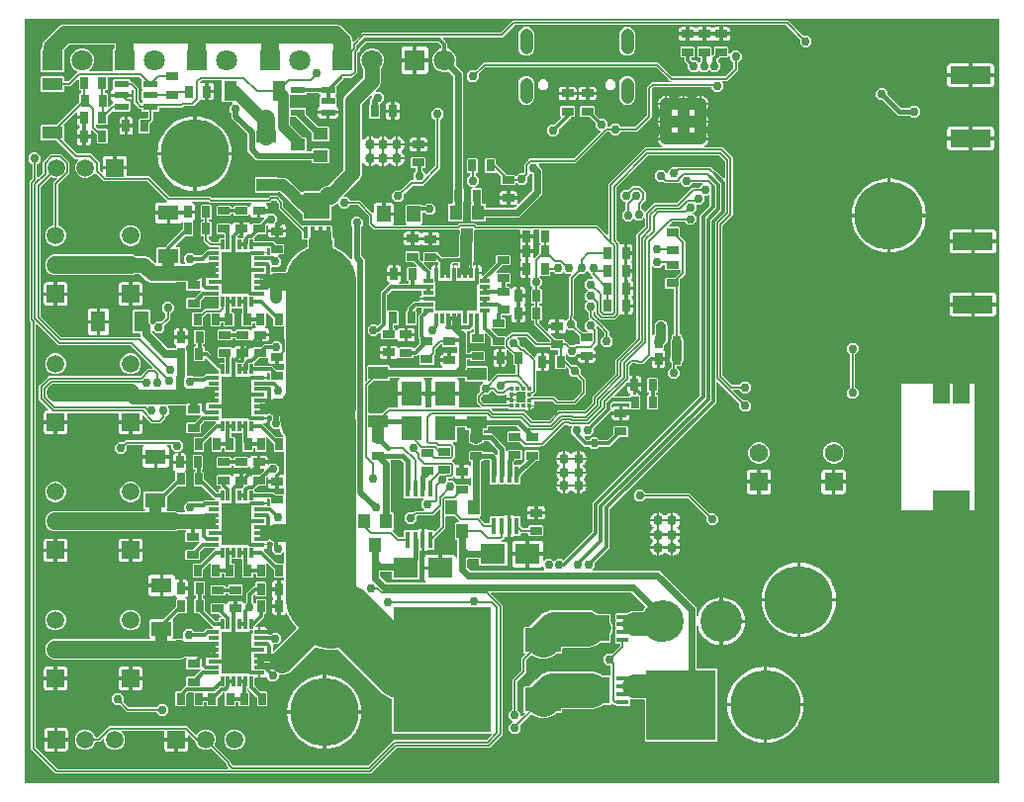
<source format=gbr>
G04 EAGLE Gerber RS-274X export*
G75*
%MOMM*%
%FSLAX34Y34*%
%LPD*%
%INBottom Copper*%
%IPPOS*%
%AMOC8*
5,1,8,0,0,1.08239X$1,22.5*%
G01*
%ADD10R,3.050000X2.030000*%
%ADD11R,8.380000X10.660000*%
%ADD12R,0.350000X0.300000*%
%ADD13R,0.300000X0.350000*%
%ADD14R,1.508000X1.508000*%
%ADD15C,1.508000*%
%ADD16R,0.650000X1.000000*%
%ADD17R,2.150000X1.800000*%
%ADD18R,1.000000X0.650000*%
%ADD19R,1.200000X1.400000*%
%ADD20R,1.800000X1.300000*%
%ADD21R,1.300000X1.800000*%
%ADD22R,1.800000X2.150000*%
%ADD23R,0.300000X0.850000*%
%ADD24R,0.850000X0.300000*%
%ADD25R,3.650000X2.650000*%
%ADD26C,0.858000*%
%ADD27R,1.720000X1.120000*%
%ADD28R,1.120000X1.720000*%
%ADD29R,1.250000X0.600000*%
%ADD30R,0.450000X1.400000*%
%ADD31C,1.575000*%
%ADD32R,1.575000X1.575000*%
%ADD33R,1.800000X1.800000*%
%ADD34C,1.800000*%
%ADD35R,6.000000X6.000000*%
%ADD36C,6.000000*%
%ADD37R,0.405000X0.990000*%
%ADD38R,0.405000X0.510000*%
%ADD39R,2.235000X1.725000*%
%ADD40R,0.200000X0.250000*%
%ADD41R,1.000000X1.270000*%
%ADD42R,1.270000X1.000000*%
%ADD43R,0.990000X0.405000*%
%ADD44R,0.510000X0.405000*%
%ADD45R,1.725000X2.235000*%
%ADD46R,0.250000X0.200000*%
%ADD47R,2.650000X3.650000*%
%ADD48C,3.556000*%
%ADD49R,1.200000X0.550000*%
%ADD50R,3.500000X1.500000*%
%ADD51C,5.842000*%
%ADD52C,1.108000*%
%ADD53C,0.756400*%
%ADD54C,0.300000*%
%ADD55C,1.000000*%
%ADD56C,0.200000*%
%ADD57C,0.150000*%
%ADD58C,0.750000*%
%ADD59C,0.600000*%
%ADD60C,1.500000*%
%ADD61C,1.500000*%
%ADD62C,0.500000*%
%ADD63C,0.850000*%
%ADD64C,0.320000*%
%ADD65C,0.450000*%
%ADD66C,0.100000*%
%ADD67C,2.000000*%
%ADD68C,3.000000*%
%ADD69C,6.000000*%
%ADD70C,0.400000*%
%ADD71C,5.000000*%
%ADD72C,1.300000*%
%ADD73C,0.900000*%
%ADD74C,1.016000*%
%ADD75C,0.700000*%

G36*
X907004Y371275D02*
X907004Y371275D01*
X907029Y371272D01*
X907124Y371294D01*
X907221Y371310D01*
X907242Y371322D01*
X907266Y371328D01*
X907350Y371379D01*
X907436Y371425D01*
X907453Y371443D01*
X907474Y371456D01*
X907536Y371532D01*
X907603Y371603D01*
X907613Y371626D01*
X907629Y371645D01*
X907663Y371736D01*
X907704Y371826D01*
X907706Y371850D01*
X907715Y371873D01*
X907729Y372020D01*
X907729Y1024980D01*
X907725Y1025004D01*
X907728Y1025029D01*
X907706Y1025124D01*
X907690Y1025221D01*
X907678Y1025242D01*
X907672Y1025266D01*
X907621Y1025350D01*
X907575Y1025436D01*
X907557Y1025453D01*
X907544Y1025474D01*
X907468Y1025536D01*
X907397Y1025603D01*
X907374Y1025613D01*
X907355Y1025629D01*
X907264Y1025663D01*
X907174Y1025704D01*
X907150Y1025706D01*
X907127Y1025715D01*
X906980Y1025729D01*
X74020Y1025729D01*
X73996Y1025725D01*
X73971Y1025728D01*
X73876Y1025706D01*
X73779Y1025690D01*
X73758Y1025678D01*
X73734Y1025672D01*
X73650Y1025621D01*
X73564Y1025575D01*
X73547Y1025557D01*
X73526Y1025544D01*
X73464Y1025468D01*
X73397Y1025397D01*
X73387Y1025374D01*
X73371Y1025355D01*
X73337Y1025264D01*
X73296Y1025174D01*
X73294Y1025150D01*
X73285Y1025127D01*
X73271Y1024980D01*
X73271Y372020D01*
X73275Y371996D01*
X73272Y371971D01*
X73294Y371876D01*
X73310Y371779D01*
X73322Y371758D01*
X73328Y371734D01*
X73379Y371650D01*
X73425Y371564D01*
X73443Y371547D01*
X73456Y371526D01*
X73532Y371464D01*
X73603Y371397D01*
X73626Y371387D01*
X73645Y371371D01*
X73736Y371337D01*
X73826Y371296D01*
X73850Y371294D01*
X73873Y371285D01*
X74020Y371271D01*
X906980Y371271D01*
X907004Y371275D01*
G37*
%LPC*%
G36*
X99933Y379209D02*
X99933Y379209D01*
X78979Y400163D01*
X78979Y765018D01*
X78963Y765114D01*
X78954Y765211D01*
X78944Y765234D01*
X78940Y765259D01*
X78894Y765345D01*
X78853Y765433D01*
X78832Y765459D01*
X78825Y765474D01*
X78806Y765491D01*
X78760Y765548D01*
X77439Y766868D01*
X77439Y885632D01*
X79760Y887952D01*
X79817Y888032D01*
X79879Y888107D01*
X79887Y888130D01*
X79902Y888151D01*
X79930Y888244D01*
X79965Y888335D01*
X79968Y888368D01*
X79973Y888384D01*
X79972Y888409D01*
X79979Y888482D01*
X79979Y900565D01*
X79963Y900661D01*
X79954Y900758D01*
X79944Y900781D01*
X79940Y900805D01*
X79894Y900892D01*
X79853Y900980D01*
X79832Y901006D01*
X79825Y901021D01*
X79806Y901038D01*
X79760Y901095D01*
X76947Y903907D01*
X76947Y908093D01*
X79907Y911053D01*
X84093Y911053D01*
X87053Y908093D01*
X87053Y903907D01*
X84240Y901095D01*
X84183Y901015D01*
X84121Y900940D01*
X84113Y900917D01*
X84098Y900896D01*
X84070Y900803D01*
X84035Y900712D01*
X84032Y900679D01*
X84027Y900663D01*
X84028Y900638D01*
X84021Y900565D01*
X84021Y890105D01*
X84033Y890032D01*
X84035Y889959D01*
X84052Y889913D01*
X84060Y889864D01*
X84095Y889799D01*
X84121Y889730D01*
X84152Y889692D01*
X84175Y889649D01*
X84229Y889598D01*
X84276Y889542D01*
X84317Y889516D01*
X84353Y889482D01*
X84420Y889451D01*
X84483Y889413D01*
X84531Y889401D01*
X84576Y889381D01*
X84649Y889374D01*
X84720Y889357D01*
X84769Y889362D01*
X84819Y889357D01*
X84890Y889374D01*
X84963Y889381D01*
X85008Y889401D01*
X85056Y889412D01*
X85119Y889451D01*
X85186Y889481D01*
X85242Y889528D01*
X85264Y889541D01*
X85274Y889554D01*
X85300Y889575D01*
X88700Y892975D01*
X88744Y893037D01*
X88786Y893081D01*
X88795Y893101D01*
X88819Y893129D01*
X88827Y893153D01*
X88842Y893173D01*
X88870Y893267D01*
X88871Y893269D01*
X88887Y893304D01*
X88888Y893313D01*
X88905Y893358D01*
X88908Y893391D01*
X88913Y893407D01*
X88912Y893432D01*
X88919Y893505D01*
X88919Y902797D01*
X95703Y909581D01*
X105297Y909581D01*
X112081Y902797D01*
X112081Y893203D01*
X102240Y883363D01*
X102183Y883283D01*
X102121Y883208D01*
X102113Y883185D01*
X102098Y883164D01*
X102070Y883071D01*
X102035Y882980D01*
X102032Y882947D01*
X102027Y882931D01*
X102028Y882906D01*
X102021Y882833D01*
X102021Y849000D01*
X102043Y848864D01*
X102060Y848760D01*
X102122Y848645D01*
X102175Y848545D01*
X102175Y848544D01*
X102264Y848462D01*
X102353Y848378D01*
X102353Y848377D01*
X102354Y848377D01*
X102483Y848308D01*
X104991Y847269D01*
X107469Y844791D01*
X108811Y841553D01*
X108811Y838047D01*
X107469Y834809D01*
X104991Y832331D01*
X101753Y830989D01*
X98247Y830989D01*
X95009Y832331D01*
X92531Y834809D01*
X91189Y838047D01*
X91189Y841553D01*
X92531Y844791D01*
X95009Y847269D01*
X97516Y848308D01*
X97517Y848308D01*
X97600Y848360D01*
X97724Y848437D01*
X97787Y848514D01*
X97879Y848625D01*
X97928Y848755D01*
X97965Y848853D01*
X97965Y848854D01*
X97965Y848855D01*
X97979Y849000D01*
X97979Y884817D01*
X101072Y887910D01*
X101115Y887970D01*
X101165Y888024D01*
X101186Y888068D01*
X101215Y888109D01*
X101236Y888179D01*
X101266Y888246D01*
X101271Y888295D01*
X101285Y888342D01*
X101283Y888415D01*
X101290Y888489D01*
X101279Y888537D01*
X101278Y888586D01*
X101252Y888655D01*
X101235Y888726D01*
X101209Y888768D01*
X101192Y888814D01*
X101145Y888871D01*
X101106Y888934D01*
X101068Y888965D01*
X101037Y889003D01*
X100975Y889042D01*
X100918Y889089D01*
X100872Y889106D01*
X100830Y889132D01*
X100758Y889149D01*
X100690Y889175D01*
X100616Y889182D01*
X100592Y889188D01*
X100576Y889186D01*
X100543Y889189D01*
X98747Y889189D01*
X96240Y890228D01*
X96125Y890255D01*
X96003Y890283D01*
X96002Y890283D01*
X95871Y890270D01*
X95760Y890260D01*
X95759Y890260D01*
X95641Y890206D01*
X95538Y890159D01*
X95537Y890159D01*
X95536Y890158D01*
X95423Y890066D01*
X87240Y881882D01*
X87183Y881803D01*
X87121Y881728D01*
X87113Y881704D01*
X87098Y881684D01*
X87070Y881591D01*
X87035Y881500D01*
X87032Y881467D01*
X87027Y881451D01*
X87028Y881426D01*
X87021Y881353D01*
X87021Y771147D01*
X87037Y771051D01*
X87046Y770954D01*
X87056Y770931D01*
X87060Y770907D01*
X87106Y770820D01*
X87147Y770732D01*
X87168Y770706D01*
X87175Y770691D01*
X87194Y770674D01*
X87240Y770618D01*
X104618Y753240D01*
X104697Y753183D01*
X104772Y753121D01*
X104796Y753113D01*
X104816Y753098D01*
X104909Y753070D01*
X105000Y753035D01*
X105033Y753032D01*
X105049Y753027D01*
X105074Y753028D01*
X105147Y753021D01*
X171980Y753021D01*
X172004Y753025D01*
X172029Y753022D01*
X172124Y753044D01*
X172221Y753060D01*
X172242Y753072D01*
X172266Y753078D01*
X172350Y753129D01*
X172436Y753175D01*
X172453Y753193D01*
X172474Y753206D01*
X172536Y753282D01*
X172603Y753353D01*
X172613Y753376D01*
X172629Y753395D01*
X172663Y753486D01*
X172704Y753576D01*
X172706Y753600D01*
X172715Y753623D01*
X172729Y753770D01*
X172729Y755080D01*
X172725Y755104D01*
X172728Y755129D01*
X172706Y755224D01*
X172690Y755321D01*
X172678Y755342D01*
X172672Y755366D01*
X172621Y755450D01*
X172575Y755536D01*
X172557Y755553D01*
X172544Y755574D01*
X172468Y755636D01*
X172397Y755703D01*
X172374Y755713D01*
X172355Y755729D01*
X172264Y755763D01*
X172174Y755804D01*
X172150Y755806D01*
X172127Y755815D01*
X171980Y755829D01*
X166574Y755829D01*
X165829Y756574D01*
X165829Y775626D01*
X166574Y776371D01*
X180626Y776371D01*
X181371Y775626D01*
X181371Y765386D01*
X181387Y765290D01*
X181396Y765193D01*
X181406Y765170D01*
X181410Y765146D01*
X181436Y765098D01*
X181438Y765090D01*
X181455Y765062D01*
X181456Y765060D01*
X181497Y764971D01*
X181518Y764945D01*
X181525Y764930D01*
X181544Y764913D01*
X181559Y764895D01*
X181566Y764883D01*
X181574Y764877D01*
X181590Y764857D01*
X182280Y764166D01*
X182283Y764153D01*
X182285Y764079D01*
X182302Y764033D01*
X182310Y763984D01*
X182345Y763920D01*
X182371Y763851D01*
X182402Y763813D01*
X182425Y763769D01*
X182479Y763719D01*
X182526Y763662D01*
X182568Y763636D01*
X182603Y763602D01*
X182670Y763572D01*
X182733Y763533D01*
X182781Y763522D01*
X182826Y763502D01*
X182899Y763494D01*
X182970Y763478D01*
X183019Y763482D01*
X183069Y763478D01*
X183140Y763494D01*
X183213Y763501D01*
X183258Y763522D01*
X183306Y763533D01*
X183369Y763572D01*
X183436Y763602D01*
X183492Y763648D01*
X183514Y763661D01*
X183524Y763674D01*
X183550Y763695D01*
X185907Y766053D01*
X189885Y766053D01*
X189981Y766069D01*
X190078Y766078D01*
X190101Y766088D01*
X190125Y766092D01*
X190212Y766138D01*
X190300Y766179D01*
X190326Y766200D01*
X190341Y766207D01*
X190358Y766226D01*
X190414Y766272D01*
X193760Y769618D01*
X193817Y769697D01*
X193879Y769772D01*
X193887Y769796D01*
X193902Y769816D01*
X193930Y769909D01*
X193965Y770000D01*
X193968Y770033D01*
X193973Y770049D01*
X193972Y770074D01*
X193979Y770147D01*
X193979Y772565D01*
X193963Y772661D01*
X193954Y772758D01*
X193944Y772781D01*
X193940Y772805D01*
X193894Y772892D01*
X193853Y772980D01*
X193832Y773006D01*
X193825Y773021D01*
X193806Y773038D01*
X193760Y773095D01*
X190947Y775907D01*
X190947Y780093D01*
X193907Y783053D01*
X198093Y783053D01*
X201053Y780093D01*
X201053Y775907D01*
X198240Y773095D01*
X198183Y773015D01*
X198121Y772940D01*
X198113Y772917D01*
X198098Y772896D01*
X198070Y772803D01*
X198035Y772712D01*
X198032Y772679D01*
X198027Y772663D01*
X198028Y772638D01*
X198021Y772565D01*
X198021Y768163D01*
X193272Y763414D01*
X193215Y763335D01*
X193153Y763260D01*
X193145Y763236D01*
X193130Y763216D01*
X193102Y763123D01*
X193067Y763032D01*
X193064Y762999D01*
X193059Y762983D01*
X193060Y762958D01*
X193053Y762885D01*
X193053Y758907D01*
X190093Y755947D01*
X185907Y755947D01*
X183550Y758305D01*
X183490Y758347D01*
X183436Y758398D01*
X183392Y758418D01*
X183351Y758447D01*
X183281Y758468D01*
X183214Y758498D01*
X183165Y758503D01*
X183118Y758518D01*
X183045Y758515D01*
X182971Y758522D01*
X182923Y758511D01*
X182874Y758510D01*
X182805Y758484D01*
X182734Y758467D01*
X182692Y758441D01*
X182646Y758424D01*
X182589Y758377D01*
X182526Y758339D01*
X182495Y758300D01*
X182457Y758269D01*
X182418Y758207D01*
X182371Y758150D01*
X182354Y758104D01*
X182328Y758062D01*
X182311Y757990D01*
X182285Y757922D01*
X182278Y757849D01*
X182272Y757824D01*
X182274Y757808D01*
X182271Y757775D01*
X182271Y757286D01*
X182287Y757190D01*
X182296Y757093D01*
X182306Y757070D01*
X182310Y757046D01*
X182356Y756960D01*
X182397Y756871D01*
X182418Y756845D01*
X182425Y756830D01*
X182444Y756813D01*
X182490Y756757D01*
X195657Y743590D01*
X195736Y743533D01*
X195811Y743471D01*
X195835Y743463D01*
X195855Y743448D01*
X195948Y743420D01*
X196039Y743385D01*
X196072Y743382D01*
X196088Y743377D01*
X196113Y743378D01*
X196186Y743371D01*
X202080Y743371D01*
X202104Y743375D01*
X202129Y743372D01*
X202224Y743394D01*
X202321Y743410D01*
X202342Y743422D01*
X202366Y743428D01*
X202450Y743479D01*
X202536Y743525D01*
X202553Y743543D01*
X202574Y743556D01*
X202636Y743632D01*
X202703Y743703D01*
X202713Y743726D01*
X202729Y743745D01*
X202763Y743836D01*
X202804Y743926D01*
X202806Y743950D01*
X202815Y743973D01*
X202829Y744120D01*
X202829Y744126D01*
X203210Y744507D01*
X203295Y744626D01*
X203352Y744705D01*
X203391Y744833D01*
X203423Y744938D01*
X203420Y745029D01*
X203415Y745182D01*
X203382Y745269D01*
X203329Y745411D01*
X203263Y745491D01*
X203174Y745599D01*
X203174Y745600D01*
X203054Y745685D01*
X202740Y745867D01*
X202267Y746340D01*
X201932Y746919D01*
X201759Y747566D01*
X201759Y751401D01*
X206800Y751401D01*
X206824Y751405D01*
X206848Y751402D01*
X206944Y751425D01*
X207041Y751441D01*
X207062Y751452D01*
X207086Y751458D01*
X207169Y751509D01*
X207256Y751556D01*
X207273Y751573D01*
X207293Y751586D01*
X207356Y751662D01*
X207423Y751734D01*
X207433Y751756D01*
X207448Y751775D01*
X207483Y751866D01*
X207524Y751956D01*
X207526Y751980D01*
X207535Y752003D01*
X207549Y752150D01*
X207549Y752901D01*
X207551Y752901D01*
X207551Y752150D01*
X207555Y752126D01*
X207552Y752102D01*
X207575Y752006D01*
X207591Y751909D01*
X207602Y751888D01*
X207608Y751864D01*
X207659Y751780D01*
X207706Y751694D01*
X207723Y751677D01*
X207736Y751657D01*
X207812Y751594D01*
X207884Y751527D01*
X207906Y751517D01*
X207925Y751502D01*
X208016Y751467D01*
X208106Y751426D01*
X208130Y751424D01*
X208153Y751415D01*
X208300Y751401D01*
X213341Y751401D01*
X213341Y747566D01*
X213168Y746919D01*
X212833Y746340D01*
X212360Y745867D01*
X211792Y745539D01*
X211701Y745464D01*
X211604Y745384D01*
X211603Y745384D01*
X211517Y745245D01*
X211475Y745177D01*
X211474Y745177D01*
X211437Y745017D01*
X211419Y744940D01*
X211419Y744939D01*
X211431Y744814D01*
X211443Y744697D01*
X211476Y744622D01*
X211543Y744474D01*
X211637Y744360D01*
X211871Y744126D01*
X211871Y741136D01*
X211887Y741040D01*
X211896Y740943D01*
X211906Y740920D01*
X211910Y740896D01*
X211956Y740810D01*
X211997Y740721D01*
X212018Y740695D01*
X212025Y740680D01*
X212044Y740663D01*
X212090Y740607D01*
X212121Y740576D01*
X212121Y720802D01*
X212125Y720778D01*
X212122Y720753D01*
X212144Y720658D01*
X212160Y720561D01*
X212172Y720540D01*
X212178Y720516D01*
X212229Y720432D01*
X212275Y720346D01*
X212293Y720329D01*
X212306Y720308D01*
X212382Y720246D01*
X212453Y720179D01*
X212476Y720169D01*
X212495Y720153D01*
X212586Y720119D01*
X212676Y720078D01*
X212700Y720076D01*
X212723Y720067D01*
X212870Y720053D01*
X217093Y720053D01*
X218025Y719120D01*
X218105Y719063D01*
X218180Y719001D01*
X218203Y718993D01*
X218224Y718978D01*
X218317Y718950D01*
X218408Y718915D01*
X218441Y718912D01*
X218457Y718907D01*
X218482Y718908D01*
X218555Y718901D01*
X225589Y718901D01*
X225686Y718917D01*
X225783Y718926D01*
X225805Y718936D01*
X225830Y718940D01*
X225916Y718986D01*
X226005Y719027D01*
X226031Y719048D01*
X226045Y719055D01*
X226062Y719074D01*
X226066Y719077D01*
X226067Y719077D01*
X226068Y719078D01*
X226119Y719120D01*
X228170Y721171D01*
X238980Y721171D01*
X239004Y721175D01*
X239029Y721172D01*
X239124Y721194D01*
X239221Y721210D01*
X239242Y721222D01*
X239266Y721228D01*
X239350Y721279D01*
X239436Y721325D01*
X239453Y721343D01*
X239474Y721356D01*
X239536Y721432D01*
X239603Y721503D01*
X239613Y721526D01*
X239629Y721545D01*
X239663Y721636D01*
X239704Y721726D01*
X239706Y721750D01*
X239715Y721773D01*
X239729Y721920D01*
X239729Y723942D01*
X239713Y724038D01*
X239704Y724135D01*
X239694Y724158D01*
X239690Y724183D01*
X239644Y724269D01*
X239603Y724358D01*
X239582Y724383D01*
X239575Y724398D01*
X239556Y724415D01*
X239510Y724472D01*
X228650Y735332D01*
X228590Y735375D01*
X228536Y735425D01*
X228492Y735445D01*
X228451Y735474D01*
X228381Y735495D01*
X228314Y735526D01*
X228265Y735531D01*
X228218Y735545D01*
X228145Y735542D01*
X228071Y735550D01*
X228023Y735539D01*
X227974Y735537D01*
X227905Y735511D01*
X227834Y735494D01*
X227792Y735468D01*
X227746Y735451D01*
X227689Y735405D01*
X227626Y735366D01*
X227595Y735328D01*
X227557Y735296D01*
X227518Y735234D01*
X227471Y735177D01*
X227454Y735131D01*
X227428Y735089D01*
X227411Y735018D01*
X227385Y734949D01*
X227378Y734876D01*
X227372Y734852D01*
X227374Y734835D01*
X227371Y734802D01*
X227371Y733074D01*
X226626Y732329D01*
X219074Y732329D01*
X218329Y733074D01*
X218329Y744126D01*
X219074Y744871D01*
X219530Y744871D01*
X219554Y744875D01*
X219579Y744872D01*
X219674Y744894D01*
X219771Y744910D01*
X219792Y744922D01*
X219816Y744928D01*
X219900Y744979D01*
X219986Y745025D01*
X220003Y745043D01*
X220024Y745056D01*
X220086Y745132D01*
X220153Y745203D01*
X220163Y745226D01*
X220179Y745245D01*
X220213Y745336D01*
X220254Y745426D01*
X220256Y745450D01*
X220265Y745473D01*
X220279Y745620D01*
X220279Y745880D01*
X220275Y745904D01*
X220278Y745929D01*
X220256Y746024D01*
X220240Y746121D01*
X220228Y746142D01*
X220222Y746166D01*
X220171Y746250D01*
X220125Y746336D01*
X220107Y746353D01*
X220094Y746374D01*
X220018Y746436D01*
X219947Y746503D01*
X219924Y746513D01*
X219905Y746529D01*
X219814Y746563D01*
X219724Y746604D01*
X219700Y746606D01*
X219677Y746615D01*
X219530Y746629D01*
X219274Y746629D01*
X218529Y747374D01*
X218529Y758426D01*
X219274Y759171D01*
X226826Y759171D01*
X227571Y758426D01*
X227571Y747374D01*
X226826Y746629D01*
X226570Y746629D01*
X226546Y746625D01*
X226521Y746628D01*
X226426Y746606D01*
X226329Y746590D01*
X226308Y746578D01*
X226284Y746572D01*
X226200Y746521D01*
X226114Y746475D01*
X226097Y746457D01*
X226076Y746444D01*
X226014Y746368D01*
X225947Y746297D01*
X225937Y746274D01*
X225921Y746255D01*
X225887Y746164D01*
X225846Y746074D01*
X225844Y746050D01*
X225835Y746027D01*
X225821Y745880D01*
X225821Y745620D01*
X225825Y745596D01*
X225822Y745571D01*
X225844Y745476D01*
X225860Y745379D01*
X225872Y745358D01*
X225878Y745334D01*
X225929Y745250D01*
X225975Y745164D01*
X225993Y745147D01*
X226006Y745126D01*
X226082Y745064D01*
X226153Y744997D01*
X226176Y744987D01*
X226195Y744971D01*
X226286Y744937D01*
X226376Y744896D01*
X226400Y744894D01*
X226423Y744885D01*
X226570Y744871D01*
X226626Y744871D01*
X227371Y744126D01*
X227371Y742120D01*
X227373Y742107D01*
X227372Y742101D01*
X227374Y742092D01*
X227372Y742071D01*
X227394Y741976D01*
X227410Y741879D01*
X227422Y741858D01*
X227428Y741834D01*
X227479Y741750D01*
X227525Y741664D01*
X227543Y741647D01*
X227556Y741626D01*
X227632Y741564D01*
X227703Y741497D01*
X227726Y741487D01*
X227745Y741471D01*
X227836Y741437D01*
X227926Y741396D01*
X227950Y741394D01*
X227973Y741385D01*
X228120Y741371D01*
X230448Y741371D01*
X240678Y731140D01*
X240758Y731083D01*
X240833Y731021D01*
X240856Y731013D01*
X240877Y730998D01*
X240970Y730970D01*
X241061Y730935D01*
X241094Y730932D01*
X241110Y730927D01*
X241135Y730928D01*
X241208Y730921D01*
X243980Y730921D01*
X244004Y730925D01*
X244029Y730922D01*
X244124Y730944D01*
X244221Y730960D01*
X244242Y730972D01*
X244266Y730978D01*
X244350Y731029D01*
X244436Y731075D01*
X244453Y731093D01*
X244474Y731106D01*
X244536Y731182D01*
X244603Y731253D01*
X244613Y731276D01*
X244629Y731295D01*
X244663Y731386D01*
X244704Y731476D01*
X244706Y731500D01*
X244715Y731523D01*
X244729Y731670D01*
X244729Y734180D01*
X244725Y734204D01*
X244728Y734229D01*
X244706Y734324D01*
X244690Y734421D01*
X244678Y734442D01*
X244672Y734466D01*
X244621Y734550D01*
X244575Y734636D01*
X244557Y734653D01*
X244544Y734674D01*
X244468Y734736D01*
X244397Y734803D01*
X244374Y734813D01*
X244355Y734829D01*
X244264Y734863D01*
X244174Y734904D01*
X244150Y734906D01*
X244127Y734915D01*
X243980Y734929D01*
X239374Y734929D01*
X238629Y735674D01*
X238629Y743226D01*
X239374Y743971D01*
X250426Y743971D01*
X251252Y743145D01*
X251332Y743088D01*
X251407Y743026D01*
X251430Y743017D01*
X251450Y743003D01*
X251544Y742974D01*
X251635Y742940D01*
X251660Y742939D01*
X251684Y742932D01*
X251782Y742935D01*
X251879Y742932D01*
X251903Y742939D01*
X251928Y742940D01*
X252019Y742974D01*
X252113Y743002D01*
X252133Y743017D01*
X252156Y743026D01*
X252232Y743088D01*
X252311Y743144D01*
X252326Y743165D01*
X252345Y743180D01*
X252397Y743263D01*
X252454Y743343D01*
X252465Y743373D01*
X252474Y743387D01*
X252480Y743412D01*
X252506Y743481D01*
X252532Y743581D01*
X252867Y744160D01*
X253340Y744633D01*
X253919Y744968D01*
X254566Y745141D01*
X258401Y745141D01*
X258401Y740100D01*
X258405Y740076D01*
X258402Y740052D01*
X258425Y739956D01*
X258441Y739859D01*
X258452Y739838D01*
X258458Y739814D01*
X258509Y739731D01*
X258556Y739644D01*
X258573Y739627D01*
X258586Y739607D01*
X258662Y739544D01*
X258734Y739477D01*
X258756Y739467D01*
X258775Y739452D01*
X258866Y739417D01*
X258956Y739376D01*
X258980Y739374D01*
X259003Y739365D01*
X259150Y739351D01*
X260650Y739351D01*
X260674Y739355D01*
X260698Y739352D01*
X260794Y739375D01*
X260891Y739391D01*
X260912Y739402D01*
X260936Y739408D01*
X261019Y739459D01*
X261106Y739506D01*
X261123Y739523D01*
X261143Y739536D01*
X261206Y739612D01*
X261273Y739684D01*
X261283Y739706D01*
X261298Y739725D01*
X261333Y739816D01*
X261374Y739906D01*
X261376Y739930D01*
X261385Y739953D01*
X261399Y740100D01*
X261399Y745141D01*
X265234Y745141D01*
X265881Y744968D01*
X266460Y744633D01*
X266933Y744160D01*
X267268Y743581D01*
X267294Y743481D01*
X267335Y743392D01*
X267369Y743300D01*
X267385Y743281D01*
X267395Y743259D01*
X267462Y743187D01*
X267524Y743112D01*
X267545Y743099D01*
X267562Y743080D01*
X267648Y743034D01*
X267731Y742983D01*
X267755Y742977D01*
X267777Y742965D01*
X267873Y742949D01*
X267968Y742927D01*
X267993Y742930D01*
X268018Y742925D01*
X268114Y742941D01*
X268211Y742951D01*
X268234Y742961D01*
X268258Y742965D01*
X268345Y743011D01*
X268434Y743051D01*
X268459Y743072D01*
X268474Y743080D01*
X268491Y743098D01*
X268548Y743145D01*
X269374Y743971D01*
X275192Y743971D01*
X275288Y743987D01*
X275385Y743996D01*
X275408Y744006D01*
X275433Y744010D01*
X275519Y744056D01*
X275608Y744097D01*
X275633Y744118D01*
X275648Y744125D01*
X275665Y744144D01*
X275722Y744190D01*
X278302Y746771D01*
X284315Y746771D01*
X284411Y746787D01*
X284508Y746796D01*
X284531Y746806D01*
X284555Y746810D01*
X284642Y746856D01*
X284730Y746897D01*
X284756Y746918D01*
X284771Y746925D01*
X284788Y746944D01*
X284845Y746990D01*
X286907Y749053D01*
X291093Y749053D01*
X294053Y746093D01*
X294053Y742090D01*
X294057Y742066D01*
X294054Y742041D01*
X294076Y741946D01*
X294092Y741849D01*
X294104Y741828D01*
X294110Y741804D01*
X294161Y741720D01*
X294207Y741634D01*
X294225Y741617D01*
X294238Y741596D01*
X294314Y741534D01*
X294385Y741467D01*
X294408Y741457D01*
X294427Y741441D01*
X294518Y741407D01*
X294608Y741366D01*
X294632Y741364D01*
X294655Y741355D01*
X294695Y741351D01*
X294786Y741327D01*
X294876Y741318D01*
X295029Y741303D01*
X295109Y741322D01*
X295266Y741358D01*
X295338Y741403D01*
X295474Y741487D01*
X295543Y741571D01*
X295629Y741675D01*
X295629Y741676D01*
X295667Y741777D01*
X295715Y741904D01*
X295729Y742051D01*
X295729Y761223D01*
X295717Y761296D01*
X295715Y761369D01*
X295698Y761415D01*
X295690Y761464D01*
X295655Y761529D01*
X295629Y761598D01*
X295598Y761636D01*
X295575Y761679D01*
X295521Y761730D01*
X295474Y761786D01*
X295432Y761812D01*
X295397Y761846D01*
X295330Y761877D01*
X295267Y761915D01*
X295219Y761927D01*
X295174Y761947D01*
X295101Y761954D01*
X295030Y761971D01*
X294981Y761966D01*
X294931Y761971D01*
X294860Y761954D01*
X294787Y761947D01*
X294742Y761927D01*
X294694Y761916D01*
X294631Y761877D01*
X294564Y761847D01*
X294543Y761829D01*
X286974Y761829D01*
X286229Y762574D01*
X286229Y768392D01*
X286226Y768409D01*
X286228Y768422D01*
X286216Y768472D01*
X286213Y768488D01*
X286204Y768585D01*
X286194Y768608D01*
X286190Y768633D01*
X286144Y768719D01*
X286103Y768808D01*
X286082Y768833D01*
X286075Y768848D01*
X286056Y768865D01*
X286010Y768922D01*
X281050Y773882D01*
X280990Y773925D01*
X280936Y773975D01*
X280892Y773995D01*
X280851Y774024D01*
X280781Y774045D01*
X280714Y774076D01*
X280665Y774081D01*
X280618Y774095D01*
X280545Y774092D01*
X280471Y774100D01*
X280423Y774089D01*
X280374Y774087D01*
X280305Y774061D01*
X280234Y774044D01*
X280192Y774018D01*
X280146Y774001D01*
X280089Y773955D01*
X280026Y773916D01*
X279995Y773878D01*
X279957Y773846D01*
X279918Y773784D01*
X279871Y773727D01*
X279854Y773681D01*
X279828Y773639D01*
X279811Y773568D01*
X279785Y773499D01*
X279778Y773426D01*
X279772Y773402D01*
X279774Y773385D01*
X279771Y773352D01*
X279771Y762574D01*
X279217Y762020D01*
X279174Y761960D01*
X279124Y761906D01*
X279103Y761862D01*
X279075Y761821D01*
X279053Y761751D01*
X279023Y761684D01*
X279018Y761635D01*
X279004Y761588D01*
X279006Y761515D01*
X278999Y761441D01*
X279010Y761393D01*
X279012Y761344D01*
X279038Y761275D01*
X279054Y761204D01*
X279080Y761162D01*
X279098Y761116D01*
X279144Y761059D01*
X279183Y760996D01*
X279221Y760965D01*
X279252Y760927D01*
X279315Y760888D01*
X279371Y760841D01*
X279417Y760824D01*
X279459Y760798D01*
X279531Y760781D01*
X279600Y760755D01*
X279673Y760748D01*
X279697Y760742D01*
X279714Y760744D01*
X279747Y760741D01*
X280234Y760741D01*
X280881Y760568D01*
X281460Y760233D01*
X281933Y759760D01*
X282268Y759181D01*
X282441Y758534D01*
X282441Y756449D01*
X275650Y756449D01*
X275626Y756445D01*
X275602Y756448D01*
X275506Y756425D01*
X275409Y756409D01*
X275388Y756398D01*
X275364Y756392D01*
X275281Y756341D01*
X275194Y756294D01*
X275177Y756277D01*
X275157Y756264D01*
X275094Y756188D01*
X275027Y756116D01*
X275017Y756094D01*
X275002Y756075D01*
X274967Y755984D01*
X274926Y755894D01*
X274924Y755870D01*
X274915Y755847D01*
X274901Y755700D01*
X274901Y754949D01*
X274150Y754949D01*
X274126Y754945D01*
X274102Y754948D01*
X274006Y754925D01*
X273909Y754909D01*
X273888Y754898D01*
X273864Y754892D01*
X273780Y754841D01*
X273694Y754794D01*
X273677Y754777D01*
X273657Y754764D01*
X273594Y754688D01*
X273527Y754616D01*
X273517Y754594D01*
X273502Y754575D01*
X273467Y754484D01*
X273426Y754394D01*
X273424Y754370D01*
X273415Y754347D01*
X273401Y754200D01*
X273401Y749159D01*
X269566Y749159D01*
X268919Y749332D01*
X268340Y749667D01*
X267867Y750140D01*
X267532Y750719D01*
X267506Y750819D01*
X267465Y750908D01*
X267431Y751000D01*
X267415Y751019D01*
X267405Y751041D01*
X267338Y751113D01*
X267276Y751188D01*
X267255Y751201D01*
X267238Y751220D01*
X267152Y751266D01*
X267069Y751317D01*
X267045Y751323D01*
X267023Y751335D01*
X266927Y751351D01*
X266832Y751373D01*
X266807Y751370D01*
X266782Y751375D01*
X266686Y751359D01*
X266589Y751349D01*
X266566Y751339D01*
X266542Y751335D01*
X266455Y751289D01*
X266366Y751249D01*
X266341Y751228D01*
X266326Y751220D01*
X266309Y751202D01*
X266252Y751155D01*
X265426Y750329D01*
X254374Y750329D01*
X253629Y751074D01*
X253629Y751430D01*
X253625Y751454D01*
X253628Y751479D01*
X253606Y751574D01*
X253590Y751671D01*
X253578Y751692D01*
X253572Y751716D01*
X253521Y751800D01*
X253475Y751886D01*
X253457Y751903D01*
X253444Y751924D01*
X253368Y751986D01*
X253297Y752053D01*
X253274Y752063D01*
X253255Y752079D01*
X253164Y752113D01*
X253074Y752154D01*
X253050Y752156D01*
X253027Y752165D01*
X252880Y752179D01*
X251920Y752179D01*
X251896Y752175D01*
X251871Y752178D01*
X251776Y752156D01*
X251679Y752140D01*
X251658Y752128D01*
X251634Y752122D01*
X251550Y752071D01*
X251464Y752025D01*
X251447Y752007D01*
X251426Y751994D01*
X251364Y751918D01*
X251297Y751847D01*
X251287Y751824D01*
X251271Y751805D01*
X251237Y751714D01*
X251196Y751624D01*
X251194Y751600D01*
X251185Y751577D01*
X251171Y751430D01*
X251171Y751174D01*
X250426Y750429D01*
X239374Y750429D01*
X238629Y751174D01*
X238629Y758726D01*
X239374Y759471D01*
X250426Y759471D01*
X251171Y758726D01*
X251171Y758470D01*
X251175Y758446D01*
X251172Y758421D01*
X251194Y758326D01*
X251210Y758229D01*
X251222Y758208D01*
X251228Y758184D01*
X251279Y758100D01*
X251325Y758014D01*
X251343Y757997D01*
X251356Y757976D01*
X251432Y757914D01*
X251503Y757847D01*
X251526Y757837D01*
X251545Y757821D01*
X251636Y757787D01*
X251726Y757746D01*
X251750Y757744D01*
X251773Y757735D01*
X251920Y757721D01*
X252880Y757721D01*
X252904Y757725D01*
X252929Y757722D01*
X253024Y757744D01*
X253121Y757760D01*
X253142Y757772D01*
X253166Y757778D01*
X253250Y757829D01*
X253336Y757875D01*
X253353Y757893D01*
X253374Y757906D01*
X253436Y757982D01*
X253503Y758053D01*
X253513Y758076D01*
X253529Y758095D01*
X253563Y758186D01*
X253604Y758276D01*
X253606Y758300D01*
X253615Y758323D01*
X253629Y758470D01*
X253629Y758626D01*
X254374Y759371D01*
X265426Y759371D01*
X266210Y758587D01*
X266289Y758530D01*
X266365Y758468D01*
X266388Y758460D01*
X266408Y758445D01*
X266502Y758417D01*
X266593Y758382D01*
X266618Y758381D01*
X266642Y758374D01*
X266739Y758377D01*
X266837Y758374D01*
X266861Y758381D01*
X266886Y758382D01*
X266977Y758416D01*
X267070Y758445D01*
X267091Y758459D01*
X267114Y758468D01*
X267189Y758530D01*
X267269Y758587D01*
X267283Y758607D01*
X267303Y758623D01*
X267354Y758705D01*
X267411Y758785D01*
X267423Y758816D01*
X267432Y758830D01*
X267437Y758854D01*
X267463Y758923D01*
X267532Y759181D01*
X267867Y759760D01*
X268340Y760233D01*
X268919Y760568D01*
X269566Y760741D01*
X270753Y760741D01*
X270826Y760753D01*
X270899Y760755D01*
X270945Y760772D01*
X270994Y760780D01*
X271059Y760815D01*
X271128Y760841D01*
X271166Y760872D01*
X271209Y760895D01*
X271260Y760949D01*
X271316Y760996D01*
X271342Y761038D01*
X271376Y761073D01*
X271407Y761140D01*
X271445Y761203D01*
X271457Y761251D01*
X271477Y761296D01*
X271484Y761369D01*
X271501Y761440D01*
X271496Y761489D01*
X271501Y761539D01*
X271484Y761610D01*
X271477Y761683D01*
X271457Y761728D01*
X271446Y761776D01*
X271407Y761839D01*
X271377Y761906D01*
X271330Y761962D01*
X271317Y761984D01*
X271304Y761994D01*
X271283Y762020D01*
X270729Y762574D01*
X270729Y764480D01*
X270725Y764504D01*
X270728Y764529D01*
X270706Y764624D01*
X270690Y764721D01*
X270678Y764742D01*
X270672Y764766D01*
X270621Y764850D01*
X270575Y764936D01*
X270557Y764953D01*
X270544Y764974D01*
X270468Y765036D01*
X270397Y765103D01*
X270374Y765113D01*
X270355Y765129D01*
X270264Y765163D01*
X270174Y765204D01*
X270150Y765206D01*
X270127Y765215D01*
X269980Y765229D01*
X269120Y765229D01*
X269096Y765225D01*
X269071Y765228D01*
X268976Y765206D01*
X268879Y765190D01*
X268858Y765178D01*
X268834Y765172D01*
X268750Y765121D01*
X268664Y765075D01*
X268647Y765057D01*
X268626Y765044D01*
X268564Y764968D01*
X268497Y764897D01*
X268487Y764874D01*
X268471Y764855D01*
X268437Y764764D01*
X268396Y764674D01*
X268394Y764650D01*
X268385Y764627D01*
X268371Y764480D01*
X268371Y762474D01*
X267626Y761729D01*
X260074Y761729D01*
X259329Y762474D01*
X259329Y773526D01*
X259510Y773707D01*
X259567Y773786D01*
X259629Y773861D01*
X259637Y773885D01*
X259652Y773905D01*
X259680Y773999D01*
X259715Y774090D01*
X259718Y774123D01*
X259723Y774139D01*
X259722Y774164D01*
X259729Y774237D01*
X259729Y776930D01*
X259725Y776954D01*
X259728Y776979D01*
X259706Y777074D01*
X259690Y777171D01*
X259678Y777192D01*
X259672Y777216D01*
X259621Y777300D01*
X259575Y777386D01*
X259557Y777403D01*
X259544Y777424D01*
X259468Y777486D01*
X259397Y777553D01*
X259374Y777563D01*
X259355Y777579D01*
X259264Y777613D01*
X259174Y777654D01*
X259150Y777656D01*
X259127Y777665D01*
X258980Y777679D01*
X255458Y777679D01*
X255411Y777708D01*
X255332Y777765D01*
X255308Y777772D01*
X255287Y777785D01*
X255192Y777808D01*
X255098Y777836D01*
X255074Y777835D01*
X255050Y777841D01*
X254952Y777831D01*
X254854Y777828D01*
X254831Y777820D01*
X254807Y777817D01*
X254718Y777777D01*
X254626Y777742D01*
X254607Y777727D01*
X254584Y777717D01*
X254539Y777679D01*
X251020Y777679D01*
X250996Y777675D01*
X250971Y777678D01*
X250876Y777656D01*
X250779Y777640D01*
X250758Y777628D01*
X250734Y777622D01*
X250650Y777571D01*
X250564Y777525D01*
X250547Y777507D01*
X250526Y777494D01*
X250464Y777418D01*
X250397Y777347D01*
X250387Y777324D01*
X250371Y777305D01*
X250337Y777214D01*
X250296Y777124D01*
X250294Y777100D01*
X250285Y777077D01*
X250271Y776930D01*
X250271Y775020D01*
X250275Y774996D01*
X250272Y774971D01*
X250294Y774876D01*
X250310Y774779D01*
X250322Y774758D01*
X250328Y774734D01*
X250379Y774650D01*
X250425Y774564D01*
X250443Y774547D01*
X250456Y774526D01*
X250532Y774464D01*
X250603Y774397D01*
X250626Y774387D01*
X250645Y774371D01*
X250736Y774337D01*
X250826Y774296D01*
X250850Y774294D01*
X250873Y774285D01*
X251020Y774271D01*
X252126Y774271D01*
X252871Y773526D01*
X252871Y762474D01*
X252126Y761729D01*
X244574Y761729D01*
X243829Y762474D01*
X243829Y764480D01*
X243825Y764504D01*
X243828Y764529D01*
X243806Y764624D01*
X243790Y764721D01*
X243778Y764742D01*
X243772Y764766D01*
X243721Y764850D01*
X243675Y764936D01*
X243657Y764953D01*
X243644Y764974D01*
X243568Y765036D01*
X243497Y765103D01*
X243474Y765113D01*
X243455Y765129D01*
X243364Y765163D01*
X243274Y765204D01*
X243250Y765206D01*
X243227Y765215D01*
X243080Y765229D01*
X242120Y765229D01*
X242096Y765225D01*
X242071Y765228D01*
X241976Y765206D01*
X241879Y765190D01*
X241858Y765178D01*
X241834Y765172D01*
X241750Y765121D01*
X241664Y765075D01*
X241647Y765057D01*
X241626Y765044D01*
X241564Y764968D01*
X241497Y764897D01*
X241487Y764874D01*
X241471Y764855D01*
X241437Y764764D01*
X241396Y764674D01*
X241394Y764650D01*
X241385Y764627D01*
X241371Y764480D01*
X241371Y762574D01*
X240626Y761829D01*
X233074Y761829D01*
X232329Y762574D01*
X232329Y772350D01*
X232325Y772374D01*
X232328Y772399D01*
X232306Y772494D01*
X232290Y772591D01*
X232278Y772612D01*
X232272Y772636D01*
X232221Y772720D01*
X232175Y772806D01*
X232157Y772823D01*
X232144Y772844D01*
X232068Y772906D01*
X231997Y772973D01*
X231974Y772983D01*
X231955Y772999D01*
X231864Y773033D01*
X231774Y773074D01*
X231750Y773076D01*
X231727Y773085D01*
X231580Y773099D01*
X229517Y773099D01*
X229421Y773083D01*
X229324Y773074D01*
X229301Y773064D01*
X229277Y773060D01*
X229190Y773014D01*
X229102Y772973D01*
X229076Y772952D01*
X229061Y772945D01*
X229044Y772926D01*
X228988Y772880D01*
X226090Y769982D01*
X226033Y769903D01*
X225971Y769828D01*
X225963Y769805D01*
X225948Y769784D01*
X225920Y769691D01*
X225885Y769600D01*
X225882Y769567D01*
X225877Y769551D01*
X225878Y769526D01*
X225871Y769453D01*
X225871Y762574D01*
X225126Y761829D01*
X217574Y761829D01*
X216829Y762574D01*
X216829Y773626D01*
X217574Y774371D01*
X224453Y774371D01*
X224549Y774387D01*
X224646Y774396D01*
X224669Y774406D01*
X224693Y774410D01*
X224779Y774456D01*
X224868Y774497D01*
X224894Y774518D01*
X224909Y774525D01*
X224926Y774544D01*
X224982Y774590D01*
X226130Y775737D01*
X226130Y775738D01*
X227533Y777141D01*
X238973Y777141D01*
X239069Y777157D01*
X239166Y777166D01*
X239189Y777176D01*
X239213Y777180D01*
X239299Y777226D01*
X239388Y777266D01*
X239414Y777288D01*
X239429Y777295D01*
X239446Y777314D01*
X239502Y777360D01*
X239618Y777475D01*
X239632Y777495D01*
X239651Y777511D01*
X239703Y777594D01*
X239760Y777674D01*
X239767Y777697D01*
X239780Y777718D01*
X239802Y777814D01*
X239831Y777907D01*
X239830Y777932D01*
X239836Y777956D01*
X239826Y778053D01*
X239823Y778151D01*
X239814Y778174D01*
X239812Y778199D01*
X239772Y778288D01*
X239737Y778380D01*
X239729Y778389D01*
X239729Y786680D01*
X239725Y786704D01*
X239728Y786729D01*
X239706Y786824D01*
X239690Y786921D01*
X239678Y786942D01*
X239672Y786966D01*
X239621Y787050D01*
X239575Y787136D01*
X239557Y787153D01*
X239544Y787174D01*
X239468Y787236D01*
X239397Y787303D01*
X239374Y787313D01*
X239355Y787329D01*
X239264Y787363D01*
X239174Y787404D01*
X239150Y787406D01*
X239127Y787415D01*
X238980Y787429D01*
X227808Y787429D01*
X227712Y787413D01*
X227615Y787404D01*
X227592Y787394D01*
X227567Y787390D01*
X227481Y787344D01*
X227392Y787303D01*
X227367Y787282D01*
X227352Y787275D01*
X227335Y787256D01*
X227278Y787210D01*
X224590Y784522D01*
X224533Y784443D01*
X224471Y784367D01*
X224463Y784344D01*
X224448Y784323D01*
X224420Y784230D01*
X224385Y784139D01*
X224382Y784106D01*
X224377Y784090D01*
X224378Y784065D01*
X224371Y783992D01*
X224371Y778174D01*
X223626Y777429D01*
X212574Y777429D01*
X211829Y778174D01*
X211829Y785726D01*
X212574Y786471D01*
X218392Y786471D01*
X218488Y786487D01*
X218585Y786496D01*
X218608Y786506D01*
X218633Y786510D01*
X218719Y786556D01*
X218808Y786597D01*
X218833Y786618D01*
X218848Y786625D01*
X218865Y786644D01*
X218922Y786690D01*
X223360Y791128D01*
X223882Y791650D01*
X223925Y791710D01*
X223975Y791764D01*
X223995Y791808D01*
X224024Y791849D01*
X224045Y791919D01*
X224076Y791986D01*
X224081Y792035D01*
X224095Y792082D01*
X224092Y792155D01*
X224100Y792229D01*
X224089Y792277D01*
X224087Y792326D01*
X224061Y792395D01*
X224044Y792466D01*
X224018Y792508D01*
X224001Y792554D01*
X223955Y792611D01*
X223916Y792674D01*
X223878Y792705D01*
X223846Y792743D01*
X223784Y792782D01*
X223727Y792829D01*
X223681Y792846D01*
X223639Y792872D01*
X223568Y792889D01*
X223499Y792915D01*
X223426Y792922D01*
X223402Y792928D01*
X223385Y792926D01*
X223352Y792929D01*
X212574Y792929D01*
X211829Y793674D01*
X211829Y799480D01*
X211825Y799504D01*
X211828Y799529D01*
X211806Y799624D01*
X211790Y799721D01*
X211778Y799742D01*
X211772Y799766D01*
X211721Y799850D01*
X211675Y799936D01*
X211657Y799953D01*
X211644Y799974D01*
X211568Y800036D01*
X211497Y800103D01*
X211474Y800113D01*
X211455Y800129D01*
X211364Y800163D01*
X211274Y800204D01*
X211250Y800206D01*
X211227Y800215D01*
X211080Y800229D01*
X203402Y800229D01*
X203330Y800217D01*
X203257Y800215D01*
X203186Y800194D01*
X203161Y800190D01*
X203146Y800182D01*
X203115Y800172D01*
X202046Y799729D01*
X180954Y799729D01*
X178098Y800912D01*
X172201Y806810D01*
X172121Y806867D01*
X172046Y806929D01*
X172023Y806937D01*
X172002Y806952D01*
X171909Y806980D01*
X171818Y807015D01*
X171785Y807018D01*
X171769Y807023D01*
X171744Y807022D01*
X171671Y807029D01*
X168412Y807029D01*
X168340Y807017D01*
X168267Y807015D01*
X168196Y806994D01*
X168172Y806990D01*
X168157Y806982D01*
X168126Y806972D01*
X165753Y805989D01*
X162216Y805989D01*
X162149Y806015D01*
X162075Y806022D01*
X162051Y806028D01*
X162035Y806026D01*
X162002Y806029D01*
X101998Y806029D01*
X101926Y806017D01*
X101853Y806015D01*
X101782Y805994D01*
X101757Y805990D01*
X101757Y805989D01*
X98247Y805989D01*
X95009Y807331D01*
X92531Y809809D01*
X91189Y813047D01*
X91189Y816553D01*
X92531Y819791D01*
X95009Y822269D01*
X98247Y823611D01*
X101784Y823611D01*
X101851Y823585D01*
X101925Y823578D01*
X101949Y823572D01*
X101965Y823574D01*
X101998Y823571D01*
X162002Y823571D01*
X162074Y823583D01*
X162147Y823585D01*
X162218Y823606D01*
X162243Y823610D01*
X162243Y823611D01*
X165753Y823611D01*
X168126Y822628D01*
X168197Y822611D01*
X168265Y822585D01*
X168339Y822578D01*
X168363Y822572D01*
X168380Y822574D01*
X168412Y822571D01*
X176746Y822571D01*
X179602Y821388D01*
X185050Y815939D01*
X185110Y815896D01*
X185164Y815846D01*
X185208Y815826D01*
X185249Y815797D01*
X185319Y815776D01*
X185386Y815745D01*
X185435Y815741D01*
X185482Y815726D01*
X185555Y815729D01*
X185629Y815721D01*
X185677Y815733D01*
X185726Y815734D01*
X185795Y815760D01*
X185866Y815777D01*
X185908Y815803D01*
X185954Y815820D01*
X186011Y815867D01*
X186074Y815905D01*
X186105Y815943D01*
X186143Y815975D01*
X186182Y816037D01*
X186229Y816094D01*
X186246Y816140D01*
X186272Y816182D01*
X186289Y816253D01*
X186315Y816322D01*
X186322Y816395D01*
X186328Y816419D01*
X186326Y816436D01*
X186329Y816469D01*
X186329Y829326D01*
X187074Y830071D01*
X193592Y830071D01*
X193688Y830087D01*
X193785Y830096D01*
X193808Y830106D01*
X193833Y830110D01*
X193919Y830156D01*
X194008Y830197D01*
X194033Y830218D01*
X194048Y830225D01*
X194065Y830244D01*
X194122Y830290D01*
X195671Y831840D01*
X195672Y831840D01*
X208610Y844778D01*
X208667Y844858D01*
X208729Y844933D01*
X208737Y844956D01*
X208752Y844977D01*
X208780Y845070D01*
X208815Y845161D01*
X208818Y845194D01*
X208823Y845210D01*
X208822Y845235D01*
X208829Y845308D01*
X208829Y850627D01*
X208817Y850700D01*
X208815Y850773D01*
X208798Y850819D01*
X208790Y850868D01*
X208755Y850933D01*
X208729Y851002D01*
X208698Y851040D01*
X208675Y851083D01*
X208621Y851133D01*
X208574Y851190D01*
X208532Y851216D01*
X208497Y851250D01*
X208430Y851280D01*
X208367Y851319D01*
X208319Y851331D01*
X208274Y851351D01*
X208201Y851358D01*
X208130Y851375D01*
X208081Y851370D01*
X208031Y851375D01*
X207960Y851358D01*
X207887Y851351D01*
X207842Y851331D01*
X207794Y851320D01*
X207731Y851281D01*
X207664Y851251D01*
X207608Y851204D01*
X207586Y851191D01*
X207576Y851178D01*
X207550Y851157D01*
X207160Y850767D01*
X206581Y850432D01*
X205934Y850259D01*
X198099Y850259D01*
X198099Y857801D01*
X206810Y857801D01*
X206834Y857805D01*
X206859Y857802D01*
X206954Y857825D01*
X207051Y857841D01*
X207072Y857852D01*
X207096Y857858D01*
X207180Y857909D01*
X207266Y857956D01*
X207283Y857973D01*
X207304Y857986D01*
X207366Y858062D01*
X207433Y858134D01*
X207443Y858156D01*
X207459Y858175D01*
X207493Y858266D01*
X207534Y858356D01*
X207536Y858380D01*
X207545Y858403D01*
X207559Y858550D01*
X207559Y858601D01*
X212600Y858601D01*
X212624Y858605D01*
X212648Y858602D01*
X212744Y858625D01*
X212841Y858641D01*
X212862Y858652D01*
X212886Y858658D01*
X212969Y858709D01*
X213056Y858756D01*
X213073Y858773D01*
X213093Y858786D01*
X213156Y858862D01*
X213223Y858934D01*
X213233Y858956D01*
X213248Y858975D01*
X213283Y859066D01*
X213324Y859156D01*
X213326Y859180D01*
X213335Y859203D01*
X213349Y859350D01*
X213349Y860850D01*
X213345Y860874D01*
X213348Y860898D01*
X213325Y860994D01*
X213309Y861091D01*
X213298Y861112D01*
X213292Y861136D01*
X213241Y861219D01*
X213194Y861306D01*
X213177Y861323D01*
X213164Y861343D01*
X213088Y861406D01*
X213016Y861473D01*
X212994Y861483D01*
X212975Y861498D01*
X212884Y861533D01*
X212794Y861574D01*
X212770Y861576D01*
X212747Y861585D01*
X212600Y861599D01*
X208890Y861599D01*
X208866Y861595D01*
X208841Y861598D01*
X208746Y861575D01*
X208649Y861559D01*
X208628Y861548D01*
X208604Y861542D01*
X208520Y861491D01*
X208434Y861444D01*
X208417Y861427D01*
X208396Y861414D01*
X208334Y861338D01*
X208267Y861266D01*
X208257Y861244D01*
X208241Y861225D01*
X208207Y861134D01*
X208166Y861044D01*
X208164Y861020D01*
X208155Y860997D01*
X208141Y860850D01*
X208141Y860799D01*
X197350Y860799D01*
X197326Y860795D01*
X197302Y860798D01*
X197206Y860775D01*
X197109Y860759D01*
X197088Y860748D01*
X197064Y860742D01*
X196981Y860691D01*
X196894Y860644D01*
X196877Y860627D01*
X196857Y860614D01*
X196794Y860538D01*
X196727Y860466D01*
X196717Y860444D01*
X196702Y860425D01*
X196667Y860334D01*
X196626Y860244D01*
X196624Y860220D01*
X196615Y860197D01*
X196601Y860050D01*
X196601Y859299D01*
X196599Y859299D01*
X196599Y860050D01*
X196595Y860074D01*
X196598Y860098D01*
X196575Y860194D01*
X196559Y860291D01*
X196548Y860312D01*
X196542Y860336D01*
X196491Y860419D01*
X196444Y860506D01*
X196427Y860523D01*
X196414Y860543D01*
X196338Y860606D01*
X196266Y860673D01*
X196244Y860683D01*
X196225Y860698D01*
X196134Y860733D01*
X196044Y860774D01*
X196020Y860776D01*
X195997Y860785D01*
X195850Y860799D01*
X185059Y860799D01*
X185059Y866134D01*
X185232Y866781D01*
X185567Y867360D01*
X186040Y867833D01*
X186619Y868168D01*
X187266Y868341D01*
X194493Y868341D01*
X194565Y868353D01*
X194639Y868355D01*
X194685Y868372D01*
X194733Y868380D01*
X194798Y868415D01*
X194867Y868441D01*
X194905Y868472D01*
X194949Y868495D01*
X194999Y868549D01*
X195056Y868596D01*
X195082Y868637D01*
X195116Y868673D01*
X195146Y868740D01*
X195185Y868803D01*
X195196Y868851D01*
X195216Y868896D01*
X195224Y868969D01*
X195240Y869040D01*
X195236Y869089D01*
X195240Y869139D01*
X195224Y869210D01*
X195217Y869283D01*
X195196Y869328D01*
X195185Y869376D01*
X195146Y869439D01*
X195116Y869506D01*
X195070Y869562D01*
X195056Y869584D01*
X195044Y869594D01*
X195023Y869620D01*
X178442Y886200D01*
X178363Y886257D01*
X178288Y886319D01*
X178264Y886327D01*
X178244Y886342D01*
X178151Y886370D01*
X178060Y886405D01*
X178027Y886408D01*
X178011Y886413D01*
X177986Y886412D01*
X177913Y886419D01*
X141286Y886419D01*
X139883Y887822D01*
X135296Y892410D01*
X135217Y892466D01*
X135141Y892528D01*
X135118Y892537D01*
X135098Y892552D01*
X135004Y892580D01*
X134913Y892614D01*
X134880Y892618D01*
X134864Y892623D01*
X134839Y892622D01*
X134766Y892629D01*
X134369Y892629D01*
X134009Y892989D01*
X133989Y893004D01*
X133974Y893023D01*
X133891Y893074D01*
X133811Y893131D01*
X133787Y893139D01*
X133767Y893152D01*
X133671Y893174D01*
X133577Y893202D01*
X133553Y893202D01*
X133529Y893207D01*
X133431Y893198D01*
X133333Y893194D01*
X133311Y893186D01*
X133286Y893183D01*
X133197Y893143D01*
X133105Y893109D01*
X133086Y893093D01*
X133064Y893083D01*
X132950Y892989D01*
X130491Y890531D01*
X127253Y889189D01*
X123747Y889189D01*
X120509Y890531D01*
X118031Y893009D01*
X116689Y896247D01*
X116689Y899753D01*
X118031Y902991D01*
X119300Y904260D01*
X119343Y904320D01*
X119393Y904374D01*
X119413Y904418D01*
X119442Y904459D01*
X119463Y904529D01*
X119494Y904596D01*
X119499Y904645D01*
X119513Y904692D01*
X119511Y904765D01*
X119518Y904839D01*
X119507Y904887D01*
X119505Y904936D01*
X119479Y905005D01*
X119463Y905076D01*
X119437Y905118D01*
X119419Y905164D01*
X119373Y905221D01*
X119334Y905284D01*
X119296Y905315D01*
X119265Y905353D01*
X119202Y905392D01*
X119145Y905439D01*
X119099Y905456D01*
X119057Y905482D01*
X118986Y905499D01*
X118917Y905525D01*
X118844Y905532D01*
X118820Y905538D01*
X118803Y905536D01*
X118770Y905539D01*
X116699Y905539D01*
X101079Y921160D01*
X100999Y921217D01*
X100924Y921279D01*
X100901Y921287D01*
X100881Y921302D01*
X100787Y921330D01*
X100696Y921365D01*
X100663Y921368D01*
X100647Y921373D01*
X100622Y921372D01*
X100549Y921379D01*
X88074Y921379D01*
X87329Y922124D01*
X87329Y934376D01*
X88074Y935121D01*
X100903Y935121D01*
X100999Y935137D01*
X101096Y935146D01*
X101119Y935156D01*
X101143Y935160D01*
X101230Y935206D01*
X101318Y935247D01*
X101344Y935268D01*
X101359Y935275D01*
X101376Y935294D01*
X101432Y935340D01*
X120110Y954018D01*
X120167Y954097D01*
X120229Y954172D01*
X120237Y954196D01*
X120252Y954216D01*
X120280Y954309D01*
X120315Y954400D01*
X120318Y954433D01*
X120323Y954449D01*
X120322Y954474D01*
X120329Y954547D01*
X120329Y961126D01*
X121074Y961871D01*
X121330Y961871D01*
X121354Y961875D01*
X121379Y961872D01*
X121474Y961894D01*
X121571Y961910D01*
X121592Y961922D01*
X121616Y961928D01*
X121700Y961979D01*
X121786Y962025D01*
X121803Y962043D01*
X121824Y962056D01*
X121886Y962132D01*
X121953Y962203D01*
X121963Y962226D01*
X121979Y962245D01*
X122013Y962336D01*
X122054Y962426D01*
X122056Y962450D01*
X122065Y962473D01*
X122079Y962620D01*
X122079Y963780D01*
X122075Y963804D01*
X122078Y963829D01*
X122056Y963924D01*
X122040Y964021D01*
X122028Y964042D01*
X122022Y964066D01*
X121971Y964150D01*
X121925Y964236D01*
X121907Y964253D01*
X121894Y964274D01*
X121818Y964336D01*
X121747Y964403D01*
X121724Y964413D01*
X121705Y964429D01*
X121614Y964463D01*
X121524Y964504D01*
X121500Y964506D01*
X121477Y964515D01*
X121330Y964529D01*
X120574Y964529D01*
X119829Y965274D01*
X119829Y972719D01*
X119817Y972792D01*
X119815Y972865D01*
X119798Y972911D01*
X119790Y972960D01*
X119755Y973025D01*
X119729Y973094D01*
X119698Y973132D01*
X119675Y973175D01*
X119621Y973226D01*
X119574Y973282D01*
X119533Y973308D01*
X119497Y973342D01*
X119430Y973373D01*
X119367Y973411D01*
X119319Y973423D01*
X119274Y973443D01*
X119201Y973450D01*
X119130Y973467D01*
X119081Y973462D01*
X119031Y973467D01*
X118960Y973450D01*
X118887Y973443D01*
X118842Y973423D01*
X118794Y973412D01*
X118731Y973373D01*
X118664Y973343D01*
X118608Y973296D01*
X118586Y973283D01*
X118576Y973270D01*
X118550Y973249D01*
X112780Y967479D01*
X107820Y967479D01*
X107796Y967475D01*
X107771Y967478D01*
X107676Y967456D01*
X107579Y967440D01*
X107558Y967428D01*
X107534Y967422D01*
X107450Y967371D01*
X107364Y967325D01*
X107347Y967307D01*
X107326Y967294D01*
X107264Y967218D01*
X107197Y967147D01*
X107187Y967124D01*
X107171Y967105D01*
X107137Y967014D01*
X107096Y966924D01*
X107094Y966900D01*
X107085Y966877D01*
X107071Y966730D01*
X107071Y963624D01*
X106326Y962879D01*
X88074Y962879D01*
X87329Y963624D01*
X87329Y975876D01*
X88074Y976621D01*
X106326Y976621D01*
X107071Y975876D01*
X107071Y972770D01*
X107075Y972746D01*
X107072Y972721D01*
X107094Y972626D01*
X107110Y972529D01*
X107122Y972508D01*
X107128Y972484D01*
X107179Y972400D01*
X107225Y972314D01*
X107243Y972297D01*
X107256Y972276D01*
X107332Y972214D01*
X107403Y972147D01*
X107426Y972137D01*
X107445Y972121D01*
X107536Y972087D01*
X107626Y972046D01*
X107650Y972044D01*
X107673Y972035D01*
X107820Y972021D01*
X110589Y972021D01*
X110685Y972037D01*
X110782Y972046D01*
X110805Y972056D01*
X110830Y972060D01*
X110916Y972106D01*
X111004Y972147D01*
X111030Y972168D01*
X111045Y972175D01*
X111062Y972194D01*
X111119Y972240D01*
X118415Y979537D01*
X118444Y979577D01*
X118479Y979610D01*
X118514Y979675D01*
X118557Y979735D01*
X118571Y979782D01*
X118595Y979825D01*
X118607Y979898D01*
X118628Y979968D01*
X118626Y980017D01*
X118635Y980066D01*
X118623Y980139D01*
X118620Y980212D01*
X118603Y980258D01*
X118595Y980307D01*
X118560Y980372D01*
X118534Y980441D01*
X118503Y980479D01*
X118480Y980522D01*
X118426Y980572D01*
X118380Y980629D01*
X118338Y980655D01*
X118302Y980689D01*
X118173Y980758D01*
X118172Y980758D01*
X118172Y980759D01*
X116882Y981293D01*
X113993Y984182D01*
X112429Y987957D01*
X112429Y992043D01*
X113993Y995818D01*
X116882Y998707D01*
X120657Y1000271D01*
X124743Y1000271D01*
X128518Y998707D01*
X131407Y995818D01*
X132971Y992043D01*
X132971Y987957D01*
X131407Y984182D01*
X128845Y981620D01*
X128802Y981560D01*
X128752Y981506D01*
X128731Y981462D01*
X128703Y981421D01*
X128681Y981351D01*
X128651Y981284D01*
X128646Y981235D01*
X128632Y981188D01*
X128634Y981115D01*
X128627Y981041D01*
X128638Y980993D01*
X128640Y980944D01*
X128665Y980875D01*
X128682Y980804D01*
X128708Y980762D01*
X128726Y980716D01*
X128772Y980659D01*
X128811Y980596D01*
X128849Y980565D01*
X128880Y980527D01*
X128943Y980488D01*
X128999Y980441D01*
X129045Y980424D01*
X129087Y980398D01*
X129159Y980381D01*
X129228Y980355D01*
X129301Y980348D01*
X129325Y980342D01*
X129342Y980344D01*
X129375Y980341D01*
X129554Y980341D01*
X129623Y980320D01*
X129714Y980285D01*
X129747Y980282D01*
X129763Y980277D01*
X129788Y980278D01*
X129861Y980271D01*
X134339Y980271D01*
X134435Y980287D01*
X134532Y980296D01*
X134555Y980306D01*
X134580Y980310D01*
X134636Y980341D01*
X148280Y980341D01*
X148304Y980345D01*
X148329Y980342D01*
X148424Y980364D01*
X148521Y980380D01*
X148542Y980392D01*
X148566Y980398D01*
X148650Y980449D01*
X148736Y980495D01*
X148753Y980513D01*
X148774Y980526D01*
X148836Y980602D01*
X148903Y980673D01*
X148913Y980696D01*
X148929Y980715D01*
X148963Y980806D01*
X149004Y980896D01*
X149006Y980920D01*
X149015Y980943D01*
X149029Y981090D01*
X149029Y999526D01*
X149774Y1000271D01*
X149780Y1000271D01*
X149804Y1000275D01*
X149829Y1000272D01*
X149924Y1000294D01*
X150021Y1000310D01*
X150042Y1000322D01*
X150066Y1000328D01*
X150150Y1000379D01*
X150236Y1000425D01*
X150253Y1000443D01*
X150274Y1000456D01*
X150336Y1000532D01*
X150403Y1000603D01*
X150413Y1000626D01*
X150429Y1000645D01*
X150463Y1000736D01*
X150504Y1000826D01*
X150506Y1000850D01*
X150515Y1000873D01*
X150529Y1001020D01*
X150529Y1002480D01*
X150525Y1002504D01*
X150528Y1002529D01*
X150506Y1002624D01*
X150490Y1002721D01*
X150478Y1002742D01*
X150472Y1002766D01*
X150421Y1002850D01*
X150375Y1002936D01*
X150357Y1002953D01*
X150344Y1002974D01*
X150268Y1003036D01*
X150197Y1003103D01*
X150174Y1003113D01*
X150155Y1003129D01*
X150064Y1003163D01*
X149974Y1003204D01*
X149950Y1003206D01*
X149927Y1003215D01*
X149780Y1003229D01*
X111943Y1003229D01*
X111847Y1003213D01*
X111750Y1003204D01*
X111727Y1003194D01*
X111703Y1003190D01*
X111616Y1003144D01*
X111528Y1003103D01*
X111502Y1003082D01*
X111487Y1003075D01*
X111470Y1003056D01*
X111413Y1003010D01*
X107790Y999387D01*
X107733Y999307D01*
X107671Y999232D01*
X107663Y999209D01*
X107648Y999188D01*
X107620Y999095D01*
X107585Y999004D01*
X107582Y998971D01*
X107577Y998955D01*
X107578Y998930D01*
X107571Y998857D01*
X107571Y980474D01*
X106826Y979729D01*
X87774Y979729D01*
X87029Y980474D01*
X87029Y999526D01*
X87774Y1000271D01*
X87780Y1000271D01*
X87804Y1000275D01*
X87829Y1000272D01*
X87924Y1000294D01*
X88021Y1000310D01*
X88042Y1000322D01*
X88066Y1000328D01*
X88150Y1000379D01*
X88236Y1000425D01*
X88253Y1000443D01*
X88274Y1000456D01*
X88336Y1000532D01*
X88403Y1000603D01*
X88413Y1000626D01*
X88429Y1000645D01*
X88463Y1000736D01*
X88504Y1000826D01*
X88506Y1000850D01*
X88515Y1000873D01*
X88529Y1001020D01*
X88529Y1003045D01*
X89865Y1006268D01*
X92437Y1008841D01*
X100459Y1016863D01*
X103032Y1019435D01*
X106255Y1020771D01*
X340745Y1020771D01*
X343968Y1019435D01*
X352735Y1010668D01*
X354071Y1007445D01*
X354071Y1006715D01*
X354083Y1006643D01*
X354085Y1006569D01*
X354102Y1006523D01*
X354110Y1006475D01*
X354145Y1006410D01*
X354171Y1006341D01*
X354202Y1006303D01*
X354225Y1006259D01*
X354279Y1006209D01*
X354326Y1006152D01*
X354367Y1006126D01*
X354403Y1006093D01*
X354470Y1006062D01*
X354533Y1006023D01*
X354581Y1006012D01*
X354626Y1005992D01*
X354699Y1005984D01*
X354770Y1005968D01*
X354819Y1005973D01*
X354869Y1005968D01*
X354940Y1005984D01*
X355013Y1005991D01*
X355058Y1006012D01*
X355106Y1006023D01*
X355169Y1006062D01*
X355236Y1006092D01*
X355292Y1006138D01*
X355314Y1006152D01*
X355324Y1006164D01*
X355350Y1006186D01*
X361302Y1012138D01*
X362705Y1013541D01*
X480373Y1013541D01*
X480469Y1013557D01*
X480566Y1013566D01*
X480589Y1013576D01*
X480613Y1013580D01*
X480700Y1013626D01*
X480788Y1013667D01*
X480814Y1013688D01*
X480829Y1013695D01*
X480846Y1013714D01*
X480902Y1013760D01*
X491163Y1024021D01*
X726837Y1024021D01*
X739586Y1011272D01*
X739665Y1011215D01*
X739740Y1011153D01*
X739764Y1011145D01*
X739784Y1011130D01*
X739877Y1011102D01*
X739968Y1011067D01*
X740001Y1011064D01*
X740017Y1011059D01*
X740042Y1011060D01*
X740115Y1011053D01*
X744093Y1011053D01*
X747053Y1008093D01*
X747053Y1003907D01*
X744093Y1000947D01*
X739907Y1000947D01*
X736947Y1003907D01*
X736947Y1007885D01*
X736931Y1007981D01*
X736922Y1008078D01*
X736912Y1008101D01*
X736908Y1008125D01*
X736862Y1008212D01*
X736821Y1008300D01*
X736800Y1008326D01*
X736793Y1008341D01*
X736774Y1008358D01*
X736728Y1008414D01*
X725382Y1019760D01*
X725303Y1019817D01*
X725228Y1019879D01*
X725204Y1019887D01*
X725184Y1019902D01*
X725091Y1019930D01*
X725000Y1019965D01*
X724967Y1019968D01*
X724951Y1019973D01*
X724926Y1019972D01*
X724853Y1019979D01*
X493147Y1019979D01*
X493051Y1019963D01*
X492954Y1019954D01*
X492931Y1019944D01*
X492907Y1019940D01*
X492820Y1019894D01*
X492732Y1019853D01*
X492706Y1019832D01*
X492691Y1019825D01*
X492674Y1019806D01*
X492618Y1019760D01*
X482357Y1009499D01*
X432228Y1009499D01*
X432155Y1009487D01*
X432082Y1009485D01*
X432036Y1009468D01*
X431987Y1009460D01*
X431922Y1009425D01*
X431854Y1009399D01*
X431815Y1009368D01*
X431772Y1009345D01*
X431722Y1009291D01*
X431665Y1009244D01*
X431639Y1009202D01*
X431605Y1009167D01*
X431575Y1009100D01*
X431536Y1009037D01*
X431525Y1008989D01*
X431504Y1008944D01*
X431497Y1008871D01*
X431480Y1008800D01*
X431485Y1008751D01*
X431480Y1008701D01*
X431497Y1008630D01*
X431504Y1008557D01*
X431524Y1008512D01*
X431536Y1008464D01*
X431574Y1008401D01*
X431605Y1008334D01*
X431651Y1008278D01*
X431664Y1008256D01*
X431677Y1008246D01*
X431698Y1008220D01*
X433628Y1006290D01*
X435471Y1004448D01*
X435471Y1000470D01*
X435496Y1000319D01*
X435510Y1000230D01*
X435510Y1000229D01*
X435572Y1000114D01*
X435625Y1000014D01*
X435710Y999935D01*
X435803Y999847D01*
X435804Y999847D01*
X435933Y999778D01*
X438518Y998707D01*
X441407Y995818D01*
X442971Y992043D01*
X442971Y987957D01*
X442521Y986872D01*
X442494Y986753D01*
X442466Y986635D01*
X442481Y986484D01*
X442490Y986392D01*
X442544Y986273D01*
X442590Y986170D01*
X442591Y986170D01*
X442591Y986169D01*
X442684Y986056D01*
X446200Y982540D01*
X448921Y979819D01*
X448921Y880287D01*
X448937Y880190D01*
X448946Y880093D01*
X448956Y880071D01*
X448960Y880046D01*
X449006Y879960D01*
X449047Y879871D01*
X449068Y879845D01*
X449075Y879831D01*
X449094Y879814D01*
X449140Y879757D01*
X449171Y879726D01*
X449171Y868674D01*
X449140Y868643D01*
X449083Y868563D01*
X449021Y868489D01*
X449013Y868465D01*
X448998Y868445D01*
X448970Y868351D01*
X448935Y868260D01*
X448932Y868227D01*
X448927Y868211D01*
X448928Y868186D01*
X448921Y868113D01*
X448921Y860062D01*
X448920Y860059D01*
X448885Y859968D01*
X448882Y859935D01*
X448877Y859919D01*
X448878Y859894D01*
X448871Y859821D01*
X448871Y853024D01*
X448126Y852279D01*
X437074Y852279D01*
X436329Y853024D01*
X436329Y866776D01*
X437074Y867521D01*
X439473Y867521D01*
X439546Y867533D01*
X439619Y867535D01*
X439665Y867552D01*
X439714Y867560D01*
X439779Y867595D01*
X439848Y867621D01*
X439886Y867652D01*
X439929Y867675D01*
X439980Y867729D01*
X440036Y867776D01*
X440063Y867818D01*
X440096Y867853D01*
X440127Y867920D01*
X440165Y867983D01*
X440177Y868031D01*
X440197Y868076D01*
X440204Y868149D01*
X440221Y868220D01*
X440216Y868269D01*
X440221Y868319D01*
X440204Y868390D01*
X440197Y868463D01*
X440177Y868508D01*
X440166Y868556D01*
X440129Y868615D01*
X440129Y879726D01*
X440160Y879757D01*
X440217Y879836D01*
X440279Y879911D01*
X440287Y879935D01*
X440302Y879955D01*
X440330Y880049D01*
X440365Y880140D01*
X440368Y880173D01*
X440373Y880189D01*
X440372Y880214D01*
X440379Y880287D01*
X440379Y975971D01*
X440363Y976067D01*
X440354Y976164D01*
X440344Y976187D01*
X440340Y976211D01*
X440294Y976298D01*
X440253Y976386D01*
X440232Y976412D01*
X440225Y976427D01*
X440206Y976444D01*
X440160Y976500D01*
X436644Y980016D01*
X436534Y980095D01*
X436446Y980158D01*
X436336Y980192D01*
X436213Y980229D01*
X436212Y980229D01*
X436088Y980225D01*
X435969Y980221D01*
X435968Y980221D01*
X435828Y980179D01*
X434743Y979729D01*
X430657Y979729D01*
X426882Y981293D01*
X423993Y984182D01*
X422429Y987957D01*
X422429Y992043D01*
X423993Y995818D01*
X426882Y998707D01*
X429466Y999777D01*
X429466Y999778D01*
X429467Y999778D01*
X429541Y999824D01*
X429674Y999906D01*
X429674Y999907D01*
X429737Y999984D01*
X429829Y1000095D01*
X429873Y1000212D01*
X429915Y1000323D01*
X429915Y1000325D01*
X429929Y1000470D01*
X429929Y1001842D01*
X429913Y1001938D01*
X429904Y1002035D01*
X429894Y1002058D01*
X429890Y1002083D01*
X429844Y1002169D01*
X429803Y1002258D01*
X429782Y1002283D01*
X429775Y1002298D01*
X429756Y1002315D01*
X429710Y1002372D01*
X427072Y1005010D01*
X426992Y1005067D01*
X426917Y1005129D01*
X426894Y1005137D01*
X426873Y1005152D01*
X426780Y1005180D01*
X426689Y1005215D01*
X426656Y1005218D01*
X426640Y1005223D01*
X426615Y1005222D01*
X426542Y1005229D01*
X366458Y1005229D01*
X366362Y1005213D01*
X366265Y1005204D01*
X366242Y1005194D01*
X366217Y1005190D01*
X366131Y1005144D01*
X366042Y1005103D01*
X366017Y1005082D01*
X366002Y1005075D01*
X365985Y1005056D01*
X365928Y1005010D01*
X360490Y999572D01*
X360433Y999492D01*
X360371Y999417D01*
X360363Y999394D01*
X360348Y999373D01*
X360320Y999280D01*
X360285Y999189D01*
X360282Y999156D01*
X360277Y999140D01*
X360278Y999115D01*
X360271Y999042D01*
X360271Y998196D01*
X358560Y996485D01*
X358503Y996406D01*
X358441Y996331D01*
X358433Y996307D01*
X358418Y996287D01*
X358390Y996193D01*
X358355Y996102D01*
X358352Y996069D01*
X358347Y996053D01*
X358348Y996028D01*
X358341Y995955D01*
X358341Y979326D01*
X353994Y974979D01*
X347220Y974979D01*
X347196Y974975D01*
X347171Y974978D01*
X347076Y974956D01*
X346979Y974940D01*
X346958Y974928D01*
X346934Y974922D01*
X346850Y974871D01*
X346764Y974825D01*
X346747Y974807D01*
X346726Y974794D01*
X346664Y974718D01*
X346597Y974647D01*
X346587Y974624D01*
X346571Y974605D01*
X346537Y974514D01*
X346496Y974424D01*
X346494Y974400D01*
X346485Y974377D01*
X346471Y974230D01*
X346471Y973852D01*
X340590Y967972D01*
X340533Y967892D01*
X340471Y967817D01*
X340463Y967794D01*
X340448Y967773D01*
X340420Y967680D01*
X340385Y967589D01*
X340382Y967556D01*
X340377Y967540D01*
X340378Y967515D01*
X340371Y967442D01*
X340371Y961124D01*
X339427Y960180D01*
X339413Y960160D01*
X339394Y960144D01*
X339342Y960061D01*
X339285Y959981D01*
X339278Y959958D01*
X339265Y959937D01*
X339242Y959842D01*
X339214Y959748D01*
X339215Y959724D01*
X339209Y959700D01*
X339219Y959602D01*
X339222Y959504D01*
X339230Y959481D01*
X339233Y959457D01*
X339273Y959368D01*
X339308Y959276D01*
X339323Y959257D01*
X339333Y959234D01*
X339427Y959120D01*
X340371Y958176D01*
X340371Y951624D01*
X340254Y951507D01*
X340157Y951372D01*
X340112Y951309D01*
X340112Y951308D01*
X340074Y951184D01*
X340041Y951075D01*
X340045Y950959D01*
X340049Y950831D01*
X340096Y950704D01*
X340134Y950603D01*
X340135Y950603D01*
X340224Y950494D01*
X340289Y950414D01*
X340290Y950414D01*
X340409Y950328D01*
X340660Y950183D01*
X341133Y949710D01*
X341468Y949131D01*
X341641Y948484D01*
X341641Y946774D01*
X333725Y946774D01*
X333701Y946770D01*
X333677Y946773D01*
X333581Y946751D01*
X333484Y946735D01*
X333463Y946723D01*
X333439Y946717D01*
X333356Y946666D01*
X333269Y946620D01*
X333253Y946602D01*
X333232Y946589D01*
X333169Y946513D01*
X333102Y946442D01*
X333097Y946429D01*
X333069Y946481D01*
X333051Y946498D01*
X333039Y946519D01*
X332963Y946581D01*
X332891Y946648D01*
X332869Y946658D01*
X332850Y946674D01*
X332758Y946708D01*
X332669Y946749D01*
X332645Y946751D01*
X332622Y946760D01*
X332475Y946774D01*
X324559Y946774D01*
X324559Y948484D01*
X324630Y948748D01*
X324732Y949131D01*
X325067Y949710D01*
X325540Y950183D01*
X325791Y950328D01*
X325864Y950388D01*
X325979Y950483D01*
X325980Y950483D01*
X326031Y950566D01*
X326108Y950690D01*
X326109Y950690D01*
X326130Y950783D01*
X326164Y950927D01*
X326164Y950928D01*
X326154Y951034D01*
X326140Y951170D01*
X326103Y951253D01*
X326040Y951393D01*
X326039Y951393D01*
X325946Y951507D01*
X325829Y951624D01*
X325829Y958176D01*
X326773Y959120D01*
X326787Y959140D01*
X326806Y959156D01*
X326858Y959239D01*
X326915Y959319D01*
X326922Y959342D01*
X326935Y959363D01*
X326958Y959458D01*
X326986Y959552D01*
X326985Y959577D01*
X326991Y959600D01*
X326981Y959698D01*
X326978Y959796D01*
X326970Y959819D01*
X326967Y959843D01*
X326927Y959933D01*
X326892Y960024D01*
X326877Y960043D01*
X326867Y960066D01*
X326773Y960180D01*
X325749Y961204D01*
X325721Y961250D01*
X325675Y961336D01*
X325657Y961353D01*
X325644Y961374D01*
X325568Y961436D01*
X325497Y961503D01*
X325474Y961513D01*
X325455Y961529D01*
X325364Y961563D01*
X325274Y961604D01*
X325250Y961606D01*
X325227Y961615D01*
X325080Y961629D01*
X315120Y961629D01*
X315096Y961625D01*
X315071Y961628D01*
X314976Y961606D01*
X314879Y961590D01*
X314858Y961578D01*
X314834Y961572D01*
X314750Y961521D01*
X314664Y961475D01*
X314647Y961457D01*
X314626Y961444D01*
X314564Y961368D01*
X314497Y961297D01*
X314487Y961274D01*
X314471Y961255D01*
X314453Y961206D01*
X313626Y960379D01*
X301090Y960379D01*
X301066Y960375D01*
X301041Y960378D01*
X300946Y960356D01*
X300849Y960340D01*
X300828Y960328D01*
X300804Y960322D01*
X300720Y960271D01*
X300634Y960225D01*
X300617Y960207D01*
X300596Y960194D01*
X300534Y960118D01*
X300467Y960047D01*
X300457Y960024D01*
X300441Y960005D01*
X300407Y959914D01*
X300366Y959824D01*
X300364Y959800D01*
X300355Y959777D01*
X300341Y959630D01*
X300341Y950170D01*
X300345Y950146D01*
X300342Y950121D01*
X300364Y950026D01*
X300380Y949929D01*
X300392Y949908D01*
X300398Y949884D01*
X300449Y949800D01*
X300495Y949714D01*
X300513Y949697D01*
X300526Y949676D01*
X300602Y949614D01*
X300673Y949547D01*
X300696Y949537D01*
X300715Y949521D01*
X300806Y949487D01*
X300896Y949446D01*
X300920Y949444D01*
X300943Y949435D01*
X301090Y949421D01*
X313626Y949421D01*
X314371Y948676D01*
X314371Y943772D01*
X314387Y943676D01*
X314396Y943579D01*
X314406Y943556D01*
X314410Y943531D01*
X314456Y943445D01*
X314497Y943357D01*
X314518Y943331D01*
X314525Y943316D01*
X314544Y943299D01*
X314590Y943242D01*
X324242Y933590D01*
X324322Y933533D01*
X324397Y933471D01*
X324420Y933463D01*
X324441Y933448D01*
X324534Y933420D01*
X324625Y933385D01*
X324658Y933382D01*
X324674Y933377D01*
X324699Y933378D01*
X324772Y933371D01*
X333776Y933371D01*
X334521Y932626D01*
X334521Y921574D01*
X333776Y920829D01*
X320024Y920829D01*
X319279Y921574D01*
X319279Y927578D01*
X319263Y927674D01*
X319254Y927771D01*
X319244Y927794D01*
X319240Y927819D01*
X319194Y927905D01*
X319153Y927993D01*
X319132Y928019D01*
X319125Y928034D01*
X319106Y928051D01*
X319060Y928108D01*
X306008Y941160D01*
X305928Y941217D01*
X305853Y941279D01*
X305830Y941287D01*
X305809Y941302D01*
X305716Y941330D01*
X305625Y941365D01*
X305592Y941368D01*
X305576Y941373D01*
X305551Y941372D01*
X305478Y941379D01*
X301090Y941379D01*
X301066Y941375D01*
X301041Y941378D01*
X300946Y941356D01*
X300849Y941340D01*
X300828Y941328D01*
X300804Y941322D01*
X300720Y941271D01*
X300634Y941225D01*
X300617Y941207D01*
X300596Y941194D01*
X300534Y941118D01*
X300467Y941047D01*
X300457Y941024D01*
X300441Y941005D01*
X300407Y940914D01*
X300366Y940824D01*
X300364Y940800D01*
X300355Y940777D01*
X300341Y940630D01*
X300341Y935631D01*
X300357Y935534D01*
X300366Y935437D01*
X300376Y935415D01*
X300380Y935390D01*
X300426Y935304D01*
X300467Y935215D01*
X300488Y935189D01*
X300495Y935175D01*
X300514Y935158D01*
X300560Y935101D01*
X311571Y924090D01*
X311650Y924033D01*
X311725Y923971D01*
X311749Y923963D01*
X311769Y923948D01*
X311863Y923920D01*
X311954Y923885D01*
X311987Y923882D01*
X312003Y923877D01*
X312028Y923878D01*
X312101Y923871D01*
X313776Y923871D01*
X314521Y923126D01*
X314521Y912620D01*
X314525Y912596D01*
X314522Y912571D01*
X314544Y912476D01*
X314560Y912379D01*
X314572Y912358D01*
X314578Y912334D01*
X314629Y912250D01*
X314675Y912164D01*
X314693Y912147D01*
X314706Y912126D01*
X314782Y912064D01*
X314853Y911997D01*
X314876Y911987D01*
X314895Y911971D01*
X314986Y911937D01*
X315076Y911896D01*
X315100Y911894D01*
X315123Y911885D01*
X315270Y911871D01*
X318530Y911871D01*
X318554Y911875D01*
X318579Y911872D01*
X318674Y911894D01*
X318771Y911910D01*
X318792Y911922D01*
X318816Y911928D01*
X318900Y911979D01*
X318986Y912025D01*
X319003Y912043D01*
X319024Y912056D01*
X319086Y912132D01*
X319153Y912203D01*
X319163Y912226D01*
X319179Y912245D01*
X319213Y912336D01*
X319254Y912426D01*
X319256Y912450D01*
X319265Y912473D01*
X319279Y912620D01*
X319279Y913626D01*
X320024Y914371D01*
X333776Y914371D01*
X334521Y913626D01*
X334521Y902574D01*
X333776Y901829D01*
X320024Y901829D01*
X319279Y902574D01*
X319279Y903580D01*
X319275Y903604D01*
X319278Y903629D01*
X319256Y903724D01*
X319240Y903821D01*
X319228Y903842D01*
X319222Y903866D01*
X319171Y903950D01*
X319125Y904036D01*
X319107Y904053D01*
X319094Y904074D01*
X319018Y904136D01*
X318947Y904203D01*
X318924Y904213D01*
X318905Y904229D01*
X318814Y904263D01*
X318724Y904304D01*
X318700Y904306D01*
X318677Y904315D01*
X318530Y904329D01*
X271757Y904329D01*
X264159Y911927D01*
X264159Y926198D01*
X264143Y926294D01*
X264134Y926391D01*
X264124Y926414D01*
X264120Y926439D01*
X264074Y926525D01*
X264033Y926613D01*
X264012Y926639D01*
X264005Y926654D01*
X263986Y926671D01*
X263940Y926728D01*
X250229Y940438D01*
X250229Y944315D01*
X250213Y944411D01*
X250204Y944508D01*
X250194Y944531D01*
X250190Y944555D01*
X250144Y944642D01*
X250103Y944730D01*
X250082Y944756D01*
X250075Y944771D01*
X250056Y944788D01*
X250010Y944845D01*
X248947Y945907D01*
X248947Y950093D01*
X251505Y952650D01*
X251547Y952710D01*
X251598Y952764D01*
X251618Y952808D01*
X251647Y952849D01*
X251668Y952919D01*
X251698Y952986D01*
X251703Y953035D01*
X251718Y953082D01*
X251715Y953155D01*
X251722Y953229D01*
X251711Y953277D01*
X251710Y953326D01*
X251684Y953395D01*
X251667Y953466D01*
X251641Y953508D01*
X251624Y953554D01*
X251577Y953611D01*
X251539Y953674D01*
X251500Y953705D01*
X251469Y953743D01*
X251407Y953782D01*
X251350Y953829D01*
X251304Y953846D01*
X251262Y953872D01*
X251190Y953889D01*
X251122Y953915D01*
X251049Y953922D01*
X251024Y953928D01*
X251008Y953926D01*
X250975Y953929D01*
X243224Y953929D01*
X242479Y954674D01*
X242479Y971980D01*
X242475Y972004D01*
X242478Y972029D01*
X242456Y972124D01*
X242440Y972221D01*
X242428Y972242D01*
X242422Y972266D01*
X242371Y972350D01*
X242325Y972436D01*
X242307Y972453D01*
X242294Y972474D01*
X242218Y972536D01*
X242147Y972603D01*
X242124Y972613D01*
X242105Y972629D01*
X242014Y972663D01*
X241924Y972704D01*
X241900Y972706D01*
X241877Y972715D01*
X241730Y972729D01*
X225251Y972729D01*
X225155Y972713D01*
X225058Y972704D01*
X225035Y972694D01*
X225010Y972690D01*
X224924Y972644D01*
X224835Y972603D01*
X224810Y972582D01*
X224795Y972575D01*
X224778Y972556D01*
X224721Y972510D01*
X223490Y971279D01*
X223433Y971199D01*
X223371Y971124D01*
X223363Y971101D01*
X223348Y971081D01*
X223320Y970987D01*
X223285Y970896D01*
X223282Y970863D01*
X223277Y970847D01*
X223278Y970822D01*
X223271Y970749D01*
X223271Y970573D01*
X223283Y970500D01*
X223285Y970427D01*
X223302Y970381D01*
X223310Y970332D01*
X223345Y970267D01*
X223371Y970198D01*
X223402Y970160D01*
X223425Y970117D01*
X223479Y970066D01*
X223526Y970010D01*
X223567Y969984D01*
X223603Y969950D01*
X223670Y969920D01*
X223733Y969881D01*
X223781Y969869D01*
X223826Y969849D01*
X223899Y969842D01*
X223970Y969825D01*
X224019Y969830D01*
X224069Y969825D01*
X224140Y969842D01*
X224213Y969849D01*
X224258Y969869D01*
X224306Y969880D01*
X224369Y969919D01*
X224436Y969949D01*
X224492Y969996D01*
X224514Y970009D01*
X224524Y970022D01*
X224550Y970043D01*
X224740Y970233D01*
X225319Y970568D01*
X225966Y970741D01*
X228051Y970741D01*
X228051Y963950D01*
X228055Y963926D01*
X228052Y963902D01*
X228075Y963806D01*
X228091Y963709D01*
X228102Y963688D01*
X228108Y963664D01*
X228159Y963581D01*
X228206Y963494D01*
X228223Y963477D01*
X228236Y963457D01*
X228312Y963394D01*
X228384Y963327D01*
X228406Y963317D01*
X228425Y963302D01*
X228516Y963267D01*
X228606Y963226D01*
X228630Y963224D01*
X228653Y963215D01*
X228800Y963201D01*
X229551Y963201D01*
X229551Y963199D01*
X228800Y963199D01*
X228776Y963195D01*
X228752Y963198D01*
X228656Y963175D01*
X228559Y963159D01*
X228538Y963148D01*
X228514Y963142D01*
X228430Y963091D01*
X228344Y963044D01*
X228327Y963027D01*
X228307Y963014D01*
X228244Y962938D01*
X228177Y962866D01*
X228167Y962844D01*
X228152Y962825D01*
X228117Y962734D01*
X228076Y962644D01*
X228074Y962620D01*
X228065Y962597D01*
X228051Y962450D01*
X228051Y955659D01*
X225966Y955659D01*
X225319Y955832D01*
X224740Y956167D01*
X224550Y956357D01*
X224490Y956400D01*
X224436Y956450D01*
X224392Y956470D01*
X224351Y956499D01*
X224281Y956521D01*
X224214Y956551D01*
X224165Y956556D01*
X224118Y956570D01*
X224045Y956568D01*
X223971Y956575D01*
X223923Y956564D01*
X223874Y956562D01*
X223805Y956536D01*
X223734Y956520D01*
X223692Y956494D01*
X223646Y956476D01*
X223589Y956430D01*
X223526Y956391D01*
X223495Y956353D01*
X223457Y956322D01*
X223418Y956259D01*
X223371Y956203D01*
X223354Y956156D01*
X223331Y956120D01*
X217941Y950729D01*
X210111Y950729D01*
X210015Y950713D01*
X209918Y950704D01*
X209895Y950694D01*
X209870Y950690D01*
X209784Y950644D01*
X209696Y950603D01*
X209670Y950582D01*
X209655Y950575D01*
X209638Y950556D01*
X209581Y950510D01*
X208431Y949359D01*
X189570Y949359D01*
X189546Y949355D01*
X189521Y949358D01*
X189426Y949336D01*
X189329Y949320D01*
X189308Y949308D01*
X189284Y949302D01*
X189200Y949251D01*
X189114Y949205D01*
X189097Y949187D01*
X189076Y949174D01*
X189014Y949098D01*
X188947Y949027D01*
X188937Y949004D01*
X188921Y948985D01*
X188887Y948894D01*
X188846Y948804D01*
X188844Y948780D01*
X188835Y948757D01*
X188821Y948610D01*
X188821Y946874D01*
X188076Y946129D01*
X184320Y946129D01*
X184296Y946125D01*
X184271Y946128D01*
X184176Y946106D01*
X184079Y946090D01*
X184058Y946078D01*
X184034Y946072D01*
X183950Y946021D01*
X183864Y945975D01*
X183847Y945957D01*
X183826Y945944D01*
X183764Y945868D01*
X183697Y945797D01*
X183687Y945774D01*
X183671Y945755D01*
X183637Y945664D01*
X183596Y945574D01*
X183594Y945550D01*
X183585Y945527D01*
X183571Y945380D01*
X183571Y938309D01*
X180590Y935329D01*
X180533Y935249D01*
X180471Y935174D01*
X180463Y935151D01*
X180448Y935131D01*
X180420Y935037D01*
X180385Y934946D01*
X180382Y934913D01*
X180377Y934897D01*
X180378Y934872D01*
X180371Y934799D01*
X180371Y928274D01*
X179626Y927529D01*
X172074Y927529D01*
X171329Y928274D01*
X171329Y939326D01*
X172074Y940071D01*
X178280Y940071D01*
X178304Y940075D01*
X178329Y940072D01*
X178424Y940094D01*
X178521Y940110D01*
X178542Y940122D01*
X178566Y940128D01*
X178650Y940179D01*
X178736Y940225D01*
X178753Y940243D01*
X178774Y940256D01*
X178836Y940332D01*
X178903Y940403D01*
X178913Y940426D01*
X178929Y940445D01*
X178963Y940536D01*
X179004Y940626D01*
X179006Y940650D01*
X179015Y940673D01*
X179029Y940820D01*
X179029Y945380D01*
X179025Y945404D01*
X179028Y945429D01*
X179006Y945524D01*
X178990Y945621D01*
X178978Y945642D01*
X178972Y945666D01*
X178921Y945750D01*
X178875Y945836D01*
X178857Y945853D01*
X178844Y945874D01*
X178768Y945936D01*
X178697Y946003D01*
X178674Y946013D01*
X178655Y946029D01*
X178564Y946063D01*
X178474Y946104D01*
X178450Y946106D01*
X178427Y946115D01*
X178280Y946129D01*
X174524Y946129D01*
X173779Y946874D01*
X173779Y947380D01*
X173775Y947404D01*
X173778Y947429D01*
X173756Y947524D01*
X173740Y947621D01*
X173728Y947642D01*
X173722Y947666D01*
X173671Y947750D01*
X173625Y947836D01*
X173607Y947853D01*
X173594Y947874D01*
X173518Y947936D01*
X173447Y948003D01*
X173424Y948013D01*
X173405Y948029D01*
X173314Y948063D01*
X173224Y948104D01*
X173200Y948106D01*
X173177Y948115D01*
X173030Y948129D01*
X171659Y948129D01*
X166729Y953059D01*
X166729Y963749D01*
X166713Y963845D01*
X166704Y963942D01*
X166694Y963965D01*
X166690Y963990D01*
X166644Y964076D01*
X166603Y964165D01*
X166582Y964190D01*
X166575Y964205D01*
X166556Y964222D01*
X166510Y964279D01*
X166166Y964622D01*
X166126Y964651D01*
X166093Y964687D01*
X166028Y964722D01*
X165968Y964765D01*
X165921Y964779D01*
X165878Y964802D01*
X165805Y964814D01*
X165734Y964835D01*
X165685Y964834D01*
X165637Y964842D01*
X165564Y964830D01*
X165491Y964828D01*
X165445Y964810D01*
X165396Y964802D01*
X165331Y964768D01*
X165262Y964742D01*
X165224Y964711D01*
X165181Y964687D01*
X165130Y964634D01*
X165073Y964587D01*
X165047Y964545D01*
X165014Y964509D01*
X164983Y964443D01*
X164944Y964380D01*
X164933Y964332D01*
X164913Y964287D01*
X164906Y964214D01*
X164889Y964142D01*
X164894Y964093D01*
X164889Y964044D01*
X164912Y963900D01*
X164913Y963899D01*
X165091Y963234D01*
X165091Y961399D01*
X157050Y961399D01*
X157026Y961395D01*
X157002Y961398D01*
X156906Y961375D01*
X156809Y961359D01*
X156788Y961348D01*
X156764Y961342D01*
X156681Y961291D01*
X156594Y961244D01*
X156577Y961227D01*
X156557Y961214D01*
X156494Y961138D01*
X156427Y961066D01*
X156417Y961044D01*
X156402Y961025D01*
X156367Y960934D01*
X156326Y960844D01*
X156324Y960820D01*
X156315Y960797D01*
X156301Y960650D01*
X156301Y959150D01*
X156305Y959126D01*
X156302Y959102D01*
X156325Y959006D01*
X156341Y958909D01*
X156352Y958888D01*
X156358Y958864D01*
X156409Y958780D01*
X156456Y958694D01*
X156473Y958677D01*
X156486Y958657D01*
X156562Y958594D01*
X156634Y958527D01*
X156656Y958517D01*
X156675Y958502D01*
X156766Y958467D01*
X156856Y958426D01*
X156880Y958424D01*
X156903Y958415D01*
X157050Y958401D01*
X165091Y958401D01*
X165091Y956566D01*
X164918Y955919D01*
X164583Y955340D01*
X164040Y954797D01*
X164034Y954789D01*
X163988Y954751D01*
X163988Y954750D01*
X163909Y954624D01*
X163859Y954544D01*
X163859Y954543D01*
X163825Y954400D01*
X163803Y954306D01*
X163817Y954163D01*
X163821Y954124D01*
X163821Y946874D01*
X163076Y946129D01*
X149524Y946129D01*
X149387Y946266D01*
X149367Y946280D01*
X149351Y946299D01*
X149269Y946351D01*
X149189Y946408D01*
X149165Y946415D01*
X149144Y946428D01*
X149049Y946451D01*
X148955Y946479D01*
X148931Y946478D01*
X148907Y946484D01*
X148809Y946474D01*
X148711Y946471D01*
X148688Y946463D01*
X148664Y946460D01*
X148575Y946420D01*
X148483Y946385D01*
X148464Y946370D01*
X148442Y946360D01*
X148327Y946266D01*
X144690Y942629D01*
X144633Y942549D01*
X144571Y942474D01*
X144563Y942451D01*
X144548Y942431D01*
X144520Y942337D01*
X144485Y942246D01*
X144482Y942213D01*
X144477Y942197D01*
X144478Y942172D01*
X144471Y942099D01*
X144471Y935574D01*
X143726Y934829D01*
X136174Y934829D01*
X135550Y935453D01*
X135490Y935496D01*
X135436Y935546D01*
X135392Y935567D01*
X135351Y935595D01*
X135281Y935617D01*
X135214Y935647D01*
X135165Y935652D01*
X135118Y935666D01*
X135045Y935664D01*
X134971Y935671D01*
X134923Y935660D01*
X134874Y935658D01*
X134805Y935632D01*
X134734Y935616D01*
X134692Y935590D01*
X134646Y935572D01*
X134589Y935526D01*
X134526Y935487D01*
X134495Y935449D01*
X134457Y935418D01*
X134418Y935355D01*
X134371Y935299D01*
X134354Y935253D01*
X134328Y935211D01*
X134311Y935139D01*
X134285Y935070D01*
X134278Y934997D01*
X134272Y934973D01*
X134274Y934956D01*
X134271Y934923D01*
X134271Y933801D01*
X134287Y933704D01*
X134296Y933608D01*
X134306Y933585D01*
X134310Y933560D01*
X134356Y933474D01*
X134397Y933385D01*
X134418Y933360D01*
X134425Y933345D01*
X134444Y933328D01*
X134490Y933271D01*
X136471Y931290D01*
X136551Y931233D01*
X136626Y931171D01*
X136649Y931163D01*
X136669Y931148D01*
X136763Y931120D01*
X136854Y931085D01*
X136887Y931082D01*
X136903Y931077D01*
X136928Y931078D01*
X137001Y931071D01*
X143526Y931071D01*
X144271Y930326D01*
X144271Y919274D01*
X143526Y918529D01*
X135974Y918529D01*
X135229Y919274D01*
X135229Y925799D01*
X135213Y925895D01*
X135204Y925992D01*
X135194Y926015D01*
X135190Y926040D01*
X135144Y926126D01*
X135103Y926215D01*
X135082Y926240D01*
X135075Y926255D01*
X135056Y926272D01*
X135010Y926329D01*
X131320Y930019D01*
X131260Y930062D01*
X131206Y930112D01*
X131162Y930132D01*
X131121Y930161D01*
X131051Y930182D01*
X130984Y930213D01*
X130935Y930218D01*
X130888Y930232D01*
X130815Y930230D01*
X130741Y930237D01*
X130693Y930226D01*
X130644Y930224D01*
X130575Y930198D01*
X130504Y930182D01*
X130462Y930156D01*
X130416Y930138D01*
X130359Y930092D01*
X130296Y930053D01*
X130265Y930015D01*
X130227Y929984D01*
X130188Y929921D01*
X130141Y929864D01*
X130124Y929818D01*
X130098Y929776D01*
X130081Y929705D01*
X130055Y929636D01*
X130048Y929563D01*
X130042Y929539D01*
X130044Y929522D01*
X130041Y929489D01*
X130041Y926299D01*
X125749Y926299D01*
X125749Y932594D01*
X125756Y932602D01*
X125823Y932673D01*
X125833Y932696D01*
X125848Y932715D01*
X125883Y932806D01*
X125924Y932896D01*
X125926Y932920D01*
X125935Y932943D01*
X125949Y933090D01*
X125949Y940350D01*
X125945Y940374D01*
X125948Y940398D01*
X125925Y940494D01*
X125909Y940591D01*
X125898Y940612D01*
X125892Y940636D01*
X125841Y940719D01*
X125794Y940806D01*
X125777Y940823D01*
X125764Y940843D01*
X125688Y940906D01*
X125616Y940973D01*
X125594Y940983D01*
X125575Y940998D01*
X125484Y941033D01*
X125394Y941074D01*
X125370Y941076D01*
X125347Y941085D01*
X125200Y941099D01*
X124449Y941099D01*
X124449Y941850D01*
X124445Y941874D01*
X124448Y941898D01*
X124425Y941994D01*
X124409Y942091D01*
X124398Y942112D01*
X124392Y942136D01*
X124341Y942219D01*
X124294Y942306D01*
X124277Y942323D01*
X124264Y942343D01*
X124188Y942406D01*
X124116Y942473D01*
X124094Y942483D01*
X124075Y942498D01*
X123984Y942533D01*
X123894Y942574D01*
X123870Y942576D01*
X123847Y942585D01*
X123700Y942599D01*
X118659Y942599D01*
X118659Y945043D01*
X118647Y945115D01*
X118645Y945189D01*
X118628Y945235D01*
X118620Y945283D01*
X118585Y945348D01*
X118559Y945417D01*
X118528Y945455D01*
X118505Y945499D01*
X118451Y945549D01*
X118404Y945606D01*
X118362Y945632D01*
X118327Y945666D01*
X118260Y945696D01*
X118197Y945735D01*
X118149Y945746D01*
X118104Y945766D01*
X118031Y945774D01*
X117960Y945790D01*
X117911Y945786D01*
X117861Y945790D01*
X117790Y945774D01*
X117717Y945767D01*
X117672Y945746D01*
X117624Y945735D01*
X117561Y945696D01*
X117494Y945666D01*
X117438Y945620D01*
X117416Y945606D01*
X117406Y945594D01*
X117380Y945573D01*
X107157Y935349D01*
X107143Y935329D01*
X107124Y935314D01*
X107072Y935231D01*
X107015Y935151D01*
X107008Y935128D01*
X106995Y935107D01*
X106973Y935011D01*
X106944Y934918D01*
X106945Y934893D01*
X106939Y934869D01*
X106949Y934772D01*
X106952Y934674D01*
X106961Y934651D01*
X106963Y934626D01*
X107003Y934537D01*
X107038Y934445D01*
X107054Y934426D01*
X107064Y934404D01*
X107071Y934395D01*
X107071Y921901D01*
X107087Y921805D01*
X107096Y921708D01*
X107106Y921685D01*
X107110Y921660D01*
X107156Y921574D01*
X107197Y921485D01*
X107218Y921460D01*
X107225Y921445D01*
X107244Y921428D01*
X107290Y921371D01*
X118361Y910300D01*
X118441Y910243D01*
X118516Y910181D01*
X118539Y910173D01*
X118559Y910158D01*
X118653Y910130D01*
X118744Y910095D01*
X118777Y910092D01*
X118793Y910087D01*
X118818Y910088D01*
X118891Y910081D01*
X130504Y910081D01*
X137581Y903004D01*
X137581Y896151D01*
X137597Y896054D01*
X137606Y895957D01*
X137616Y895935D01*
X137620Y895910D01*
X137666Y895824D01*
X137707Y895735D01*
X137728Y895709D01*
X137735Y895695D01*
X137754Y895678D01*
X137800Y895621D01*
X137904Y895517D01*
X139140Y894281D01*
X139200Y894238D01*
X139254Y894188D01*
X139298Y894167D01*
X139339Y894139D01*
X139409Y894117D01*
X139476Y894087D01*
X139525Y894082D01*
X139572Y894068D01*
X139645Y894070D01*
X139719Y894063D01*
X139767Y894074D01*
X139816Y894076D01*
X139885Y894102D01*
X139956Y894118D01*
X139998Y894144D01*
X140044Y894162D01*
X140101Y894208D01*
X140164Y894247D01*
X140195Y894285D01*
X140233Y894316D01*
X140272Y894379D01*
X140319Y894435D01*
X140336Y894481D01*
X140362Y894523D01*
X140379Y894595D01*
X140405Y894664D01*
X140412Y894737D01*
X140418Y894761D01*
X140416Y894778D01*
X140419Y894811D01*
X140419Y896501D01*
X149750Y896501D01*
X149774Y896505D01*
X149798Y896502D01*
X149894Y896525D01*
X149991Y896540D01*
X150012Y896552D01*
X150036Y896558D01*
X150119Y896609D01*
X150206Y896655D01*
X150223Y896673D01*
X150243Y896686D01*
X150306Y896762D01*
X150373Y896834D01*
X150383Y896856D01*
X150398Y896875D01*
X150433Y896966D01*
X150473Y897056D01*
X150476Y897080D01*
X150485Y897103D01*
X150499Y897250D01*
X150499Y898001D01*
X150501Y898001D01*
X150501Y897250D01*
X150505Y897226D01*
X150502Y897201D01*
X150525Y897106D01*
X150541Y897009D01*
X150552Y896988D01*
X150558Y896964D01*
X150609Y896880D01*
X150656Y896794D01*
X150673Y896777D01*
X150686Y896756D01*
X150762Y896694D01*
X150834Y896627D01*
X150856Y896617D01*
X150875Y896602D01*
X150967Y896567D01*
X151056Y896526D01*
X151080Y896524D01*
X151103Y896515D01*
X151250Y896501D01*
X160581Y896501D01*
X160581Y891210D01*
X160585Y891186D01*
X160582Y891161D01*
X160604Y891066D01*
X160620Y890969D01*
X160632Y890948D01*
X160638Y890924D01*
X160689Y890840D01*
X160735Y890754D01*
X160753Y890737D01*
X160766Y890716D01*
X160842Y890654D01*
X160913Y890587D01*
X160936Y890577D01*
X160955Y890561D01*
X161046Y890527D01*
X161136Y890486D01*
X161160Y890484D01*
X161183Y890475D01*
X161330Y890461D01*
X179897Y890461D01*
X197118Y873240D01*
X197197Y873183D01*
X197272Y873121D01*
X197296Y873113D01*
X197316Y873098D01*
X197409Y873070D01*
X197500Y873035D01*
X197533Y873032D01*
X197549Y873027D01*
X197574Y873028D01*
X197647Y873021D01*
X232837Y873021D01*
X233618Y872240D01*
X233697Y872183D01*
X233772Y872121D01*
X233796Y872113D01*
X233816Y872098D01*
X233909Y872070D01*
X234000Y872035D01*
X234033Y872032D01*
X234049Y872027D01*
X234074Y872028D01*
X234147Y872021D01*
X281647Y872021D01*
X281744Y872037D01*
X281841Y872046D01*
X281863Y872056D01*
X281888Y872060D01*
X281974Y872106D01*
X282063Y872147D01*
X282089Y872168D01*
X282103Y872175D01*
X282120Y872194D01*
X282177Y872240D01*
X283760Y873823D01*
X290240Y873823D01*
X294823Y869240D01*
X294823Y864615D01*
X294839Y864519D01*
X294848Y864422D01*
X294858Y864399D01*
X294862Y864375D01*
X294908Y864288D01*
X294949Y864200D01*
X294970Y864174D01*
X294977Y864159D01*
X294996Y864142D01*
X295042Y864086D01*
X310233Y848895D01*
X310253Y848880D01*
X310269Y848861D01*
X310352Y848810D01*
X310431Y848753D01*
X310455Y848745D01*
X310476Y848732D01*
X310571Y848710D01*
X310665Y848682D01*
X310689Y848682D01*
X310713Y848677D01*
X310811Y848686D01*
X310909Y848690D01*
X310932Y848698D01*
X310956Y848701D01*
X311045Y848741D01*
X311125Y848771D01*
X316271Y848771D01*
X316490Y848552D01*
X316510Y848538D01*
X316526Y848519D01*
X316609Y848467D01*
X316689Y848410D01*
X316712Y848403D01*
X316733Y848390D01*
X316828Y848367D01*
X316922Y848339D01*
X316947Y848340D01*
X316970Y848334D01*
X317068Y848344D01*
X317166Y848347D01*
X317189Y848355D01*
X317213Y848358D01*
X317303Y848398D01*
X317394Y848433D01*
X317413Y848448D01*
X317436Y848458D01*
X317550Y848552D01*
X317769Y848771D01*
X322871Y848771D01*
X323090Y848552D01*
X323110Y848538D01*
X323126Y848519D01*
X323209Y848467D01*
X323289Y848410D01*
X323312Y848403D01*
X323333Y848390D01*
X323428Y848367D01*
X323522Y848339D01*
X323547Y848340D01*
X323570Y848334D01*
X323668Y848344D01*
X323766Y848347D01*
X323789Y848355D01*
X323813Y848358D01*
X323903Y848398D01*
X323994Y848433D01*
X324013Y848448D01*
X324036Y848458D01*
X324150Y848552D01*
X324369Y848771D01*
X329471Y848771D01*
X329690Y848552D01*
X329710Y848538D01*
X329726Y848519D01*
X329809Y848467D01*
X329889Y848410D01*
X329912Y848403D01*
X329933Y848390D01*
X330028Y848367D01*
X330122Y848339D01*
X330147Y848340D01*
X330170Y848334D01*
X330268Y848344D01*
X330366Y848347D01*
X330389Y848355D01*
X330413Y848358D01*
X330503Y848398D01*
X330594Y848433D01*
X330613Y848448D01*
X330636Y848458D01*
X330750Y848552D01*
X330969Y848771D01*
X336071Y848771D01*
X336816Y848026D01*
X336816Y839904D01*
X336828Y839831D01*
X336830Y839758D01*
X336851Y839687D01*
X336855Y839663D01*
X336863Y839648D01*
X336873Y839617D01*
X338271Y836242D01*
X338271Y830929D01*
X338279Y830880D01*
X338277Y830832D01*
X338298Y830761D01*
X338310Y830688D01*
X338334Y830645D01*
X338348Y830598D01*
X338391Y830538D01*
X338425Y830473D01*
X338461Y830439D01*
X338490Y830400D01*
X338550Y830356D01*
X338603Y830306D01*
X338648Y830286D01*
X338688Y830257D01*
X338825Y830205D01*
X338826Y830205D01*
X339070Y830140D01*
X346201Y826023D01*
X352023Y820201D01*
X352831Y818801D01*
X352862Y818763D01*
X352885Y818719D01*
X352939Y818669D01*
X352986Y818612D01*
X353028Y818586D01*
X353064Y818552D01*
X353130Y818522D01*
X353193Y818483D01*
X353241Y818472D01*
X353286Y818452D01*
X353359Y818444D01*
X353431Y818428D01*
X353480Y818432D01*
X353529Y818427D01*
X353600Y818444D01*
X353674Y818451D01*
X353718Y818472D01*
X353766Y818483D01*
X353829Y818522D01*
X353896Y818552D01*
X353932Y818585D01*
X353974Y818611D01*
X354020Y818668D01*
X354074Y818719D01*
X354097Y818762D01*
X354129Y818800D01*
X354154Y818869D01*
X354189Y818934D01*
X354197Y818982D01*
X354215Y819028D01*
X354229Y819173D01*
X354229Y819174D01*
X354229Y819175D01*
X354229Y847315D01*
X354213Y847411D01*
X354204Y847508D01*
X354194Y847531D01*
X354190Y847555D01*
X354144Y847642D01*
X354103Y847730D01*
X354082Y847756D01*
X354075Y847771D01*
X354056Y847788D01*
X354010Y847845D01*
X352947Y848907D01*
X352947Y853093D01*
X355907Y856053D01*
X360093Y856053D01*
X363053Y853093D01*
X363053Y848907D01*
X361990Y847845D01*
X361933Y847765D01*
X361871Y847690D01*
X361863Y847667D01*
X361848Y847646D01*
X361820Y847553D01*
X361785Y847462D01*
X361782Y847429D01*
X361777Y847413D01*
X361778Y847388D01*
X361771Y847315D01*
X361771Y822630D01*
X361787Y822534D01*
X361796Y822437D01*
X361806Y822414D01*
X361810Y822389D01*
X361856Y822303D01*
X361897Y822215D01*
X361918Y822189D01*
X361925Y822174D01*
X361944Y822157D01*
X361990Y822100D01*
X364541Y819550D01*
X364541Y715557D01*
X364553Y715485D01*
X364555Y715411D01*
X364572Y715365D01*
X364580Y715317D01*
X364615Y715252D01*
X364641Y715183D01*
X364672Y715145D01*
X364695Y715101D01*
X364749Y715051D01*
X364796Y714994D01*
X364838Y714968D01*
X364873Y714934D01*
X364940Y714904D01*
X365003Y714865D01*
X365051Y714854D01*
X365096Y714834D01*
X365169Y714826D01*
X365240Y714810D01*
X365289Y714814D01*
X365339Y714810D01*
X365410Y714826D01*
X365483Y714833D01*
X365528Y714854D01*
X365576Y714865D01*
X365639Y714904D01*
X365706Y714934D01*
X365762Y714980D01*
X365784Y714994D01*
X365794Y715006D01*
X365820Y715027D01*
X366243Y715451D01*
X366257Y715471D01*
X366276Y715486D01*
X366328Y715569D01*
X366385Y715649D01*
X366392Y715672D01*
X366405Y715693D01*
X366427Y715789D01*
X366456Y715882D01*
X366455Y715907D01*
X366461Y715931D01*
X366451Y716028D01*
X366448Y716126D01*
X366439Y716149D01*
X366437Y716174D01*
X366397Y716263D01*
X366362Y716355D01*
X366346Y716374D01*
X366336Y716396D01*
X366329Y716405D01*
X366329Y728676D01*
X367074Y729421D01*
X385326Y729421D01*
X386071Y728676D01*
X386071Y727570D01*
X386075Y727546D01*
X386072Y727521D01*
X386094Y727426D01*
X386110Y727329D01*
X386122Y727308D01*
X386128Y727284D01*
X386179Y727200D01*
X386225Y727114D01*
X386243Y727097D01*
X386256Y727076D01*
X386332Y727014D01*
X386403Y726947D01*
X386426Y726937D01*
X386445Y726921D01*
X386536Y726887D01*
X386626Y726846D01*
X386650Y726844D01*
X386673Y726835D01*
X386820Y726821D01*
X430149Y726821D01*
X430197Y726829D01*
X430246Y726827D01*
X430317Y726848D01*
X430389Y726860D01*
X430433Y726884D01*
X430480Y726898D01*
X430540Y726941D01*
X430605Y726975D01*
X430638Y727011D01*
X430678Y727040D01*
X430721Y727100D01*
X430771Y727153D01*
X430792Y727198D01*
X430820Y727238D01*
X430842Y727309D01*
X430872Y727376D01*
X430877Y727425D01*
X430891Y727472D01*
X430889Y727545D01*
X430896Y727619D01*
X430885Y727666D01*
X430884Y727716D01*
X430858Y727785D01*
X430841Y727856D01*
X430815Y727898D01*
X430798Y727944D01*
X430751Y728001D01*
X430712Y728064D01*
X430674Y728095D01*
X430643Y728133D01*
X430525Y728218D01*
X430524Y728218D01*
X430524Y728219D01*
X430523Y728219D01*
X430440Y728267D01*
X429967Y728740D01*
X429632Y729319D01*
X429459Y729966D01*
X429459Y732051D01*
X436250Y732051D01*
X436274Y732055D01*
X436298Y732052D01*
X436394Y732075D01*
X436491Y732091D01*
X436512Y732102D01*
X436536Y732108D01*
X436619Y732159D01*
X436706Y732206D01*
X436723Y732223D01*
X436743Y732236D01*
X436806Y732312D01*
X436873Y732384D01*
X436883Y732406D01*
X436898Y732425D01*
X436933Y732516D01*
X436974Y732606D01*
X436976Y732630D01*
X436985Y732653D01*
X436999Y732800D01*
X436999Y733551D01*
X437750Y733551D01*
X437774Y733555D01*
X437798Y733552D01*
X437894Y733575D01*
X437991Y733591D01*
X438012Y733602D01*
X438036Y733608D01*
X438119Y733659D01*
X438206Y733706D01*
X438223Y733723D01*
X438243Y733736D01*
X438306Y733812D01*
X438373Y733884D01*
X438383Y733906D01*
X438398Y733925D01*
X438433Y734016D01*
X438474Y734106D01*
X438476Y734130D01*
X438485Y734153D01*
X438499Y734300D01*
X438499Y739341D01*
X442334Y739341D01*
X442786Y739220D01*
X442905Y739208D01*
X443029Y739196D01*
X443132Y739220D01*
X443266Y739251D01*
X443267Y739251D01*
X443372Y739316D01*
X443474Y739380D01*
X443540Y739460D01*
X443629Y739568D01*
X443663Y739661D01*
X443715Y739796D01*
X443715Y739797D01*
X443729Y739943D01*
X443729Y743923D01*
X443717Y743996D01*
X443715Y744069D01*
X443698Y744115D01*
X443690Y744164D01*
X443655Y744229D01*
X443629Y744298D01*
X443598Y744336D01*
X443575Y744379D01*
X443521Y744430D01*
X443474Y744486D01*
X443432Y744512D01*
X443397Y744546D01*
X443330Y744577D01*
X443267Y744615D01*
X443219Y744627D01*
X443174Y744647D01*
X443101Y744654D01*
X443030Y744671D01*
X442981Y744666D01*
X442931Y744671D01*
X442860Y744654D01*
X442787Y744647D01*
X442742Y744627D01*
X442694Y744616D01*
X442631Y744577D01*
X442564Y744547D01*
X442543Y744529D01*
X431474Y744529D01*
X430729Y745274D01*
X430729Y746268D01*
X430717Y746341D01*
X430715Y746414D01*
X430698Y746460D01*
X430690Y746509D01*
X430655Y746574D01*
X430629Y746642D01*
X430598Y746680D01*
X430575Y746724D01*
X430521Y746774D01*
X430474Y746831D01*
X430433Y746857D01*
X430397Y746891D01*
X430330Y746921D01*
X430267Y746960D01*
X430219Y746971D01*
X430174Y746992D01*
X430101Y746999D01*
X430030Y747016D01*
X429981Y747011D01*
X429931Y747016D01*
X429860Y746999D01*
X429787Y746992D01*
X429742Y746972D01*
X429694Y746960D01*
X429631Y746922D01*
X429564Y746891D01*
X429508Y746845D01*
X429486Y746832D01*
X429476Y746819D01*
X429450Y746798D01*
X425438Y742786D01*
X425381Y742706D01*
X425319Y742631D01*
X425311Y742608D01*
X425296Y742587D01*
X425268Y742494D01*
X425233Y742403D01*
X425230Y742370D01*
X425225Y742354D01*
X425226Y742329D01*
X425219Y742256D01*
X425219Y738811D01*
X423890Y737482D01*
X423833Y737403D01*
X423771Y737328D01*
X423763Y737304D01*
X423748Y737284D01*
X423720Y737191D01*
X423685Y737100D01*
X423682Y737067D01*
X423677Y737051D01*
X423678Y737026D01*
X423671Y736953D01*
X423671Y730074D01*
X422926Y729329D01*
X411874Y729329D01*
X411129Y730074D01*
X411129Y737352D01*
X411117Y737425D01*
X411115Y737498D01*
X411098Y737544D01*
X411090Y737593D01*
X411055Y737658D01*
X411029Y737726D01*
X410998Y737765D01*
X410975Y737808D01*
X410921Y737858D01*
X410874Y737915D01*
X410832Y737941D01*
X410797Y737975D01*
X410730Y738005D01*
X410667Y738044D01*
X410619Y738055D01*
X410574Y738076D01*
X410501Y738083D01*
X410430Y738100D01*
X410381Y738095D01*
X410331Y738100D01*
X410260Y738083D01*
X410187Y738076D01*
X410142Y738056D01*
X410094Y738044D01*
X410031Y738006D01*
X409964Y737975D01*
X409908Y737929D01*
X409886Y737916D01*
X409876Y737903D01*
X409850Y737882D01*
X408748Y736779D01*
X406820Y736779D01*
X406796Y736775D01*
X406771Y736778D01*
X406676Y736756D01*
X406579Y736740D01*
X406558Y736728D01*
X406534Y736722D01*
X406450Y736671D01*
X406364Y736625D01*
X406347Y736607D01*
X406326Y736594D01*
X406264Y736518D01*
X406197Y736447D01*
X406187Y736424D01*
X406171Y736405D01*
X406137Y736314D01*
X406096Y736224D01*
X406094Y736200D01*
X406085Y736177D01*
X406071Y736030D01*
X406071Y735774D01*
X405326Y735029D01*
X394274Y735029D01*
X393576Y735727D01*
X393477Y735798D01*
X393378Y735869D01*
X393255Y735906D01*
X393145Y735940D01*
X393038Y735936D01*
X392901Y735932D01*
X392797Y735893D01*
X392672Y735846D01*
X392535Y735733D01*
X392484Y735691D01*
X392483Y735691D01*
X392398Y735571D01*
X392033Y734940D01*
X391560Y734467D01*
X390981Y734132D01*
X390334Y733959D01*
X386499Y733959D01*
X386499Y739000D01*
X386495Y739024D01*
X386498Y739048D01*
X386475Y739144D01*
X386459Y739241D01*
X386448Y739262D01*
X386442Y739286D01*
X386391Y739369D01*
X386344Y739456D01*
X386327Y739473D01*
X386314Y739493D01*
X386238Y739556D01*
X386166Y739623D01*
X386144Y739633D01*
X386125Y739648D01*
X386034Y739683D01*
X385944Y739724D01*
X385920Y739726D01*
X385897Y739735D01*
X385750Y739749D01*
X384999Y739749D01*
X384999Y739751D01*
X385750Y739751D01*
X385774Y739755D01*
X385798Y739752D01*
X385894Y739775D01*
X385991Y739791D01*
X386012Y739802D01*
X386036Y739808D01*
X386119Y739859D01*
X386206Y739906D01*
X386223Y739923D01*
X386243Y739936D01*
X386306Y740012D01*
X386373Y740084D01*
X386383Y740106D01*
X386398Y740125D01*
X386433Y740216D01*
X386474Y740306D01*
X386476Y740330D01*
X386485Y740353D01*
X386499Y740500D01*
X386499Y745541D01*
X390334Y745541D01*
X390981Y745368D01*
X391560Y745033D01*
X392033Y744560D01*
X392368Y743981D01*
X392415Y743802D01*
X392456Y743713D01*
X392490Y743622D01*
X392506Y743602D01*
X392516Y743580D01*
X392583Y743508D01*
X392645Y743433D01*
X392666Y743420D01*
X392683Y743402D01*
X392769Y743356D01*
X392852Y743304D01*
X392876Y743298D01*
X392898Y743286D01*
X392995Y743270D01*
X393090Y743248D01*
X393114Y743251D01*
X393139Y743247D01*
X393235Y743262D01*
X393332Y743272D01*
X393355Y743282D01*
X393380Y743286D01*
X393466Y743332D01*
X393555Y743372D01*
X393580Y743393D01*
X393595Y743401D01*
X393612Y743419D01*
X393669Y743466D01*
X394274Y744071D01*
X405326Y744071D01*
X406235Y743163D01*
X406254Y743148D01*
X406270Y743129D01*
X406353Y743078D01*
X406433Y743020D01*
X406456Y743013D01*
X406477Y743000D01*
X406572Y742978D01*
X406666Y742950D01*
X406691Y742950D01*
X406715Y742945D01*
X406812Y742954D01*
X406910Y742957D01*
X406933Y742966D01*
X406958Y742968D01*
X407047Y743009D01*
X407139Y743043D01*
X407158Y743059D01*
X407180Y743069D01*
X407294Y743163D01*
X410910Y746778D01*
X410967Y746858D01*
X411029Y746933D01*
X411037Y746956D01*
X411052Y746977D01*
X411080Y747070D01*
X411115Y747161D01*
X411118Y747194D01*
X411123Y747210D01*
X411122Y747235D01*
X411129Y747308D01*
X411129Y751392D01*
X411113Y751488D01*
X411104Y751585D01*
X411094Y751608D01*
X411090Y751633D01*
X411044Y751719D01*
X411003Y751808D01*
X410982Y751833D01*
X410975Y751848D01*
X410956Y751865D01*
X410910Y751922D01*
X410629Y752202D01*
X410629Y771648D01*
X412860Y773878D01*
X412911Y773950D01*
X412912Y773951D01*
X412912Y773952D01*
X412917Y773958D01*
X412979Y774033D01*
X412987Y774056D01*
X413002Y774077D01*
X413030Y774170D01*
X413065Y774261D01*
X413068Y774294D01*
X413073Y774310D01*
X413072Y774335D01*
X413079Y774408D01*
X413079Y777180D01*
X413075Y777204D01*
X413078Y777229D01*
X413056Y777324D01*
X413040Y777421D01*
X413028Y777442D01*
X413022Y777466D01*
X412971Y777550D01*
X412925Y777636D01*
X412907Y777653D01*
X412894Y777674D01*
X412818Y777736D01*
X412747Y777803D01*
X412724Y777813D01*
X412705Y777829D01*
X412614Y777863D01*
X412524Y777904D01*
X412500Y777906D01*
X412477Y777915D01*
X412330Y777929D01*
X409208Y777929D01*
X409112Y777913D01*
X409015Y777904D01*
X408992Y777894D01*
X408967Y777890D01*
X408881Y777843D01*
X408792Y777803D01*
X408767Y777782D01*
X408752Y777775D01*
X408735Y777756D01*
X408678Y777710D01*
X407913Y776944D01*
X407898Y776924D01*
X407879Y776909D01*
X407827Y776825D01*
X407770Y776746D01*
X407763Y776722D01*
X407750Y776702D01*
X407728Y776606D01*
X407700Y776512D01*
X407700Y776488D01*
X407695Y776464D01*
X407704Y776366D01*
X407707Y776268D01*
X407716Y776246D01*
X407718Y776221D01*
X407759Y776132D01*
X407793Y776040D01*
X407809Y776021D01*
X407819Y775999D01*
X407913Y775885D01*
X408871Y774926D01*
X408871Y763874D01*
X408126Y763129D01*
X400574Y763129D01*
X399829Y763874D01*
X399829Y774926D01*
X400576Y775673D01*
X400579Y775672D01*
X400674Y775694D01*
X400771Y775710D01*
X400792Y775722D01*
X400816Y775728D01*
X400900Y775779D01*
X400986Y775825D01*
X401003Y775843D01*
X401024Y775856D01*
X401086Y775932D01*
X401153Y776003D01*
X401163Y776026D01*
X401179Y776045D01*
X401213Y776136D01*
X401254Y776226D01*
X401256Y776250D01*
X401265Y776273D01*
X401279Y776420D01*
X401279Y778148D01*
X406602Y783471D01*
X411060Y783471D01*
X411084Y783475D01*
X411109Y783472D01*
X411204Y783494D01*
X411301Y783510D01*
X411322Y783522D01*
X411346Y783528D01*
X411430Y783579D01*
X411516Y783625D01*
X411533Y783643D01*
X411554Y783656D01*
X411616Y783732D01*
X411683Y783803D01*
X411693Y783826D01*
X411709Y783845D01*
X411743Y783936D01*
X411784Y784026D01*
X411786Y784050D01*
X411795Y784073D01*
X411809Y784220D01*
X411809Y784951D01*
X418600Y784951D01*
X418624Y784955D01*
X418648Y784952D01*
X418744Y784974D01*
X418840Y784990D01*
X418862Y785002D01*
X418886Y785007D01*
X418969Y785059D01*
X419056Y785105D01*
X419072Y785123D01*
X419093Y785136D01*
X419155Y785212D01*
X419222Y785283D01*
X419233Y785306D01*
X419248Y785325D01*
X419283Y785416D01*
X419323Y785506D01*
X419326Y785530D01*
X419334Y785553D01*
X419349Y785700D01*
X419345Y785724D01*
X419347Y785748D01*
X419347Y785749D01*
X419325Y785844D01*
X419309Y785941D01*
X419298Y785963D01*
X419292Y785986D01*
X419240Y786070D01*
X419194Y786156D01*
X419176Y786173D01*
X419163Y786194D01*
X419088Y786256D01*
X419016Y786323D01*
X418994Y786333D01*
X418975Y786349D01*
X418883Y786383D01*
X418794Y786424D01*
X418770Y786426D01*
X418747Y786435D01*
X418600Y786449D01*
X411809Y786449D01*
X411809Y787534D01*
X411982Y788181D01*
X412317Y788760D01*
X412860Y789303D01*
X412861Y789305D01*
X412863Y789306D01*
X412918Y789384D01*
X412979Y789457D01*
X412987Y789481D01*
X413002Y789501D01*
X413002Y789503D01*
X413004Y789505D01*
X413031Y789597D01*
X413065Y789686D01*
X413068Y789719D01*
X413073Y789735D01*
X413073Y789736D01*
X413073Y789739D01*
X413072Y789764D01*
X413079Y789833D01*
X413079Y792180D01*
X413075Y792204D01*
X413078Y792229D01*
X413056Y792324D01*
X413040Y792421D01*
X413028Y792442D01*
X413022Y792466D01*
X412971Y792550D01*
X412925Y792636D01*
X412907Y792653D01*
X412894Y792674D01*
X412818Y792736D01*
X412747Y792803D01*
X412724Y792813D01*
X412705Y792829D01*
X412614Y792863D01*
X412524Y792904D01*
X412500Y792906D01*
X412477Y792915D01*
X412330Y792929D01*
X388158Y792929D01*
X388062Y792913D01*
X387965Y792904D01*
X387942Y792894D01*
X387917Y792890D01*
X387831Y792844D01*
X387742Y792803D01*
X387717Y792782D01*
X387702Y792775D01*
X387685Y792756D01*
X387628Y792710D01*
X383990Y789072D01*
X383933Y788992D01*
X383871Y788917D01*
X383863Y788894D01*
X383848Y788873D01*
X383820Y788780D01*
X383785Y788689D01*
X383782Y788656D01*
X383777Y788640D01*
X383778Y788615D01*
X383771Y788542D01*
X383771Y776177D01*
X383783Y776104D01*
X383785Y776031D01*
X383802Y775985D01*
X383810Y775936D01*
X383845Y775871D01*
X383871Y775802D01*
X383902Y775764D01*
X383925Y775721D01*
X383979Y775670D01*
X384026Y775614D01*
X384067Y775588D01*
X384103Y775554D01*
X384170Y775523D01*
X384233Y775485D01*
X384281Y775473D01*
X384326Y775453D01*
X384399Y775446D01*
X384470Y775429D01*
X384519Y775434D01*
X384569Y775429D01*
X384640Y775446D01*
X384713Y775453D01*
X384758Y775473D01*
X384806Y775484D01*
X384869Y775523D01*
X384936Y775553D01*
X384992Y775600D01*
X385014Y775613D01*
X385024Y775626D01*
X385050Y775647D01*
X385074Y775671D01*
X392626Y775671D01*
X393371Y774926D01*
X393371Y763874D01*
X392626Y763129D01*
X390520Y763129D01*
X390496Y763125D01*
X390471Y763128D01*
X390376Y763106D01*
X390279Y763090D01*
X390258Y763078D01*
X390234Y763072D01*
X390150Y763021D01*
X390064Y762975D01*
X390047Y762957D01*
X390026Y762944D01*
X389964Y762868D01*
X389897Y762797D01*
X389887Y762774D01*
X389871Y762755D01*
X389837Y762664D01*
X389796Y762574D01*
X389794Y762550D01*
X389785Y762527D01*
X389771Y762380D01*
X389771Y760520D01*
X389775Y760496D01*
X389772Y760471D01*
X389794Y760376D01*
X389810Y760279D01*
X389822Y760258D01*
X389828Y760234D01*
X389879Y760150D01*
X389925Y760064D01*
X389943Y760047D01*
X389956Y760026D01*
X390032Y759964D01*
X390103Y759897D01*
X390126Y759887D01*
X390145Y759871D01*
X390236Y759837D01*
X390326Y759796D01*
X390350Y759794D01*
X390373Y759785D01*
X390520Y759771D01*
X390526Y759771D01*
X391224Y759073D01*
X391366Y758971D01*
X391422Y758931D01*
X391545Y758894D01*
X391655Y758860D01*
X391762Y758864D01*
X391899Y758868D01*
X391976Y758897D01*
X392128Y758954D01*
X392215Y759026D01*
X392316Y759109D01*
X392317Y759109D01*
X392402Y759229D01*
X392767Y759860D01*
X393240Y760333D01*
X393819Y760668D01*
X394466Y760841D01*
X398301Y760841D01*
X398301Y755800D01*
X398305Y755776D01*
X398302Y755752D01*
X398325Y755656D01*
X398341Y755559D01*
X398352Y755538D01*
X398358Y755514D01*
X398409Y755431D01*
X398456Y755344D01*
X398473Y755327D01*
X398486Y755307D01*
X398562Y755244D01*
X398634Y755177D01*
X398656Y755167D01*
X398675Y755152D01*
X398766Y755117D01*
X398856Y755076D01*
X398880Y755074D01*
X398903Y755065D01*
X399050Y755051D01*
X399801Y755051D01*
X399801Y755049D01*
X399050Y755049D01*
X399026Y755045D01*
X399002Y755048D01*
X398906Y755025D01*
X398809Y755009D01*
X398788Y754998D01*
X398764Y754992D01*
X398680Y754941D01*
X398594Y754894D01*
X398577Y754877D01*
X398557Y754864D01*
X398494Y754788D01*
X398427Y754716D01*
X398417Y754694D01*
X398402Y754675D01*
X398367Y754584D01*
X398326Y754494D01*
X398324Y754470D01*
X398315Y754447D01*
X398301Y754300D01*
X398301Y749259D01*
X394466Y749259D01*
X393819Y749432D01*
X393240Y749767D01*
X392767Y750240D01*
X392432Y750819D01*
X392385Y750998D01*
X392344Y751087D01*
X392310Y751178D01*
X392294Y751198D01*
X392284Y751220D01*
X392217Y751292D01*
X392155Y751367D01*
X392134Y751380D01*
X392117Y751398D01*
X392031Y751444D01*
X391948Y751496D01*
X391924Y751502D01*
X391902Y751514D01*
X391805Y751530D01*
X391710Y751552D01*
X391686Y751549D01*
X391661Y751553D01*
X391565Y751538D01*
X391468Y751528D01*
X391445Y751518D01*
X391420Y751514D01*
X391334Y751468D01*
X391245Y751428D01*
X391220Y751407D01*
X391205Y751399D01*
X391188Y751381D01*
X391131Y751334D01*
X390526Y750729D01*
X379474Y750729D01*
X378729Y751474D01*
X378729Y756002D01*
X378717Y756075D01*
X378715Y756148D01*
X378698Y756194D01*
X378690Y756243D01*
X378655Y756308D01*
X378629Y756376D01*
X378598Y756414D01*
X378575Y756458D01*
X378521Y756508D01*
X378474Y756565D01*
X378432Y756591D01*
X378397Y756625D01*
X378330Y756655D01*
X378267Y756694D01*
X378219Y756705D01*
X378174Y756726D01*
X378101Y756733D01*
X378030Y756750D01*
X377981Y756745D01*
X377931Y756750D01*
X377860Y756733D01*
X377787Y756726D01*
X377742Y756706D01*
X377694Y756694D01*
X377631Y756656D01*
X377564Y756625D01*
X377508Y756579D01*
X377486Y756566D01*
X377476Y756553D01*
X377450Y756532D01*
X377148Y756229D01*
X376685Y756229D01*
X376589Y756213D01*
X376492Y756204D01*
X376469Y756194D01*
X376445Y756190D01*
X376358Y756144D01*
X376270Y756103D01*
X376244Y756082D01*
X376229Y756075D01*
X376212Y756056D01*
X376155Y756010D01*
X374093Y753947D01*
X369907Y753947D01*
X366947Y756907D01*
X366947Y761093D01*
X369907Y764053D01*
X374093Y764053D01*
X375084Y763062D01*
X375104Y763048D01*
X375119Y763029D01*
X375203Y762977D01*
X375282Y762920D01*
X375306Y762913D01*
X375326Y762900D01*
X375422Y762877D01*
X375516Y762849D01*
X375540Y762850D01*
X375564Y762844D01*
X375661Y762854D01*
X375760Y762857D01*
X375782Y762865D01*
X375807Y762868D01*
X375896Y762908D01*
X375988Y762943D01*
X376007Y762958D01*
X376029Y762968D01*
X376143Y763062D01*
X378010Y764928D01*
X378067Y765008D01*
X378129Y765083D01*
X378137Y765106D01*
X378152Y765127D01*
X378180Y765220D01*
X378215Y765311D01*
X378218Y765344D01*
X378223Y765360D01*
X378222Y765385D01*
X378229Y765458D01*
X378229Y791148D01*
X385550Y798468D01*
X385617Y798562D01*
X385692Y798666D01*
X385716Y798745D01*
X385763Y798900D01*
X385760Y798979D01*
X385755Y799143D01*
X385755Y799144D01*
X385710Y799263D01*
X385669Y799372D01*
X385592Y799466D01*
X385514Y799561D01*
X385394Y799647D01*
X384840Y799967D01*
X384367Y800440D01*
X384032Y801019D01*
X383859Y801666D01*
X383859Y805501D01*
X388900Y805501D01*
X388924Y805505D01*
X388948Y805502D01*
X389044Y805525D01*
X389141Y805541D01*
X389162Y805552D01*
X389186Y805558D01*
X389269Y805609D01*
X389356Y805656D01*
X389373Y805673D01*
X389393Y805686D01*
X389456Y805762D01*
X389523Y805834D01*
X389533Y805856D01*
X389548Y805875D01*
X389583Y805966D01*
X389624Y806056D01*
X389626Y806080D01*
X389635Y806103D01*
X389649Y806250D01*
X389649Y807001D01*
X389651Y807001D01*
X389651Y806250D01*
X389655Y806226D01*
X389652Y806202D01*
X389675Y806106D01*
X389691Y806009D01*
X389702Y805988D01*
X389708Y805964D01*
X389759Y805880D01*
X389806Y805794D01*
X389823Y805777D01*
X389836Y805757D01*
X389912Y805694D01*
X389984Y805627D01*
X390006Y805617D01*
X390025Y805602D01*
X390116Y805567D01*
X390206Y805526D01*
X390230Y805524D01*
X390253Y805515D01*
X390400Y805501D01*
X395441Y805501D01*
X395441Y801666D01*
X395406Y801535D01*
X395406Y801534D01*
X395268Y801019D01*
X394933Y800440D01*
X394460Y799967D01*
X394290Y799869D01*
X394252Y799838D01*
X394209Y799815D01*
X394158Y799761D01*
X394102Y799714D01*
X394076Y799672D01*
X394042Y799636D01*
X394012Y799570D01*
X393973Y799507D01*
X393961Y799459D01*
X393941Y799414D01*
X393934Y799341D01*
X393917Y799269D01*
X393922Y799220D01*
X393917Y799171D01*
X393934Y799100D01*
X393941Y799026D01*
X393961Y798982D01*
X393972Y798934D01*
X394011Y798871D01*
X394042Y798804D01*
X394075Y798768D01*
X394101Y798726D01*
X394158Y798680D01*
X394208Y798626D01*
X394252Y798603D01*
X394290Y798571D01*
X394358Y798545D01*
X394423Y798511D01*
X394472Y798503D01*
X394518Y798485D01*
X394663Y798471D01*
X394664Y798471D01*
X394665Y798471D01*
X401630Y798471D01*
X401654Y798475D01*
X401679Y798472D01*
X401774Y798494D01*
X401871Y798510D01*
X401892Y798522D01*
X401916Y798528D01*
X402000Y798579D01*
X402086Y798625D01*
X402103Y798643D01*
X402124Y798656D01*
X402186Y798732D01*
X402253Y798803D01*
X402263Y798826D01*
X402279Y798845D01*
X402313Y798936D01*
X402354Y799026D01*
X402356Y799050D01*
X402365Y799073D01*
X402379Y799220D01*
X402379Y799980D01*
X402375Y800004D01*
X402378Y800029D01*
X402356Y800124D01*
X402340Y800221D01*
X402328Y800242D01*
X402322Y800266D01*
X402271Y800350D01*
X402225Y800436D01*
X402207Y800453D01*
X402194Y800474D01*
X402118Y800536D01*
X402047Y800603D01*
X402024Y800613D01*
X402005Y800629D01*
X401914Y800663D01*
X401824Y800704D01*
X401800Y800706D01*
X401777Y800715D01*
X401630Y800729D01*
X401374Y800729D01*
X400629Y801474D01*
X400629Y812526D01*
X401374Y813271D01*
X408152Y813271D01*
X408225Y813283D01*
X408298Y813285D01*
X408344Y813302D01*
X408393Y813310D01*
X408458Y813345D01*
X408526Y813371D01*
X408565Y813402D01*
X408608Y813425D01*
X408658Y813479D01*
X408715Y813526D01*
X408741Y813568D01*
X408775Y813603D01*
X408805Y813670D01*
X408844Y813733D01*
X408855Y813781D01*
X408876Y813826D01*
X408883Y813899D01*
X408900Y813970D01*
X408895Y814019D01*
X408900Y814069D01*
X408883Y814140D01*
X408876Y814213D01*
X408856Y814258D01*
X408844Y814306D01*
X408806Y814369D01*
X408775Y814436D01*
X408729Y814492D01*
X408716Y814514D01*
X408703Y814524D01*
X408682Y814550D01*
X406222Y817010D01*
X406142Y817067D01*
X406067Y817129D01*
X406044Y817137D01*
X406023Y817152D01*
X405930Y817180D01*
X405839Y817215D01*
X405806Y817218D01*
X405790Y817223D01*
X405765Y817222D01*
X405692Y817229D01*
X399874Y817229D01*
X399129Y817974D01*
X399129Y825526D01*
X399874Y826271D01*
X410926Y826271D01*
X411671Y825526D01*
X411671Y819708D01*
X411687Y819612D01*
X411696Y819515D01*
X411706Y819492D01*
X411710Y819467D01*
X411757Y819381D01*
X411797Y819292D01*
X411818Y819267D01*
X411825Y819252D01*
X411844Y819235D01*
X411890Y819178D01*
X413350Y817718D01*
X413410Y817675D01*
X413464Y817625D01*
X413508Y817605D01*
X413549Y817576D01*
X413619Y817555D01*
X413686Y817524D01*
X413735Y817519D01*
X413782Y817505D01*
X413855Y817508D01*
X413929Y817500D01*
X413977Y817511D01*
X414026Y817513D01*
X414095Y817539D01*
X414166Y817556D01*
X414208Y817582D01*
X414254Y817599D01*
X414311Y817645D01*
X414374Y817684D01*
X414405Y817722D01*
X414443Y817754D01*
X414482Y817816D01*
X414529Y817873D01*
X414546Y817919D01*
X414572Y817961D01*
X414589Y818032D01*
X414615Y818101D01*
X414622Y818174D01*
X414628Y818198D01*
X414626Y818215D01*
X414629Y818248D01*
X414629Y825326D01*
X415374Y826071D01*
X426426Y826071D01*
X427171Y825326D01*
X427171Y825070D01*
X427175Y825046D01*
X427172Y825021D01*
X427194Y824926D01*
X427210Y824829D01*
X427222Y824808D01*
X427228Y824784D01*
X427279Y824700D01*
X427325Y824614D01*
X427343Y824597D01*
X427356Y824576D01*
X427432Y824514D01*
X427503Y824447D01*
X427526Y824437D01*
X427545Y824421D01*
X427636Y824387D01*
X427726Y824346D01*
X427750Y824344D01*
X427773Y824335D01*
X427784Y824334D01*
X430128Y821990D01*
X430208Y821933D01*
X430283Y821871D01*
X430306Y821863D01*
X430327Y821848D01*
X430420Y821820D01*
X430511Y821785D01*
X430544Y821782D01*
X430560Y821777D01*
X430585Y821778D01*
X430658Y821771D01*
X444451Y821771D01*
X444454Y821771D01*
X444457Y821771D01*
X444573Y821791D01*
X444692Y821810D01*
X444694Y821812D01*
X444697Y821812D01*
X444802Y821870D01*
X444907Y821925D01*
X444909Y821928D01*
X444912Y821929D01*
X444993Y822017D01*
X445074Y822103D01*
X445075Y822106D01*
X445077Y822109D01*
X445146Y822239D01*
X445275Y822559D01*
X445290Y822627D01*
X445315Y822693D01*
X445323Y822773D01*
X445328Y822797D01*
X445326Y822812D01*
X445329Y822840D01*
X445329Y840647D01*
X445772Y841717D01*
X445789Y841788D01*
X445815Y841856D01*
X445822Y841930D01*
X445828Y841954D01*
X445826Y841971D01*
X445829Y842003D01*
X445829Y844050D01*
X445825Y844073D01*
X445828Y844096D01*
X445828Y844097D01*
X445828Y844099D01*
X445806Y844194D01*
X445790Y844291D01*
X445778Y844312D01*
X445772Y844336D01*
X445721Y844420D01*
X445675Y844506D01*
X445657Y844523D01*
X445644Y844544D01*
X445568Y844606D01*
X445497Y844673D01*
X445474Y844683D01*
X445455Y844699D01*
X445364Y844733D01*
X445274Y844774D01*
X445250Y844776D01*
X445227Y844785D01*
X445080Y844799D01*
X372843Y844799D01*
X371634Y846008D01*
X371634Y846009D01*
X371624Y846032D01*
X371620Y846057D01*
X371574Y846143D01*
X371533Y846232D01*
X371512Y846257D01*
X371505Y846272D01*
X371486Y846289D01*
X371440Y846346D01*
X368159Y849626D01*
X368159Y856173D01*
X368143Y856269D01*
X368134Y856366D01*
X368124Y856389D01*
X368120Y856413D01*
X368074Y856500D01*
X368033Y856588D01*
X368012Y856614D01*
X368005Y856629D01*
X367986Y856646D01*
X367940Y856702D01*
X358882Y865760D01*
X358803Y865817D01*
X358728Y865879D01*
X358704Y865887D01*
X358684Y865902D01*
X358591Y865930D01*
X358500Y865965D01*
X358467Y865968D01*
X358451Y865973D01*
X358426Y865972D01*
X358353Y865979D01*
X352435Y865979D01*
X352339Y865963D01*
X352242Y865954D01*
X352219Y865944D01*
X352195Y865940D01*
X352108Y865894D01*
X352020Y865853D01*
X351994Y865832D01*
X351979Y865825D01*
X351962Y865806D01*
X351905Y865760D01*
X349093Y862947D01*
X344907Y862947D01*
X341947Y865907D01*
X341947Y866595D01*
X341935Y866667D01*
X341933Y866741D01*
X341916Y866787D01*
X341908Y866836D01*
X341873Y866900D01*
X341847Y866969D01*
X341816Y867007D01*
X341793Y867051D01*
X341739Y867101D01*
X341692Y867158D01*
X341650Y867184D01*
X341615Y867218D01*
X341548Y867248D01*
X341485Y867287D01*
X341437Y867298D01*
X341392Y867318D01*
X341319Y867326D01*
X341248Y867342D01*
X341199Y867338D01*
X341149Y867342D01*
X341078Y867326D01*
X341005Y867319D01*
X340960Y867298D01*
X340912Y867287D01*
X340849Y867248D01*
X340782Y867218D01*
X340726Y867172D01*
X340704Y867159D01*
X340694Y867146D01*
X340668Y867125D01*
X339758Y866215D01*
X336529Y864877D01*
X336528Y864877D01*
X336427Y864814D01*
X336321Y864748D01*
X336246Y864656D01*
X336166Y864560D01*
X336166Y864559D01*
X336116Y864425D01*
X336080Y864331D01*
X336080Y864330D01*
X336066Y864184D01*
X336066Y853329D01*
X335321Y852584D01*
X311919Y852584D01*
X311174Y853329D01*
X311174Y857747D01*
X311158Y857844D01*
X311149Y857940D01*
X311139Y857963D01*
X311135Y857988D01*
X311089Y858074D01*
X311048Y858163D01*
X311027Y858188D01*
X311020Y858203D01*
X311001Y858220D01*
X310955Y858277D01*
X310199Y859033D01*
X304803Y864429D01*
X296579Y872653D01*
X292572Y876660D01*
X292493Y876717D01*
X292417Y876779D01*
X292394Y876787D01*
X292374Y876802D01*
X292280Y876830D01*
X292189Y876865D01*
X292156Y876868D01*
X292140Y876873D01*
X292115Y876872D01*
X292042Y876879D01*
X290337Y876879D01*
X290240Y876863D01*
X290143Y876854D01*
X290121Y876844D01*
X290096Y876840D01*
X290010Y876794D01*
X289921Y876753D01*
X289895Y876732D01*
X289881Y876725D01*
X289864Y876706D01*
X289807Y876660D01*
X289426Y876279D01*
X271174Y876279D01*
X270429Y877024D01*
X270429Y889276D01*
X271174Y890021D01*
X289426Y890021D01*
X289807Y889640D01*
X289886Y889583D01*
X289961Y889521D01*
X289985Y889513D01*
X290005Y889498D01*
X290099Y889470D01*
X290190Y889435D01*
X290223Y889432D01*
X290239Y889427D01*
X290264Y889428D01*
X290337Y889421D01*
X296197Y889421D01*
X298502Y888466D01*
X300371Y886597D01*
X305447Y881521D01*
X309803Y877165D01*
X309823Y877151D01*
X309839Y877132D01*
X309922Y877080D01*
X310002Y877023D01*
X310025Y877016D01*
X310046Y877003D01*
X310141Y876980D01*
X310235Y876952D01*
X310260Y876953D01*
X310283Y876947D01*
X310381Y876957D01*
X310479Y876960D01*
X310502Y876968D01*
X310526Y876971D01*
X310616Y877011D01*
X310707Y877046D01*
X310726Y877061D01*
X310749Y877071D01*
X310863Y877165D01*
X311169Y877471D01*
X311191Y877471D01*
X311287Y877487D01*
X311384Y877496D01*
X311407Y877506D01*
X311431Y877510D01*
X311518Y877556D01*
X311606Y877597D01*
X311632Y877618D01*
X311647Y877625D01*
X311664Y877644D01*
X311720Y877690D01*
X311951Y877921D01*
X325295Y877921D01*
X325423Y877942D01*
X325535Y877960D01*
X325536Y877960D01*
X325646Y878019D01*
X325751Y878075D01*
X325819Y878149D01*
X325918Y878253D01*
X325918Y878254D01*
X325987Y878383D01*
X326085Y878618D01*
X328552Y881085D01*
X331775Y882421D01*
X332261Y882421D01*
X332357Y882437D01*
X332454Y882446D01*
X332477Y882456D01*
X332502Y882460D01*
X332588Y882506D01*
X332676Y882547D01*
X332702Y882568D01*
X332717Y882575D01*
X332734Y882594D01*
X332791Y882640D01*
X346240Y896089D01*
X346297Y896169D01*
X346359Y896244D01*
X346367Y896267D01*
X346382Y896288D01*
X346410Y896381D01*
X346445Y896472D01*
X346448Y896505D01*
X346453Y896521D01*
X346452Y896546D01*
X346459Y896619D01*
X346459Y957076D01*
X347642Y959932D01*
X362710Y974999D01*
X362767Y975079D01*
X362829Y975154D01*
X362837Y975177D01*
X362852Y975198D01*
X362880Y975291D01*
X362915Y975382D01*
X362918Y975415D01*
X362923Y975431D01*
X362922Y975456D01*
X362929Y975529D01*
X362929Y982935D01*
X362913Y983032D01*
X362904Y983129D01*
X362894Y983151D01*
X362890Y983176D01*
X362844Y983262D01*
X362803Y983351D01*
X362782Y983377D01*
X362775Y983391D01*
X362756Y983408D01*
X362710Y983465D01*
X361993Y984182D01*
X360429Y987957D01*
X360429Y992043D01*
X361993Y995818D01*
X364882Y998707D01*
X368657Y1000271D01*
X372743Y1000271D01*
X376518Y998707D01*
X379407Y995818D01*
X380971Y992043D01*
X380971Y987957D01*
X379407Y984182D01*
X378690Y983465D01*
X378633Y983386D01*
X378571Y983311D01*
X378563Y983287D01*
X378548Y983267D01*
X378520Y983173D01*
X378485Y983082D01*
X378482Y983049D01*
X378477Y983033D01*
X378478Y983008D01*
X378471Y982935D01*
X378471Y970454D01*
X377288Y967598D01*
X374021Y964332D01*
X373978Y964272D01*
X373928Y964218D01*
X373908Y964174D01*
X373879Y964133D01*
X373858Y964063D01*
X373827Y963996D01*
X373823Y963947D01*
X373808Y963900D01*
X373811Y963827D01*
X373803Y963753D01*
X373815Y963705D01*
X373816Y963656D01*
X373842Y963587D01*
X373859Y963516D01*
X373885Y963474D01*
X373902Y963428D01*
X373949Y963371D01*
X373987Y963308D01*
X374025Y963277D01*
X374057Y963239D01*
X374119Y963200D01*
X374176Y963153D01*
X374222Y963136D01*
X374264Y963110D01*
X374335Y963093D01*
X374404Y963067D01*
X374477Y963060D01*
X374501Y963054D01*
X374518Y963056D01*
X374551Y963053D01*
X378093Y963053D01*
X381053Y960093D01*
X381053Y955907D01*
X378037Y952891D01*
X378034Y952890D01*
X377950Y952839D01*
X377864Y952793D01*
X377847Y952775D01*
X377826Y952762D01*
X377764Y952686D01*
X377697Y952615D01*
X377687Y952592D01*
X377671Y952573D01*
X377637Y952482D01*
X377596Y952392D01*
X377594Y952368D01*
X377585Y952345D01*
X377571Y952198D01*
X377571Y940874D01*
X376826Y940129D01*
X369274Y940129D01*
X368529Y940874D01*
X368529Y951926D01*
X369060Y952457D01*
X369117Y952536D01*
X369179Y952611D01*
X369187Y952635D01*
X369202Y952655D01*
X369230Y952749D01*
X369265Y952840D01*
X369268Y952873D01*
X369273Y952889D01*
X369272Y952914D01*
X369279Y952987D01*
X369279Y956612D01*
X370728Y958060D01*
X370785Y958140D01*
X370847Y958215D01*
X370855Y958238D01*
X370870Y958259D01*
X370898Y958352D01*
X370933Y958443D01*
X370936Y958476D01*
X370941Y958492D01*
X370940Y958517D01*
X370947Y958590D01*
X370947Y959449D01*
X370944Y959467D01*
X370946Y959481D01*
X370935Y959526D01*
X370933Y959595D01*
X370916Y959641D01*
X370908Y959690D01*
X370873Y959755D01*
X370847Y959823D01*
X370816Y959861D01*
X370793Y959905D01*
X370739Y959955D01*
X370692Y960012D01*
X370651Y960038D01*
X370615Y960072D01*
X370548Y960102D01*
X370485Y960141D01*
X370437Y960152D01*
X370392Y960173D01*
X370319Y960180D01*
X370248Y960197D01*
X370199Y960192D01*
X370149Y960197D01*
X370078Y960180D01*
X370005Y960173D01*
X369960Y960153D01*
X369912Y960141D01*
X369849Y960103D01*
X369782Y960072D01*
X369729Y960029D01*
X369725Y960027D01*
X369723Y960024D01*
X369704Y960013D01*
X369694Y960000D01*
X369668Y959979D01*
X362220Y952531D01*
X362163Y952451D01*
X362101Y952376D01*
X362093Y952353D01*
X362078Y952332D01*
X362050Y952239D01*
X362015Y952148D01*
X362012Y952115D01*
X362007Y952099D01*
X362008Y952074D01*
X362001Y952001D01*
X362001Y922539D01*
X362005Y922515D01*
X362002Y922491D01*
X362025Y922395D01*
X362040Y922299D01*
X362052Y922277D01*
X362058Y922253D01*
X362109Y922170D01*
X362155Y922083D01*
X362173Y922067D01*
X362186Y922046D01*
X362262Y921983D01*
X362333Y921917D01*
X362356Y921906D01*
X362375Y921891D01*
X362467Y921856D01*
X362556Y921816D01*
X362580Y921813D01*
X362603Y921805D01*
X362701Y921801D01*
X362799Y921792D01*
X362823Y921797D01*
X362847Y921797D01*
X362941Y921825D01*
X363036Y921847D01*
X363057Y921860D01*
X363081Y921867D01*
X363160Y921924D01*
X363244Y921976D01*
X363259Y921995D01*
X363279Y922009D01*
X363373Y922123D01*
X363594Y922454D01*
X364546Y923406D01*
X365664Y924153D01*
X366908Y924668D01*
X368026Y924891D01*
X368026Y918225D01*
X368030Y918201D01*
X368027Y918177D01*
X368040Y918121D01*
X368026Y917975D01*
X368026Y906225D01*
X368029Y906205D01*
X368027Y906187D01*
X368028Y906184D01*
X368027Y906177D01*
X368040Y906121D01*
X368026Y905975D01*
X368026Y899309D01*
X366908Y899532D01*
X365664Y900047D01*
X364546Y900794D01*
X363594Y901746D01*
X363373Y902077D01*
X363356Y902095D01*
X363345Y902117D01*
X363273Y902183D01*
X363206Y902255D01*
X363184Y902266D01*
X363166Y902283D01*
X363077Y902324D01*
X362991Y902370D01*
X362967Y902374D01*
X362944Y902384D01*
X362847Y902394D01*
X362750Y902410D01*
X362726Y902406D01*
X362701Y902408D01*
X362606Y902386D01*
X362510Y902370D01*
X362488Y902359D01*
X362464Y902353D01*
X362381Y902301D01*
X362294Y902255D01*
X362277Y902237D01*
X362256Y902224D01*
X362194Y902149D01*
X362127Y902077D01*
X362117Y902055D01*
X362101Y902036D01*
X362067Y901944D01*
X362026Y901855D01*
X362024Y901831D01*
X362015Y901808D01*
X362001Y901661D01*
X362001Y891544D01*
X360818Y888688D01*
X358527Y886397D01*
X358526Y886397D01*
X346461Y874332D01*
X346418Y874272D01*
X346368Y874218D01*
X346348Y874174D01*
X346319Y874133D01*
X346298Y874063D01*
X346267Y873996D01*
X346263Y873947D01*
X346248Y873900D01*
X346251Y873827D01*
X346243Y873753D01*
X346255Y873705D01*
X346256Y873656D01*
X346282Y873587D01*
X346299Y873516D01*
X346325Y873474D01*
X346342Y873428D01*
X346389Y873371D01*
X346427Y873308D01*
X346465Y873277D01*
X346497Y873239D01*
X346559Y873200D01*
X346616Y873153D01*
X346662Y873136D01*
X346704Y873110D01*
X346775Y873093D01*
X346844Y873067D01*
X346917Y873060D01*
X346941Y873054D01*
X346958Y873056D01*
X346991Y873053D01*
X349093Y873053D01*
X351905Y870240D01*
X351985Y870183D01*
X352060Y870121D01*
X352083Y870113D01*
X352104Y870098D01*
X352197Y870070D01*
X352288Y870035D01*
X352321Y870032D01*
X352337Y870027D01*
X352362Y870028D01*
X352435Y870021D01*
X360337Y870021D01*
X370880Y859477D01*
X370940Y859435D01*
X370994Y859384D01*
X371038Y859364D01*
X371079Y859335D01*
X371149Y859314D01*
X371216Y859284D01*
X371265Y859279D01*
X371312Y859264D01*
X371385Y859267D01*
X371459Y859260D01*
X371507Y859271D01*
X371556Y859272D01*
X371625Y859298D01*
X371696Y859315D01*
X371738Y859341D01*
X371784Y859358D01*
X371841Y859405D01*
X371904Y859444D01*
X371935Y859482D01*
X371973Y859513D01*
X372012Y859575D01*
X372059Y859632D01*
X372076Y859678D01*
X372102Y859720D01*
X372119Y859792D01*
X372145Y859860D01*
X372152Y859933D01*
X372158Y859958D01*
X372156Y859974D01*
X372159Y860007D01*
X372159Y865634D01*
X372332Y866281D01*
X372667Y866860D01*
X373140Y867333D01*
X373719Y867668D01*
X374366Y867841D01*
X379201Y867841D01*
X379201Y859050D01*
X379205Y859026D01*
X379202Y859002D01*
X379225Y858906D01*
X379241Y858809D01*
X379252Y858788D01*
X379258Y858764D01*
X379309Y858681D01*
X379356Y858594D01*
X379373Y858577D01*
X379386Y858557D01*
X379462Y858494D01*
X379534Y858427D01*
X379556Y858417D01*
X379575Y858402D01*
X379666Y858367D01*
X379756Y858326D01*
X379780Y858324D01*
X379803Y858315D01*
X379950Y858301D01*
X380701Y858301D01*
X380701Y857550D01*
X380705Y857526D01*
X380702Y857502D01*
X380725Y857406D01*
X380741Y857309D01*
X380752Y857288D01*
X380758Y857264D01*
X380809Y857180D01*
X380856Y857094D01*
X380873Y857077D01*
X380886Y857057D01*
X380962Y856994D01*
X381034Y856927D01*
X381056Y856917D01*
X381075Y856902D01*
X381166Y856867D01*
X381256Y856826D01*
X381280Y856824D01*
X381303Y856815D01*
X381450Y856801D01*
X389241Y856801D01*
X389241Y850966D01*
X389068Y850319D01*
X388863Y849965D01*
X388828Y849873D01*
X388788Y849784D01*
X388786Y849760D01*
X388777Y849736D01*
X388774Y849639D01*
X388764Y849541D01*
X388770Y849517D01*
X388769Y849492D01*
X388797Y849399D01*
X388819Y849304D01*
X388832Y849283D01*
X388840Y849259D01*
X388896Y849179D01*
X388948Y849096D01*
X388967Y849081D01*
X388982Y849060D01*
X389061Y849003D01*
X389136Y848941D01*
X389160Y848933D01*
X389180Y848918D01*
X389273Y848890D01*
X389365Y848855D01*
X389397Y848852D01*
X389413Y848847D01*
X389438Y848848D01*
X389512Y848841D01*
X399553Y848841D01*
X399626Y848853D01*
X399699Y848855D01*
X399745Y848872D01*
X399794Y848880D01*
X399859Y848915D01*
X399928Y848941D01*
X399966Y848972D01*
X400009Y848995D01*
X400060Y849049D01*
X400116Y849096D01*
X400142Y849138D01*
X400176Y849173D01*
X400207Y849240D01*
X400245Y849303D01*
X400257Y849351D01*
X400277Y849396D01*
X400284Y849469D01*
X400301Y849540D01*
X400296Y849589D01*
X400301Y849639D01*
X400284Y849710D01*
X400277Y849783D01*
X400257Y849828D01*
X400246Y849876D01*
X400207Y849939D01*
X400177Y850006D01*
X400130Y850062D01*
X400117Y850084D01*
X400104Y850094D01*
X400083Y850120D01*
X399429Y850774D01*
X399429Y865826D01*
X400174Y866571D01*
X413226Y866571D01*
X414009Y865788D01*
X414010Y865779D01*
X414022Y865758D01*
X414028Y865734D01*
X414079Y865650D01*
X414125Y865564D01*
X414143Y865547D01*
X414156Y865526D01*
X414232Y865464D01*
X414303Y865397D01*
X414326Y865387D01*
X414345Y865371D01*
X414436Y865337D01*
X414526Y865296D01*
X414550Y865294D01*
X414573Y865285D01*
X414720Y865271D01*
X415315Y865271D01*
X415411Y865287D01*
X415508Y865296D01*
X415531Y865306D01*
X415555Y865310D01*
X415642Y865356D01*
X415730Y865397D01*
X415756Y865418D01*
X415771Y865425D01*
X415788Y865444D01*
X415845Y865490D01*
X417907Y867553D01*
X422093Y867553D01*
X425053Y864593D01*
X425053Y860407D01*
X422093Y857447D01*
X417907Y857447D01*
X415845Y859510D01*
X415765Y859567D01*
X415690Y859629D01*
X415667Y859637D01*
X415646Y859652D01*
X415553Y859680D01*
X415462Y859715D01*
X415429Y859718D01*
X415413Y859723D01*
X415388Y859722D01*
X415315Y859729D01*
X414720Y859729D01*
X414696Y859725D01*
X414671Y859728D01*
X414576Y859706D01*
X414479Y859690D01*
X414458Y859678D01*
X414434Y859672D01*
X414350Y859621D01*
X414264Y859575D01*
X414247Y859557D01*
X414226Y859544D01*
X414164Y859468D01*
X414097Y859397D01*
X414087Y859374D01*
X414071Y859355D01*
X414037Y859264D01*
X413996Y859174D01*
X413994Y859150D01*
X413985Y859127D01*
X413971Y858980D01*
X413971Y850774D01*
X413317Y850120D01*
X413274Y850060D01*
X413224Y850006D01*
X413203Y849962D01*
X413175Y849921D01*
X413153Y849851D01*
X413123Y849784D01*
X413118Y849735D01*
X413104Y849688D01*
X413106Y849615D01*
X413099Y849541D01*
X413110Y849493D01*
X413112Y849444D01*
X413138Y849375D01*
X413154Y849304D01*
X413180Y849262D01*
X413198Y849216D01*
X413244Y849159D01*
X413283Y849096D01*
X413321Y849065D01*
X413352Y849027D01*
X413415Y848988D01*
X413471Y848941D01*
X413517Y848924D01*
X413559Y848898D01*
X413631Y848881D01*
X413700Y848855D01*
X413773Y848848D01*
X413797Y848842D01*
X413814Y848844D01*
X413847Y848841D01*
X443666Y848841D01*
X443762Y848857D01*
X443859Y848866D01*
X443882Y848876D01*
X443907Y848880D01*
X443993Y848926D01*
X444082Y848967D01*
X444107Y848988D01*
X444122Y848995D01*
X444139Y849014D01*
X444196Y849060D01*
X445426Y850291D01*
X458774Y850291D01*
X460004Y849060D01*
X460084Y849003D01*
X460159Y848941D01*
X460182Y848933D01*
X460203Y848918D01*
X460296Y848890D01*
X460387Y848855D01*
X460420Y848852D01*
X460436Y848847D01*
X460461Y848848D01*
X460534Y848841D01*
X563574Y848841D01*
X564977Y847438D01*
X571720Y840694D01*
X571780Y840651D01*
X571834Y840601D01*
X571878Y840581D01*
X571919Y840552D01*
X571989Y840531D01*
X572056Y840500D01*
X572105Y840495D01*
X572152Y840481D01*
X572225Y840484D01*
X572299Y840476D01*
X572347Y840487D01*
X572396Y840489D01*
X572465Y840515D01*
X572536Y840532D01*
X572578Y840558D01*
X572624Y840575D01*
X572681Y840621D01*
X572744Y840660D01*
X572775Y840698D01*
X572813Y840730D01*
X572852Y840792D01*
X572899Y840849D01*
X572916Y840895D01*
X572942Y840937D01*
X572959Y841008D01*
X572985Y841077D01*
X572992Y841150D01*
X572998Y841174D01*
X572996Y841191D01*
X572999Y841224D01*
X572999Y883980D01*
X604382Y915363D01*
X618166Y915363D01*
X618191Y915367D01*
X618215Y915364D01*
X618310Y915386D01*
X618407Y915402D01*
X618429Y915414D01*
X618453Y915420D01*
X618536Y915471D01*
X618622Y915517D01*
X618639Y915535D01*
X618660Y915548D01*
X618722Y915624D01*
X618789Y915695D01*
X618799Y915718D01*
X618815Y915737D01*
X618850Y915829D01*
X618890Y915918D01*
X618892Y915942D01*
X618901Y915965D01*
X618904Y916063D01*
X618914Y916161D01*
X618909Y916185D01*
X618909Y916209D01*
X618881Y916303D01*
X618859Y916398D01*
X618846Y916419D01*
X618839Y916443D01*
X618782Y916522D01*
X618730Y916606D01*
X618711Y916621D01*
X618697Y916641D01*
X618583Y916735D01*
X617746Y917294D01*
X616794Y918246D01*
X616047Y919364D01*
X615532Y920608D01*
X615309Y921726D01*
X621975Y921726D01*
X621999Y921730D01*
X622023Y921727D01*
X622079Y921740D01*
X622225Y921726D01*
X636975Y921726D01*
X636999Y921730D01*
X637023Y921727D01*
X637079Y921740D01*
X637225Y921726D01*
X651975Y921726D01*
X651999Y921730D01*
X652023Y921727D01*
X652079Y921740D01*
X652225Y921726D01*
X658891Y921726D01*
X658668Y920608D01*
X658153Y919364D01*
X657669Y918640D01*
X657406Y918246D01*
X656454Y917294D01*
X655617Y916735D01*
X655599Y916718D01*
X655578Y916707D01*
X655511Y916635D01*
X655439Y916568D01*
X655428Y916546D01*
X655411Y916528D01*
X655370Y916439D01*
X655324Y916353D01*
X655320Y916329D01*
X655310Y916306D01*
X655300Y916209D01*
X655284Y916112D01*
X655288Y916088D01*
X655286Y916063D01*
X655308Y915968D01*
X655324Y915871D01*
X655336Y915850D01*
X655341Y915826D01*
X655393Y915742D01*
X655439Y915656D01*
X655457Y915639D01*
X655470Y915618D01*
X655546Y915556D01*
X655617Y915489D01*
X655639Y915479D01*
X655658Y915463D01*
X655750Y915429D01*
X655839Y915388D01*
X655864Y915386D01*
X655887Y915377D01*
X656034Y915363D01*
X670734Y915363D01*
X679403Y906694D01*
X679403Y857306D01*
X671070Y848974D01*
X671013Y848894D01*
X670951Y848819D01*
X670943Y848796D01*
X670928Y848775D01*
X670900Y848682D01*
X670865Y848591D01*
X670862Y848558D01*
X670857Y848542D01*
X670858Y848517D01*
X670851Y848444D01*
X670851Y720235D01*
X670867Y720138D01*
X670876Y720041D01*
X670886Y720019D01*
X670890Y719994D01*
X670936Y719908D01*
X670977Y719819D01*
X670998Y719793D01*
X671005Y719779D01*
X671024Y719762D01*
X671070Y719705D01*
X678535Y712240D01*
X678614Y712183D01*
X678689Y712121D01*
X678713Y712113D01*
X678733Y712098D01*
X678827Y712070D01*
X678918Y712035D01*
X678951Y712032D01*
X678967Y712027D01*
X678992Y712028D01*
X679065Y712021D01*
X684565Y712021D01*
X684661Y712037D01*
X684758Y712046D01*
X684781Y712056D01*
X684805Y712060D01*
X684892Y712106D01*
X684980Y712147D01*
X685006Y712168D01*
X685021Y712175D01*
X685038Y712194D01*
X685095Y712240D01*
X687907Y715053D01*
X692093Y715053D01*
X695053Y712093D01*
X695053Y707907D01*
X692093Y704947D01*
X687907Y704947D01*
X685095Y707760D01*
X685015Y707817D01*
X684940Y707879D01*
X684917Y707887D01*
X684896Y707902D01*
X684803Y707930D01*
X684712Y707965D01*
X684679Y707968D01*
X684663Y707973D01*
X684638Y707972D01*
X684565Y707979D01*
X680687Y707979D01*
X680615Y707967D01*
X680541Y707965D01*
X680495Y707948D01*
X680447Y707940D01*
X680382Y707905D01*
X680313Y707879D01*
X680275Y707848D01*
X680231Y707825D01*
X680181Y707771D01*
X680124Y707724D01*
X680098Y707683D01*
X680064Y707647D01*
X680034Y707580D01*
X679995Y707517D01*
X679984Y707469D01*
X679964Y707424D01*
X679956Y707351D01*
X679940Y707280D01*
X679944Y707231D01*
X679940Y707181D01*
X679956Y707110D01*
X679963Y707037D01*
X679984Y706992D01*
X679995Y706944D01*
X680034Y706881D01*
X680064Y706814D01*
X680110Y706758D01*
X680124Y706736D01*
X680136Y706726D01*
X680157Y706700D01*
X687586Y699272D01*
X687665Y699215D01*
X687740Y699153D01*
X687764Y699145D01*
X687784Y699130D01*
X687877Y699102D01*
X687968Y699067D01*
X688001Y699064D01*
X688017Y699059D01*
X688042Y699060D01*
X688115Y699053D01*
X692093Y699053D01*
X695053Y696093D01*
X695053Y691907D01*
X692093Y688947D01*
X687907Y688947D01*
X684947Y691907D01*
X684947Y695885D01*
X684931Y695981D01*
X684922Y696078D01*
X684912Y696101D01*
X684908Y696125D01*
X684862Y696212D01*
X684821Y696300D01*
X684800Y696326D01*
X684793Y696341D01*
X684774Y696358D01*
X684728Y696414D01*
X666590Y714553D01*
X666530Y714595D01*
X666476Y714646D01*
X666432Y714666D01*
X666391Y714695D01*
X666321Y714716D01*
X666254Y714746D01*
X666205Y714751D01*
X666158Y714766D01*
X666085Y714763D01*
X666011Y714770D01*
X665963Y714759D01*
X665914Y714758D01*
X665845Y714732D01*
X665774Y714715D01*
X665732Y714689D01*
X665686Y714672D01*
X665629Y714625D01*
X665566Y714586D01*
X665535Y714548D01*
X665497Y714517D01*
X665458Y714455D01*
X665411Y714398D01*
X665394Y714352D01*
X665368Y714310D01*
X665351Y714238D01*
X665325Y714170D01*
X665318Y714097D01*
X665312Y714072D01*
X665314Y714056D01*
X665311Y714023D01*
X665311Y696997D01*
X574542Y606229D01*
X574485Y606149D01*
X574423Y606074D01*
X574415Y606051D01*
X574400Y606031D01*
X574372Y605937D01*
X574337Y605846D01*
X574334Y605813D01*
X574329Y605797D01*
X574330Y605772D01*
X574323Y605699D01*
X574323Y572404D01*
X561272Y559354D01*
X561215Y559274D01*
X561153Y559199D01*
X561145Y559176D01*
X561130Y559155D01*
X561102Y559062D01*
X561067Y558971D01*
X561064Y558938D01*
X561059Y558922D01*
X561060Y558897D01*
X561053Y558824D01*
X561053Y555907D01*
X559695Y554550D01*
X559653Y554490D01*
X559602Y554436D01*
X559582Y554392D01*
X559553Y554351D01*
X559532Y554281D01*
X559502Y554214D01*
X559497Y554165D01*
X559482Y554118D01*
X559485Y554045D01*
X559478Y553971D01*
X559489Y553923D01*
X559490Y553874D01*
X559516Y553805D01*
X559533Y553734D01*
X559559Y553692D01*
X559576Y553646D01*
X559623Y553589D01*
X559661Y553526D01*
X559700Y553495D01*
X559731Y553457D01*
X559793Y553418D01*
X559850Y553371D01*
X559896Y553354D01*
X559938Y553328D01*
X560010Y553311D01*
X560078Y553285D01*
X560151Y553278D01*
X560176Y553272D01*
X560192Y553274D01*
X560225Y553271D01*
X616769Y553271D01*
X648271Y521769D01*
X648271Y514202D01*
X648275Y514178D01*
X648272Y514154D01*
X648295Y514058D01*
X648310Y513962D01*
X648322Y513940D01*
X648328Y513916D01*
X648379Y513833D01*
X648425Y513747D01*
X648443Y513730D01*
X648456Y513709D01*
X648532Y513647D01*
X648603Y513580D01*
X648626Y513569D01*
X648645Y513554D01*
X648737Y513519D01*
X648826Y513479D01*
X648850Y513476D01*
X648873Y513468D01*
X648971Y513464D01*
X649069Y513455D01*
X649093Y513460D01*
X649117Y513460D01*
X649211Y513488D01*
X649306Y513510D01*
X649327Y513523D01*
X649351Y513530D01*
X649430Y513587D01*
X649514Y513639D01*
X649529Y513658D01*
X649549Y513672D01*
X649606Y513752D01*
X649668Y513827D01*
X649677Y513850D01*
X649692Y513870D01*
X649744Y514009D01*
X649790Y514183D01*
X649791Y514183D01*
X650192Y515682D01*
X650316Y516146D01*
X651336Y518607D01*
X652668Y520914D01*
X654289Y523027D01*
X656173Y524911D01*
X656317Y525022D01*
X656318Y525022D01*
X657294Y525771D01*
X658270Y526520D01*
X658286Y526532D01*
X660593Y527864D01*
X663054Y528884D01*
X665627Y529573D01*
X668101Y529899D01*
X668101Y510350D01*
X668105Y510326D01*
X668102Y510302D01*
X668125Y510206D01*
X668140Y510109D01*
X668152Y510088D01*
X668158Y510064D01*
X668209Y509981D01*
X668255Y509894D01*
X668273Y509877D01*
X668286Y509857D01*
X668362Y509794D01*
X668434Y509727D01*
X668456Y509717D01*
X668475Y509702D01*
X668566Y509667D01*
X668656Y509627D01*
X668680Y509624D01*
X668703Y509615D01*
X668850Y509601D01*
X669601Y509601D01*
X669601Y509599D01*
X668850Y509599D01*
X668826Y509595D01*
X668801Y509598D01*
X668706Y509575D01*
X668609Y509559D01*
X668588Y509548D01*
X668564Y509542D01*
X668480Y509491D01*
X668394Y509444D01*
X668377Y509427D01*
X668356Y509414D01*
X668294Y509338D01*
X668227Y509266D01*
X668217Y509244D01*
X668202Y509225D01*
X668167Y509133D01*
X668126Y509044D01*
X668124Y509020D01*
X668115Y508997D01*
X668101Y508850D01*
X668101Y489301D01*
X665627Y489627D01*
X663054Y490316D01*
X660593Y491336D01*
X658286Y492668D01*
X656173Y494289D01*
X654289Y496173D01*
X652668Y498286D01*
X651336Y500593D01*
X650316Y503054D01*
X649744Y505191D01*
X649734Y505214D01*
X649730Y505238D01*
X649683Y505325D01*
X649643Y505414D01*
X649626Y505432D01*
X649615Y505453D01*
X649543Y505520D01*
X649476Y505592D01*
X649454Y505603D01*
X649436Y505620D01*
X649347Y505661D01*
X649261Y505707D01*
X649237Y505711D01*
X649214Y505721D01*
X649117Y505731D01*
X649020Y505747D01*
X648996Y505743D01*
X648971Y505745D01*
X648876Y505723D01*
X648780Y505707D01*
X648758Y505696D01*
X648734Y505690D01*
X648650Y505638D01*
X648564Y505592D01*
X648547Y505574D01*
X648526Y505561D01*
X648464Y505486D01*
X648397Y505414D01*
X648387Y505392D01*
X648371Y505373D01*
X648337Y505281D01*
X648296Y505192D01*
X648294Y505168D01*
X648285Y505144D01*
X648271Y504998D01*
X648271Y470220D01*
X648275Y470196D01*
X648272Y470171D01*
X648294Y470076D01*
X648310Y469979D01*
X648322Y469958D01*
X648328Y469934D01*
X648379Y469850D01*
X648425Y469764D01*
X648443Y469747D01*
X648456Y469726D01*
X648532Y469664D01*
X648603Y469597D01*
X648626Y469587D01*
X648645Y469571D01*
X648736Y469537D01*
X648826Y469496D01*
X648850Y469494D01*
X648873Y469485D01*
X649020Y469471D01*
X665826Y469471D01*
X666571Y468726D01*
X666571Y407674D01*
X665826Y406929D01*
X604774Y406929D01*
X604029Y407674D01*
X604029Y441980D01*
X604025Y442004D01*
X604028Y442029D01*
X604006Y442124D01*
X603990Y442221D01*
X603978Y442242D01*
X603972Y442266D01*
X603921Y442350D01*
X603875Y442436D01*
X603857Y442453D01*
X603844Y442474D01*
X603768Y442536D01*
X603697Y442603D01*
X603674Y442613D01*
X603655Y442629D01*
X603564Y442663D01*
X603474Y442704D01*
X603450Y442706D01*
X603427Y442715D01*
X603280Y442729D01*
X592758Y442729D01*
X592607Y442792D01*
X592559Y442803D01*
X592514Y442823D01*
X592441Y442831D01*
X592369Y442847D01*
X592320Y442843D01*
X592271Y442847D01*
X592200Y442831D01*
X592126Y442824D01*
X592082Y442803D01*
X592034Y442792D01*
X591971Y442753D01*
X591904Y442723D01*
X591868Y442689D01*
X591826Y442664D01*
X591780Y442607D01*
X591726Y442556D01*
X591703Y442513D01*
X591671Y442475D01*
X591645Y442406D01*
X591611Y442341D01*
X591603Y442293D01*
X591585Y442247D01*
X591571Y442101D01*
X591571Y442100D01*
X591571Y438169D01*
X590826Y437424D01*
X579874Y437424D01*
X579538Y437760D01*
X579459Y437817D01*
X579384Y437879D01*
X579360Y437887D01*
X579340Y437902D01*
X579246Y437930D01*
X579155Y437965D01*
X579122Y437968D01*
X579106Y437973D01*
X579081Y437972D01*
X579008Y437979D01*
X578163Y437979D01*
X576595Y439547D01*
X576535Y439590D01*
X576481Y439641D01*
X576437Y439661D01*
X576396Y439690D01*
X576326Y439711D01*
X576259Y439741D01*
X576210Y439746D01*
X576163Y439761D01*
X576090Y439758D01*
X576016Y439765D01*
X575968Y439754D01*
X575919Y439753D01*
X575850Y439727D01*
X575779Y439710D01*
X575737Y439684D01*
X575691Y439667D01*
X575634Y439620D01*
X575571Y439581D01*
X575540Y439543D01*
X575502Y439512D01*
X575463Y439450D01*
X575416Y439393D01*
X575399Y439347D01*
X575373Y439305D01*
X575356Y439233D01*
X575330Y439165D01*
X575323Y439092D01*
X575317Y439067D01*
X575319Y439051D01*
X575316Y439018D01*
X575316Y438919D01*
X574571Y438174D01*
X568425Y438174D01*
X568329Y438158D01*
X568232Y438149D01*
X568209Y438139D01*
X568184Y438135D01*
X568098Y438089D01*
X568009Y438048D01*
X567984Y438027D01*
X567969Y438020D01*
X567952Y438001D01*
X567895Y437955D01*
X566767Y436826D01*
X560786Y434349D01*
X534230Y434349D01*
X534206Y434345D01*
X534181Y434348D01*
X534086Y434326D01*
X533989Y434310D01*
X533968Y434298D01*
X533944Y434292D01*
X533860Y434241D01*
X533774Y434195D01*
X533757Y434177D01*
X533736Y434164D01*
X533674Y434088D01*
X533607Y434017D01*
X533597Y433994D01*
X533581Y433975D01*
X533547Y433884D01*
X533506Y433794D01*
X533504Y433770D01*
X533495Y433747D01*
X533481Y433600D01*
X533481Y432124D01*
X532736Y431379D01*
X528860Y431379D01*
X528764Y431363D01*
X528667Y431354D01*
X528644Y431344D01*
X528619Y431340D01*
X528533Y431294D01*
X528444Y431253D01*
X528419Y431232D01*
X528404Y431225D01*
X528387Y431206D01*
X528330Y431160D01*
X526177Y429006D01*
X520196Y426529D01*
X513724Y426529D01*
X507743Y429006D01*
X507414Y429336D01*
X507394Y429350D01*
X507378Y429369D01*
X507295Y429421D01*
X507215Y429478D01*
X507192Y429485D01*
X507171Y429498D01*
X507076Y429521D01*
X506982Y429549D01*
X506957Y429548D01*
X506933Y429554D01*
X506836Y429544D01*
X506738Y429541D01*
X506715Y429533D01*
X506691Y429530D01*
X506601Y429490D01*
X506509Y429455D01*
X506490Y429440D01*
X506468Y429430D01*
X506354Y429336D01*
X498111Y421094D01*
X498097Y421074D01*
X498078Y421058D01*
X498026Y420975D01*
X497969Y420895D01*
X497962Y420872D01*
X497949Y420851D01*
X497927Y420756D01*
X497898Y420662D01*
X497899Y420637D01*
X497894Y420614D01*
X497903Y420516D01*
X497906Y420418D01*
X497915Y420395D01*
X497917Y420371D01*
X497958Y420281D01*
X497992Y420190D01*
X498008Y420171D01*
X498018Y420148D01*
X498053Y420106D01*
X498053Y415907D01*
X495093Y412947D01*
X490907Y412947D01*
X487947Y415907D01*
X487947Y420093D01*
X490825Y422970D01*
X490839Y422990D01*
X490858Y423006D01*
X490909Y423089D01*
X490967Y423169D01*
X490974Y423192D01*
X490987Y423213D01*
X491009Y423308D01*
X491038Y423402D01*
X491037Y423427D01*
X491042Y423450D01*
X491033Y423548D01*
X491030Y423646D01*
X491021Y423669D01*
X491019Y423693D01*
X490978Y423782D01*
X490944Y423874D01*
X490928Y423893D01*
X490918Y423916D01*
X490825Y424030D01*
X487947Y426907D01*
X487947Y431093D01*
X490760Y433905D01*
X490817Y433985D01*
X490879Y434060D01*
X490887Y434083D01*
X490902Y434104D01*
X490930Y434197D01*
X490965Y434288D01*
X490968Y434321D01*
X490973Y434337D01*
X490972Y434362D01*
X490979Y434435D01*
X490979Y459818D01*
X498269Y467108D01*
X498326Y467187D01*
X498388Y467263D01*
X498397Y467286D01*
X498411Y467306D01*
X498440Y467400D01*
X498474Y467491D01*
X498477Y467524D01*
X498482Y467540D01*
X498482Y467565D01*
X498489Y467638D01*
X498489Y477986D01*
X501403Y480901D01*
X501417Y480920D01*
X501436Y480936D01*
X501465Y480982D01*
X501476Y480994D01*
X501486Y481017D01*
X501488Y481019D01*
X501545Y481099D01*
X501552Y481122D01*
X501565Y481143D01*
X501587Y481238D01*
X501616Y481332D01*
X501615Y481357D01*
X501621Y481381D01*
X501611Y481478D01*
X501608Y481576D01*
X501599Y481599D01*
X501597Y481624D01*
X501557Y481713D01*
X501522Y481805D01*
X501507Y481824D01*
X501496Y481846D01*
X501403Y481960D01*
X500439Y482924D01*
X500439Y504276D01*
X501184Y505021D01*
X505060Y505021D01*
X505156Y505037D01*
X505253Y505046D01*
X505276Y505056D01*
X505301Y505060D01*
X505387Y505106D01*
X505476Y505147D01*
X505501Y505168D01*
X505516Y505175D01*
X505533Y505194D01*
X505590Y505240D01*
X517143Y516794D01*
X523124Y519271D01*
X557386Y519271D01*
X558311Y518888D01*
X558382Y518871D01*
X558451Y518845D01*
X558524Y518838D01*
X558549Y518832D01*
X558565Y518834D01*
X558598Y518831D01*
X559719Y518831D01*
X560512Y518038D01*
X560571Y517995D01*
X560625Y517945D01*
X560690Y517910D01*
X560710Y517896D01*
X560726Y517891D01*
X560755Y517875D01*
X563367Y516794D01*
X563875Y516285D01*
X563954Y516228D01*
X564030Y516166D01*
X564053Y516158D01*
X564073Y516143D01*
X564167Y516115D01*
X564258Y516080D01*
X564291Y516077D01*
X564307Y516072D01*
X564332Y516073D01*
X564405Y516066D01*
X574471Y516066D01*
X575216Y515321D01*
X575216Y509330D01*
X575228Y509258D01*
X575230Y509185D01*
X575251Y509114D01*
X575255Y509090D01*
X575263Y509075D01*
X575273Y509044D01*
X576591Y505862D01*
X576591Y501378D01*
X575273Y498196D01*
X575256Y498125D01*
X575247Y498100D01*
X575241Y498088D01*
X575241Y498085D01*
X575230Y498057D01*
X575223Y497983D01*
X575217Y497959D01*
X575219Y497942D01*
X575216Y497910D01*
X575216Y491919D01*
X574471Y491174D01*
X565645Y491174D01*
X565549Y491158D01*
X565452Y491149D01*
X565429Y491139D01*
X565404Y491135D01*
X565318Y491089D01*
X565229Y491048D01*
X565204Y491027D01*
X565189Y491020D01*
X565172Y491001D01*
X565115Y490955D01*
X563367Y489206D01*
X557386Y486729D01*
X534230Y486729D01*
X534206Y486725D01*
X534181Y486728D01*
X534086Y486706D01*
X533989Y486690D01*
X533968Y486678D01*
X533944Y486672D01*
X533860Y486621D01*
X533774Y486575D01*
X533757Y486557D01*
X533736Y486544D01*
X533674Y486468D01*
X533607Y486397D01*
X533597Y486374D01*
X533581Y486355D01*
X533547Y486264D01*
X533506Y486174D01*
X533504Y486150D01*
X533495Y486127D01*
X533481Y485980D01*
X533481Y482924D01*
X532736Y482179D01*
X528860Y482179D01*
X528764Y482163D01*
X528667Y482154D01*
X528644Y482144D01*
X528619Y482140D01*
X528533Y482094D01*
X528444Y482053D01*
X528419Y482032D01*
X528404Y482025D01*
X528387Y482006D01*
X528384Y482005D01*
X528382Y482002D01*
X528330Y481960D01*
X526177Y479806D01*
X520196Y477329D01*
X513724Y477329D01*
X507743Y479806D01*
X507414Y480136D01*
X507393Y480151D01*
X507378Y480169D01*
X507295Y480221D01*
X507215Y480278D01*
X507192Y480285D01*
X507171Y480298D01*
X507076Y480321D01*
X506982Y480349D01*
X506957Y480348D01*
X506933Y480354D01*
X506836Y480344D01*
X506738Y480341D01*
X506715Y480333D01*
X506690Y480330D01*
X506601Y480290D01*
X506509Y480255D01*
X506490Y480240D01*
X506468Y480230D01*
X506354Y480136D01*
X502750Y476532D01*
X502693Y476453D01*
X502631Y476377D01*
X502622Y476354D01*
X502608Y476334D01*
X502579Y476240D01*
X502545Y476149D01*
X502542Y476116D01*
X502537Y476100D01*
X502537Y476075D01*
X502530Y476002D01*
X502530Y465654D01*
X495240Y458363D01*
X495183Y458284D01*
X495121Y458209D01*
X495113Y458185D01*
X495098Y458165D01*
X495070Y458072D01*
X495035Y457981D01*
X495032Y457948D01*
X495027Y457932D01*
X495028Y457907D01*
X495021Y457834D01*
X495021Y434435D01*
X495037Y434339D01*
X495046Y434242D01*
X495056Y434219D01*
X495060Y434195D01*
X495106Y434108D01*
X495147Y434020D01*
X495168Y433994D01*
X495175Y433979D01*
X495194Y433962D01*
X495240Y433905D01*
X498053Y431093D01*
X498053Y428559D01*
X498065Y428487D01*
X498067Y428413D01*
X498084Y428367D01*
X498092Y428319D01*
X498127Y428254D01*
X498153Y428185D01*
X498184Y428147D01*
X498207Y428103D01*
X498261Y428053D01*
X498308Y427996D01*
X498350Y427970D01*
X498385Y427936D01*
X498452Y427906D01*
X498515Y427867D01*
X498563Y427856D01*
X498608Y427836D01*
X498681Y427828D01*
X498752Y427812D01*
X498801Y427816D01*
X498851Y427812D01*
X498922Y427828D01*
X498995Y427835D01*
X499040Y427856D01*
X499088Y427867D01*
X499151Y427906D01*
X499218Y427936D01*
X499274Y427982D01*
X499296Y427996D01*
X499306Y428008D01*
X499332Y428029D01*
X501403Y430101D01*
X501417Y430120D01*
X501436Y430136D01*
X501488Y430219D01*
X501545Y430299D01*
X501552Y430322D01*
X501565Y430343D01*
X501587Y430438D01*
X501616Y430532D01*
X501615Y430557D01*
X501621Y430581D01*
X501611Y430678D01*
X501608Y430776D01*
X501599Y430799D01*
X501597Y430824D01*
X501557Y430913D01*
X501522Y431005D01*
X501507Y431024D01*
X501496Y431046D01*
X501403Y431160D01*
X500439Y432124D01*
X500439Y453476D01*
X501184Y454221D01*
X505060Y454221D01*
X505156Y454237D01*
X505253Y454246D01*
X505276Y454256D01*
X505301Y454260D01*
X505387Y454306D01*
X505476Y454347D01*
X505501Y454368D01*
X505516Y454375D01*
X505533Y454394D01*
X505590Y454440D01*
X510881Y459731D01*
X515563Y464414D01*
X521544Y466891D01*
X560786Y466891D01*
X566767Y464414D01*
X567895Y463285D01*
X567974Y463228D01*
X568050Y463166D01*
X568073Y463158D01*
X568093Y463143D01*
X568187Y463115D01*
X568278Y463080D01*
X568311Y463077D01*
X568327Y463072D01*
X568352Y463073D01*
X568425Y463066D01*
X574230Y463066D01*
X574254Y463070D01*
X574279Y463067D01*
X574374Y463089D01*
X574471Y463105D01*
X574492Y463117D01*
X574516Y463123D01*
X574600Y463174D01*
X574686Y463220D01*
X574703Y463238D01*
X574724Y463251D01*
X574786Y463327D01*
X574853Y463398D01*
X574863Y463421D01*
X574879Y463440D01*
X574913Y463531D01*
X574954Y463621D01*
X574956Y463645D01*
X574965Y463668D01*
X574979Y463815D01*
X574979Y471198D01*
X574975Y471222D01*
X574978Y471247D01*
X574956Y471342D01*
X574940Y471439D01*
X574928Y471460D01*
X574922Y471484D01*
X574871Y471568D01*
X574825Y471654D01*
X574807Y471671D01*
X574794Y471692D01*
X574718Y471754D01*
X574647Y471821D01*
X574624Y471831D01*
X574605Y471847D01*
X574514Y471881D01*
X574424Y471922D01*
X574400Y471924D01*
X574377Y471933D01*
X574230Y471947D01*
X571907Y471947D01*
X568947Y474907D01*
X568947Y479093D01*
X571907Y482053D01*
X575885Y482053D01*
X575981Y482069D01*
X576078Y482078D01*
X576101Y482088D01*
X576125Y482092D01*
X576212Y482138D01*
X576300Y482179D01*
X576326Y482200D01*
X576341Y482207D01*
X576358Y482226D01*
X576414Y482272D01*
X583010Y488868D01*
X583067Y488947D01*
X583129Y489022D01*
X583137Y489046D01*
X583152Y489066D01*
X583180Y489159D01*
X583215Y489250D01*
X583218Y489283D01*
X583223Y489299D01*
X583222Y489324D01*
X583229Y489397D01*
X583229Y489675D01*
X583227Y489691D01*
X583228Y489701D01*
X583226Y489708D01*
X583228Y489724D01*
X583206Y489819D01*
X583190Y489916D01*
X583178Y489937D01*
X583172Y489961D01*
X583121Y490045D01*
X583075Y490131D01*
X583057Y490148D01*
X583044Y490169D01*
X582968Y490231D01*
X582897Y490298D01*
X582874Y490308D01*
X582855Y490324D01*
X582764Y490358D01*
X582674Y490399D01*
X582650Y490401D01*
X582627Y490410D01*
X582480Y490424D01*
X579774Y490424D01*
X579029Y491169D01*
X579029Y496271D01*
X579248Y496490D01*
X579262Y496510D01*
X579281Y496526D01*
X579333Y496609D01*
X579390Y496689D01*
X579397Y496712D01*
X579410Y496733D01*
X579433Y496828D01*
X579461Y496922D01*
X579460Y496947D01*
X579466Y496970D01*
X579456Y497068D01*
X579453Y497166D01*
X579445Y497189D01*
X579442Y497213D01*
X579402Y497303D01*
X579367Y497394D01*
X579352Y497413D01*
X579342Y497436D01*
X579248Y497550D01*
X579029Y497769D01*
X579029Y502871D01*
X579248Y503090D01*
X579262Y503110D01*
X579281Y503126D01*
X579333Y503209D01*
X579390Y503289D01*
X579397Y503312D01*
X579410Y503333D01*
X579433Y503428D01*
X579461Y503522D01*
X579460Y503547D01*
X579466Y503570D01*
X579456Y503668D01*
X579453Y503766D01*
X579445Y503789D01*
X579442Y503813D01*
X579402Y503903D01*
X579367Y503994D01*
X579352Y504013D01*
X579342Y504036D01*
X579248Y504150D01*
X579029Y504369D01*
X579029Y505432D01*
X579018Y505501D01*
X579016Y505571D01*
X578994Y505648D01*
X578990Y505673D01*
X578983Y505686D01*
X578975Y505712D01*
X578969Y505727D01*
X578991Y508255D01*
X579015Y508319D01*
X579021Y508386D01*
X579027Y508410D01*
X579026Y508429D01*
X579029Y508466D01*
X579029Y509471D01*
X579248Y509690D01*
X579262Y509710D01*
X579281Y509726D01*
X579333Y509809D01*
X579390Y509889D01*
X579397Y509912D01*
X579410Y509933D01*
X579433Y510028D01*
X579461Y510122D01*
X579460Y510147D01*
X579466Y510170D01*
X579456Y510268D01*
X579453Y510366D01*
X579445Y510389D01*
X579442Y510413D01*
X579402Y510503D01*
X579367Y510594D01*
X579352Y510613D01*
X579342Y510636D01*
X579248Y510750D01*
X579029Y510969D01*
X579029Y516071D01*
X579774Y516816D01*
X589210Y516816D01*
X589282Y516828D01*
X589355Y516830D01*
X589426Y516851D01*
X589450Y516855D01*
X589465Y516863D01*
X589496Y516873D01*
X592678Y518191D01*
X602037Y518191D01*
X602168Y518212D01*
X602278Y518230D01*
X602372Y518280D01*
X602493Y518345D01*
X602572Y518429D01*
X602660Y518523D01*
X602660Y518524D01*
X602730Y518653D01*
X603450Y520391D01*
X604479Y521421D01*
X604494Y521441D01*
X604513Y521457D01*
X604564Y521540D01*
X604622Y521620D01*
X604629Y521643D01*
X604642Y521664D01*
X604664Y521759D01*
X604692Y521853D01*
X604692Y521878D01*
X604697Y521901D01*
X604688Y521999D01*
X604685Y522097D01*
X604676Y522120D01*
X604674Y522144D01*
X604633Y522233D01*
X604599Y522325D01*
X604583Y522344D01*
X604573Y522367D01*
X604479Y522481D01*
X592450Y534510D01*
X592371Y534567D01*
X592296Y534629D01*
X592273Y534637D01*
X592252Y534652D01*
X592159Y534680D01*
X592068Y534715D01*
X592035Y534718D01*
X592019Y534723D01*
X591994Y534722D01*
X591921Y534729D01*
X472911Y534729D01*
X472839Y534717D01*
X472765Y534715D01*
X472719Y534698D01*
X472671Y534690D01*
X472606Y534655D01*
X472537Y534629D01*
X472499Y534598D01*
X472455Y534575D01*
X472405Y534521D01*
X472348Y534474D01*
X472322Y534433D01*
X472289Y534397D01*
X472258Y534330D01*
X472219Y534267D01*
X472208Y534219D01*
X472188Y534174D01*
X472180Y534101D01*
X472164Y534030D01*
X472169Y533981D01*
X472164Y533931D01*
X472180Y533860D01*
X472187Y533787D01*
X472208Y533742D01*
X472219Y533694D01*
X472258Y533631D01*
X472288Y533564D01*
X472334Y533508D01*
X472348Y533486D01*
X472360Y533476D01*
X472382Y533450D01*
X481108Y524724D01*
X482511Y523321D01*
X482511Y412079D01*
X471521Y401089D01*
X392358Y401089D01*
X392262Y401073D01*
X392165Y401064D01*
X392142Y401054D01*
X392117Y401050D01*
X392031Y401004D01*
X391942Y400963D01*
X391917Y400942D01*
X391902Y400935D01*
X391885Y400916D01*
X391828Y400870D01*
X370168Y379209D01*
X99933Y379209D01*
G37*
%LPD*%
G36*
X247155Y383263D02*
X247155Y383263D01*
X247229Y383265D01*
X247275Y383282D01*
X247323Y383290D01*
X247388Y383325D01*
X247457Y383351D01*
X247495Y383382D01*
X247539Y383405D01*
X247589Y383459D01*
X247646Y383506D01*
X247672Y383548D01*
X247706Y383583D01*
X247736Y383650D01*
X247775Y383713D01*
X247786Y383761D01*
X247806Y383806D01*
X247814Y383879D01*
X247830Y383950D01*
X247826Y383999D01*
X247830Y384049D01*
X247814Y384120D01*
X247807Y384193D01*
X247786Y384238D01*
X247775Y384286D01*
X247736Y384349D01*
X247706Y384416D01*
X247660Y384472D01*
X247646Y384494D01*
X247640Y384499D01*
X247638Y384502D01*
X247630Y384508D01*
X247612Y384530D01*
X245979Y386163D01*
X245979Y387453D01*
X245963Y387549D01*
X245954Y387646D01*
X245944Y387669D01*
X245940Y387693D01*
X245894Y387780D01*
X245853Y387868D01*
X245832Y387894D01*
X245825Y387909D01*
X245806Y387926D01*
X245760Y387982D01*
X233377Y400366D01*
X233266Y400445D01*
X233179Y400507D01*
X233179Y400508D01*
X233178Y400508D01*
X233072Y400540D01*
X232945Y400579D01*
X232820Y400575D01*
X232702Y400571D01*
X232701Y400571D01*
X232700Y400570D01*
X232560Y400528D01*
X230053Y399489D01*
X226547Y399489D01*
X223309Y400831D01*
X220831Y403309D01*
X219489Y406547D01*
X219489Y406879D01*
X219473Y406976D01*
X219464Y407073D01*
X219454Y407095D01*
X219450Y407120D01*
X219404Y407206D01*
X219363Y407295D01*
X219342Y407321D01*
X219335Y407335D01*
X219316Y407352D01*
X219270Y407409D01*
X214660Y412019D01*
X214600Y412062D01*
X214546Y412112D01*
X214502Y412133D01*
X214461Y412161D01*
X214391Y412183D01*
X214324Y412213D01*
X214275Y412218D01*
X214228Y412232D01*
X214155Y412230D01*
X214081Y412237D01*
X214033Y412226D01*
X213984Y412224D01*
X213915Y412198D01*
X213844Y412182D01*
X213802Y412156D01*
X213756Y412138D01*
X213699Y412092D01*
X213636Y412053D01*
X213605Y412015D01*
X213567Y411984D01*
X213528Y411921D01*
X213481Y411865D01*
X213464Y411819D01*
X213438Y411777D01*
X213421Y411705D01*
X213395Y411636D01*
X213388Y411563D01*
X213382Y411539D01*
X213384Y411522D01*
X213381Y411489D01*
X213381Y409799D01*
X204050Y409799D01*
X204026Y409795D01*
X204002Y409798D01*
X203906Y409775D01*
X203809Y409759D01*
X203788Y409748D01*
X203764Y409742D01*
X203681Y409691D01*
X203594Y409644D01*
X203577Y409627D01*
X203557Y409614D01*
X203494Y409538D01*
X203427Y409466D01*
X203417Y409444D01*
X203402Y409425D01*
X203367Y409334D01*
X203327Y409244D01*
X203324Y409220D01*
X203315Y409197D01*
X203301Y409050D01*
X203301Y408299D01*
X203299Y408299D01*
X203299Y409050D01*
X203295Y409074D01*
X203298Y409098D01*
X203275Y409194D01*
X203259Y409291D01*
X203248Y409312D01*
X203242Y409336D01*
X203191Y409420D01*
X203144Y409506D01*
X203127Y409523D01*
X203114Y409543D01*
X203038Y409606D01*
X202966Y409673D01*
X202944Y409683D01*
X202925Y409698D01*
X202833Y409733D01*
X202744Y409774D01*
X202720Y409776D01*
X202697Y409785D01*
X202550Y409799D01*
X193219Y409799D01*
X193219Y415090D01*
X193215Y415114D01*
X193218Y415139D01*
X193196Y415234D01*
X193180Y415331D01*
X193168Y415352D01*
X193162Y415376D01*
X193111Y415460D01*
X193065Y415546D01*
X193047Y415563D01*
X193034Y415584D01*
X192958Y415646D01*
X192887Y415713D01*
X192864Y415723D01*
X192845Y415739D01*
X192754Y415773D01*
X192664Y415814D01*
X192640Y415816D01*
X192617Y415825D01*
X192470Y415839D01*
X157130Y415839D01*
X157057Y415827D01*
X156984Y415825D01*
X156938Y415808D01*
X156889Y415800D01*
X156824Y415765D01*
X156756Y415739D01*
X156717Y415708D01*
X156674Y415685D01*
X156624Y415631D01*
X156567Y415584D01*
X156541Y415542D01*
X156507Y415507D01*
X156477Y415440D01*
X156438Y415377D01*
X156427Y415329D01*
X156406Y415284D01*
X156399Y415211D01*
X156382Y415140D01*
X156387Y415091D01*
X156382Y415041D01*
X156399Y414970D01*
X156406Y414897D01*
X156426Y414852D01*
X156437Y414804D01*
X156476Y414741D01*
X156506Y414674D01*
X156553Y414618D01*
X156566Y414596D01*
X156579Y414586D01*
X156600Y414560D01*
X157869Y413291D01*
X159211Y410053D01*
X159211Y406547D01*
X157869Y403309D01*
X155391Y400831D01*
X152153Y399489D01*
X148647Y399489D01*
X145409Y400831D01*
X142931Y403309D01*
X141589Y406547D01*
X141589Y408343D01*
X141577Y408415D01*
X141575Y408489D01*
X141558Y408535D01*
X141550Y408583D01*
X141515Y408648D01*
X141489Y408717D01*
X141458Y408755D01*
X141435Y408799D01*
X141381Y408849D01*
X141334Y408906D01*
X141292Y408932D01*
X141257Y408965D01*
X141190Y408996D01*
X141127Y409035D01*
X141079Y409046D01*
X141034Y409066D01*
X140961Y409074D01*
X140890Y409090D01*
X140841Y409085D01*
X140791Y409090D01*
X140720Y409074D01*
X140647Y409067D01*
X140602Y409046D01*
X140554Y409035D01*
X140491Y408996D01*
X140424Y408966D01*
X140368Y408920D01*
X140346Y408906D01*
X140336Y408893D01*
X140310Y408872D01*
X137717Y406279D01*
X134600Y406279D01*
X134462Y406257D01*
X134360Y406240D01*
X134243Y406177D01*
X134145Y406125D01*
X134144Y406125D01*
X134060Y406034D01*
X133978Y405947D01*
X133977Y405947D01*
X133977Y405946D01*
X133908Y405817D01*
X132869Y403309D01*
X130391Y400831D01*
X127153Y399489D01*
X123647Y399489D01*
X120409Y400831D01*
X117931Y403309D01*
X116589Y406547D01*
X116589Y410053D01*
X117931Y413291D01*
X120409Y415769D01*
X123647Y417111D01*
X127153Y417111D01*
X130391Y415769D01*
X132869Y413291D01*
X133908Y410783D01*
X133966Y410690D01*
X134037Y410576D01*
X134129Y410500D01*
X134225Y410421D01*
X134226Y410421D01*
X134358Y410371D01*
X134453Y410335D01*
X134454Y410335D01*
X134455Y410335D01*
X134600Y410321D01*
X135733Y410321D01*
X135829Y410337D01*
X135926Y410346D01*
X135949Y410356D01*
X135973Y410360D01*
X136060Y410406D01*
X136148Y410447D01*
X136174Y410468D01*
X136189Y410475D01*
X136206Y410494D01*
X136263Y410540D01*
X145603Y419881D01*
X212514Y419881D01*
X213917Y418478D01*
X219532Y412863D01*
X219572Y412834D01*
X219605Y412798D01*
X219670Y412763D01*
X219730Y412720D01*
X219777Y412706D01*
X219820Y412683D01*
X219893Y412671D01*
X219964Y412650D01*
X220013Y412651D01*
X220061Y412643D01*
X220134Y412655D01*
X220208Y412657D01*
X220253Y412675D01*
X220302Y412683D01*
X220367Y412717D01*
X220436Y412743D01*
X220474Y412774D01*
X220517Y412797D01*
X220568Y412851D01*
X220625Y412898D01*
X220651Y412940D01*
X220684Y412975D01*
X220753Y413104D01*
X220754Y413105D01*
X220754Y413106D01*
X220831Y413291D01*
X223309Y415769D01*
X226547Y417111D01*
X230053Y417111D01*
X233291Y415769D01*
X235769Y413291D01*
X237111Y410053D01*
X237111Y406547D01*
X236072Y404040D01*
X236041Y403905D01*
X236017Y403803D01*
X236017Y403802D01*
X236032Y403643D01*
X236040Y403560D01*
X236040Y403559D01*
X236106Y403415D01*
X236141Y403338D01*
X236141Y403337D01*
X236142Y403336D01*
X236234Y403223D01*
X248618Y390840D01*
X250021Y389437D01*
X250021Y388147D01*
X250037Y388051D01*
X250046Y387954D01*
X250056Y387931D01*
X250060Y387907D01*
X250106Y387820D01*
X250147Y387732D01*
X250168Y387706D01*
X250175Y387691D01*
X250194Y387674D01*
X250240Y387618D01*
X251618Y386240D01*
X251697Y386183D01*
X251772Y386121D01*
X251796Y386113D01*
X251816Y386098D01*
X251909Y386070D01*
X252000Y386035D01*
X252033Y386032D01*
X252049Y386027D01*
X252074Y386028D01*
X252147Y386021D01*
X367036Y386021D01*
X367132Y386037D01*
X367229Y386046D01*
X367252Y386056D01*
X367277Y386060D01*
X367363Y386106D01*
X367452Y386147D01*
X367477Y386168D01*
X367492Y386175D01*
X367509Y386194D01*
X367566Y386240D01*
X389226Y407901D01*
X468389Y407901D01*
X468486Y407917D01*
X468583Y407926D01*
X468605Y407936D01*
X468630Y407940D01*
X468716Y407986D01*
X468805Y408027D01*
X468831Y408048D01*
X468845Y408055D01*
X468862Y408074D01*
X468919Y408120D01*
X473149Y412350D01*
X473192Y412410D01*
X473242Y412464D01*
X473263Y412508D01*
X473291Y412549D01*
X473313Y412619D01*
X473343Y412686D01*
X473348Y412735D01*
X473362Y412782D01*
X473360Y412855D01*
X473367Y412929D01*
X473356Y412977D01*
X473354Y413026D01*
X473328Y413095D01*
X473312Y413166D01*
X473286Y413208D01*
X473268Y413254D01*
X473222Y413311D01*
X473183Y413374D01*
X473145Y413405D01*
X473114Y413443D01*
X473051Y413482D01*
X472995Y413529D01*
X472949Y413546D01*
X472907Y413572D01*
X472835Y413589D01*
X472766Y413615D01*
X472693Y413622D01*
X472669Y413628D01*
X472652Y413626D01*
X472619Y413629D01*
X388374Y413629D01*
X387629Y414374D01*
X387629Y442671D01*
X387621Y442719D01*
X387623Y442768D01*
X387602Y442838D01*
X387590Y442911D01*
X387566Y442954D01*
X387552Y443001D01*
X387509Y443061D01*
X387475Y443127D01*
X387439Y443160D01*
X387410Y443200D01*
X387350Y443243D01*
X387297Y443293D01*
X387252Y443314D01*
X387212Y443342D01*
X387075Y443394D01*
X387074Y443394D01*
X385860Y443720D01*
X379869Y447178D01*
X341790Y485258D01*
X341730Y485300D01*
X341677Y485350D01*
X341632Y485371D01*
X341592Y485400D01*
X341521Y485421D01*
X341455Y485451D01*
X341405Y485456D01*
X341358Y485471D01*
X341285Y485468D01*
X341212Y485476D01*
X341139Y485464D01*
X341114Y485463D01*
X341099Y485457D01*
X341066Y485452D01*
X339117Y484929D01*
X330883Y484929D01*
X322930Y487060D01*
X322711Y487187D01*
X322665Y487204D01*
X322624Y487230D01*
X322552Y487247D01*
X322483Y487273D01*
X322434Y487274D01*
X322386Y487285D01*
X322313Y487278D01*
X322239Y487281D01*
X322192Y487266D01*
X322143Y487262D01*
X322076Y487231D01*
X322005Y487210D01*
X321966Y487181D01*
X321921Y487161D01*
X321807Y487068D01*
X303802Y469062D01*
X303759Y469003D01*
X303709Y468950D01*
X303674Y468884D01*
X303660Y468864D01*
X303655Y468848D01*
X303639Y468819D01*
X303555Y468616D01*
X300384Y465445D01*
X296242Y463729D01*
X291802Y463729D01*
X291778Y463725D01*
X291753Y463728D01*
X291658Y463706D01*
X291561Y463690D01*
X291540Y463678D01*
X291516Y463672D01*
X291432Y463621D01*
X291346Y463575D01*
X291329Y463557D01*
X291308Y463544D01*
X291246Y463468D01*
X291179Y463397D01*
X291169Y463374D01*
X291153Y463355D01*
X291119Y463264D01*
X291078Y463174D01*
X291076Y463150D01*
X291067Y463127D01*
X291053Y462980D01*
X291053Y460907D01*
X288093Y457947D01*
X283907Y457947D01*
X280947Y460907D01*
X280947Y460937D01*
X280931Y461033D01*
X280922Y461131D01*
X280912Y461153D01*
X280908Y461178D01*
X280861Y461264D01*
X280821Y461353D01*
X280804Y461371D01*
X280793Y461393D01*
X280721Y461460D01*
X280654Y461531D01*
X280633Y461543D01*
X280615Y461560D01*
X280526Y461600D01*
X280439Y461646D01*
X280415Y461650D01*
X280392Y461661D01*
X280295Y461670D01*
X280199Y461686D01*
X280174Y461682D01*
X280149Y461685D01*
X280054Y461663D01*
X279958Y461647D01*
X279928Y461633D01*
X279912Y461630D01*
X279891Y461616D01*
X279823Y461586D01*
X279731Y461532D01*
X279084Y461359D01*
X275249Y461359D01*
X275249Y465400D01*
X275245Y465424D01*
X275248Y465448D01*
X275226Y465544D01*
X275210Y465640D01*
X275198Y465662D01*
X275193Y465686D01*
X275141Y465769D01*
X275095Y465856D01*
X275077Y465872D01*
X275064Y465893D01*
X274988Y465955D01*
X274917Y466022D01*
X274894Y466033D01*
X274875Y466048D01*
X274784Y466083D01*
X274694Y466123D01*
X274670Y466126D01*
X274647Y466134D01*
X274500Y466149D01*
X274476Y466145D01*
X274452Y466147D01*
X274451Y466147D01*
X274356Y466125D01*
X274259Y466109D01*
X274237Y466098D01*
X274214Y466092D01*
X274130Y466040D01*
X274044Y465994D01*
X274027Y465976D01*
X274006Y465963D01*
X273944Y465888D01*
X273877Y465816D01*
X273867Y465794D01*
X273851Y465775D01*
X273817Y465683D01*
X273776Y465594D01*
X273774Y465570D01*
X273765Y465547D01*
X273751Y465400D01*
X273751Y461359D01*
X271020Y461359D01*
X270996Y461355D01*
X270971Y461358D01*
X270876Y461336D01*
X270779Y461320D01*
X270758Y461308D01*
X270734Y461302D01*
X270650Y461251D01*
X270564Y461205D01*
X270547Y461187D01*
X270526Y461174D01*
X270464Y461098D01*
X270397Y461027D01*
X270387Y461004D01*
X270371Y460985D01*
X270337Y460894D01*
X270296Y460804D01*
X270294Y460780D01*
X270285Y460757D01*
X270271Y460610D01*
X270271Y454858D01*
X270287Y454762D01*
X270296Y454665D01*
X270306Y454642D01*
X270310Y454617D01*
X270356Y454531D01*
X270397Y454442D01*
X270418Y454417D01*
X270425Y454402D01*
X270444Y454385D01*
X270490Y454328D01*
X275228Y449590D01*
X275308Y449533D01*
X275383Y449471D01*
X275406Y449463D01*
X275427Y449448D01*
X275520Y449420D01*
X275611Y449385D01*
X275644Y449382D01*
X275660Y449377D01*
X275685Y449378D01*
X275758Y449371D01*
X280426Y449371D01*
X281171Y448626D01*
X281171Y437574D01*
X280426Y436829D01*
X272874Y436829D01*
X272129Y437574D01*
X272129Y444542D01*
X272113Y444638D01*
X272104Y444735D01*
X272094Y444758D01*
X272090Y444783D01*
X272044Y444869D01*
X272003Y444958D01*
X271982Y444983D01*
X271975Y444998D01*
X271956Y445015D01*
X271910Y445072D01*
X265200Y451782D01*
X265140Y451825D01*
X265086Y451875D01*
X265042Y451895D01*
X265001Y451924D01*
X264931Y451945D01*
X264864Y451976D01*
X264815Y451981D01*
X264768Y451995D01*
X264695Y451992D01*
X264621Y452000D01*
X264573Y451989D01*
X264524Y451987D01*
X264455Y451961D01*
X264384Y451944D01*
X264342Y451918D01*
X264296Y451901D01*
X264239Y451855D01*
X264176Y451816D01*
X264145Y451778D01*
X264107Y451746D01*
X264068Y451684D01*
X264021Y451627D01*
X264004Y451581D01*
X263978Y451539D01*
X263961Y451468D01*
X263935Y451399D01*
X263928Y451326D01*
X263922Y451302D01*
X263924Y451285D01*
X263921Y451252D01*
X263921Y450120D01*
X263925Y450096D01*
X263922Y450071D01*
X263945Y449976D01*
X263960Y449879D01*
X263972Y449858D01*
X263978Y449834D01*
X264029Y449750D01*
X264075Y449664D01*
X264093Y449647D01*
X264106Y449626D01*
X264182Y449564D01*
X264253Y449497D01*
X264276Y449487D01*
X264295Y449471D01*
X264386Y449437D01*
X264476Y449396D01*
X264500Y449394D01*
X264523Y449385D01*
X264670Y449371D01*
X264926Y449371D01*
X265671Y448626D01*
X265671Y437574D01*
X264926Y436829D01*
X257374Y436829D01*
X256629Y437574D01*
X256629Y439480D01*
X256627Y439494D01*
X256628Y439501D01*
X256626Y439509D01*
X256628Y439529D01*
X256606Y439624D01*
X256590Y439721D01*
X256578Y439742D01*
X256572Y439766D01*
X256521Y439850D01*
X256475Y439936D01*
X256457Y439953D01*
X256444Y439974D01*
X256368Y440036D01*
X256297Y440103D01*
X256274Y440113D01*
X256255Y440129D01*
X256164Y440163D01*
X256074Y440204D01*
X256050Y440206D01*
X256027Y440215D01*
X255880Y440229D01*
X254620Y440229D01*
X254596Y440225D01*
X254571Y440228D01*
X254476Y440206D01*
X254379Y440190D01*
X254358Y440178D01*
X254334Y440172D01*
X254250Y440121D01*
X254164Y440075D01*
X254147Y440057D01*
X254126Y440044D01*
X254064Y439968D01*
X253997Y439897D01*
X253987Y439874D01*
X253971Y439855D01*
X253937Y439764D01*
X253896Y439674D01*
X253894Y439650D01*
X253885Y439627D01*
X253871Y439480D01*
X253871Y437474D01*
X253126Y436729D01*
X245574Y436729D01*
X244829Y437474D01*
X244829Y447860D01*
X244825Y447884D01*
X244828Y447909D01*
X244806Y448004D01*
X244790Y448101D01*
X244778Y448122D01*
X244772Y448146D01*
X244721Y448230D01*
X244675Y448316D01*
X244657Y448333D01*
X244644Y448354D01*
X244568Y448416D01*
X244497Y448483D01*
X244474Y448493D01*
X244455Y448509D01*
X244364Y448543D01*
X244274Y448584D01*
X244250Y448586D01*
X244227Y448595D01*
X244080Y448609D01*
X243488Y448609D01*
X243392Y448593D01*
X243295Y448584D01*
X243272Y448574D01*
X243247Y448570D01*
X243161Y448524D01*
X243072Y448483D01*
X243047Y448462D01*
X243032Y448455D01*
X243015Y448436D01*
X242958Y448390D01*
X238590Y444022D01*
X238533Y443942D01*
X238471Y443867D01*
X238463Y443844D01*
X238448Y443823D01*
X238420Y443730D01*
X238385Y443639D01*
X238382Y443606D01*
X238377Y443590D01*
X238378Y443565D01*
X238371Y443492D01*
X238371Y437474D01*
X237626Y436729D01*
X230074Y436729D01*
X229329Y437474D01*
X229329Y439580D01*
X229325Y439604D01*
X229328Y439629D01*
X229306Y439724D01*
X229290Y439821D01*
X229278Y439842D01*
X229272Y439866D01*
X229221Y439950D01*
X229175Y440036D01*
X229157Y440053D01*
X229144Y440074D01*
X229068Y440136D01*
X228997Y440203D01*
X228974Y440213D01*
X228955Y440229D01*
X228864Y440263D01*
X228774Y440304D01*
X228750Y440306D01*
X228727Y440315D01*
X228580Y440329D01*
X227820Y440329D01*
X227796Y440325D01*
X227771Y440328D01*
X227676Y440306D01*
X227579Y440290D01*
X227558Y440278D01*
X227534Y440272D01*
X227450Y440221D01*
X227364Y440175D01*
X227347Y440157D01*
X227326Y440144D01*
X227264Y440068D01*
X227197Y439997D01*
X227187Y439974D01*
X227171Y439955D01*
X227137Y439864D01*
X227096Y439774D01*
X227094Y439750D01*
X227085Y439727D01*
X227071Y439580D01*
X227071Y437574D01*
X226326Y436829D01*
X218774Y436829D01*
X218029Y437574D01*
X218029Y447880D01*
X218025Y447904D01*
X218028Y447929D01*
X218006Y448024D01*
X217990Y448121D01*
X217978Y448142D01*
X217972Y448166D01*
X217921Y448250D01*
X217875Y448336D01*
X217857Y448353D01*
X217844Y448374D01*
X217768Y448436D01*
X217697Y448503D01*
X217674Y448513D01*
X217655Y448529D01*
X217564Y448563D01*
X217474Y448604D01*
X217450Y448606D01*
X217427Y448615D01*
X217280Y448629D01*
X213808Y448629D01*
X213712Y448613D01*
X213615Y448604D01*
X213592Y448594D01*
X213567Y448590D01*
X213481Y448544D01*
X213392Y448503D01*
X213367Y448482D01*
X213352Y448475D01*
X213335Y448456D01*
X213278Y448410D01*
X211790Y446922D01*
X211733Y446842D01*
X211671Y446767D01*
X211663Y446744D01*
X211648Y446723D01*
X211620Y446630D01*
X211585Y446539D01*
X211582Y446506D01*
X211577Y446490D01*
X211578Y446465D01*
X211571Y446392D01*
X211571Y437574D01*
X210826Y436829D01*
X203274Y436829D01*
X202529Y437574D01*
X202529Y448626D01*
X203274Y449371D01*
X206092Y449371D01*
X206188Y449387D01*
X206285Y449396D01*
X206308Y449406D01*
X206333Y449410D01*
X206419Y449456D01*
X206508Y449497D01*
X206533Y449518D01*
X206548Y449525D01*
X206565Y449544D01*
X206622Y449590D01*
X211226Y454195D01*
X211321Y454210D01*
X211342Y454222D01*
X211366Y454228D01*
X211450Y454279D01*
X211536Y454325D01*
X211553Y454343D01*
X211574Y454356D01*
X211636Y454432D01*
X211703Y454503D01*
X211713Y454526D01*
X211729Y454545D01*
X211763Y454636D01*
X211804Y454726D01*
X211806Y454750D01*
X211815Y454773D01*
X211829Y454920D01*
X211829Y461426D01*
X212574Y462171D01*
X218392Y462171D01*
X218488Y462187D01*
X218585Y462196D01*
X218608Y462206D01*
X218633Y462210D01*
X218719Y462256D01*
X218808Y462297D01*
X218833Y462318D01*
X218848Y462325D01*
X218865Y462344D01*
X218922Y462390D01*
X222860Y466328D01*
X223882Y467350D01*
X223925Y467410D01*
X223975Y467464D01*
X223995Y467508D01*
X224024Y467549D01*
X224045Y467619D01*
X224076Y467686D01*
X224081Y467735D01*
X224095Y467782D01*
X224092Y467855D01*
X224100Y467929D01*
X224089Y467977D01*
X224087Y468026D01*
X224061Y468095D01*
X224044Y468166D01*
X224018Y468208D01*
X224001Y468254D01*
X223955Y468311D01*
X223916Y468374D01*
X223878Y468405D01*
X223846Y468443D01*
X223784Y468482D01*
X223727Y468529D01*
X223681Y468546D01*
X223639Y468572D01*
X223568Y468589D01*
X223499Y468615D01*
X223426Y468622D01*
X223402Y468628D01*
X223385Y468626D01*
X223352Y468629D01*
X212574Y468629D01*
X211829Y469374D01*
X211829Y476926D01*
X211853Y476950D01*
X211896Y477010D01*
X211946Y477064D01*
X211967Y477108D01*
X211995Y477149D01*
X212017Y477219D01*
X212047Y477286D01*
X212052Y477335D01*
X212066Y477382D01*
X212064Y477455D01*
X212071Y477529D01*
X212060Y477577D01*
X212058Y477626D01*
X212032Y477694D01*
X212016Y477766D01*
X211990Y477808D01*
X211972Y477854D01*
X211926Y477911D01*
X211887Y477974D01*
X211849Y478005D01*
X211818Y478043D01*
X211755Y478082D01*
X211699Y478129D01*
X211653Y478146D01*
X211611Y478172D01*
X211539Y478189D01*
X211470Y478215D01*
X211397Y478222D01*
X211373Y478228D01*
X211356Y478226D01*
X211323Y478229D01*
X210732Y478229D01*
X210660Y478217D01*
X210587Y478215D01*
X210516Y478194D01*
X210491Y478190D01*
X210477Y478182D01*
X210445Y478172D01*
X207445Y476929D01*
X165998Y476929D01*
X165926Y476917D01*
X165853Y476915D01*
X165782Y476894D01*
X165757Y476890D01*
X165757Y476889D01*
X162216Y476889D01*
X162149Y476915D01*
X162075Y476922D01*
X162051Y476928D01*
X162035Y476926D01*
X162002Y476929D01*
X101998Y476929D01*
X101926Y476917D01*
X101853Y476915D01*
X101782Y476894D01*
X101757Y476890D01*
X101757Y476889D01*
X98247Y476889D01*
X95009Y478231D01*
X92531Y480709D01*
X91189Y483947D01*
X91189Y487453D01*
X92531Y490691D01*
X95009Y493169D01*
X98247Y494511D01*
X101784Y494511D01*
X101851Y494485D01*
X101925Y494478D01*
X101949Y494472D01*
X101966Y494474D01*
X101998Y494471D01*
X162002Y494471D01*
X162074Y494483D01*
X162147Y494485D01*
X162218Y494506D01*
X162243Y494510D01*
X162243Y494511D01*
X165784Y494511D01*
X165851Y494485D01*
X165925Y494478D01*
X165949Y494472D01*
X165965Y494474D01*
X165998Y494471D01*
X180523Y494471D01*
X180596Y494483D01*
X180669Y494485D01*
X180715Y494502D01*
X180764Y494510D01*
X180829Y494545D01*
X180898Y494571D01*
X180936Y494602D01*
X180979Y494625D01*
X181030Y494679D01*
X181086Y494726D01*
X181112Y494768D01*
X181146Y494803D01*
X181177Y494870D01*
X181215Y494933D01*
X181227Y494981D01*
X181247Y495026D01*
X181254Y495099D01*
X181271Y495170D01*
X181266Y495219D01*
X181271Y495269D01*
X181254Y495340D01*
X181247Y495413D01*
X181227Y495458D01*
X181216Y495506D01*
X181177Y495569D01*
X181147Y495636D01*
X181100Y495692D01*
X181087Y495714D01*
X181074Y495724D01*
X181053Y495750D01*
X180429Y496374D01*
X180429Y510426D01*
X181174Y511171D01*
X191692Y511171D01*
X191788Y511187D01*
X191885Y511196D01*
X191908Y511206D01*
X191933Y511210D01*
X192019Y511256D01*
X192108Y511297D01*
X192133Y511318D01*
X192148Y511325D01*
X192165Y511344D01*
X192222Y511390D01*
X202810Y521978D01*
X202867Y522058D01*
X202929Y522133D01*
X202937Y522156D01*
X202952Y522177D01*
X202980Y522270D01*
X203015Y522361D01*
X203018Y522394D01*
X203023Y522410D01*
X203022Y522435D01*
X203029Y522508D01*
X203029Y528326D01*
X203834Y529131D01*
X203891Y529210D01*
X203953Y529286D01*
X203962Y529309D01*
X203976Y529329D01*
X204004Y529423D01*
X204039Y529514D01*
X204040Y529539D01*
X204047Y529563D01*
X204044Y529661D01*
X204047Y529758D01*
X204040Y529782D01*
X204039Y529807D01*
X204005Y529898D01*
X203976Y529992D01*
X203962Y530012D01*
X203953Y530035D01*
X203891Y530111D01*
X203834Y530190D01*
X203814Y530205D01*
X203799Y530224D01*
X203716Y530275D01*
X203636Y530332D01*
X203606Y530344D01*
X203591Y530353D01*
X203567Y530358D01*
X203498Y530385D01*
X203319Y530432D01*
X202740Y530767D01*
X202267Y531240D01*
X202118Y531497D01*
X202103Y531516D01*
X202093Y531539D01*
X202026Y531610D01*
X201964Y531686D01*
X201943Y531699D01*
X201926Y531717D01*
X201840Y531763D01*
X201756Y531815D01*
X201733Y531820D01*
X201711Y531832D01*
X201614Y531848D01*
X201519Y531870D01*
X201494Y531868D01*
X201470Y531872D01*
X201373Y531856D01*
X201276Y531846D01*
X201254Y531836D01*
X201229Y531832D01*
X201095Y531772D01*
X200681Y531532D01*
X200034Y531359D01*
X192199Y531359D01*
X192199Y539650D01*
X192195Y539674D01*
X192198Y539698D01*
X192175Y539794D01*
X192159Y539891D01*
X192148Y539912D01*
X192142Y539936D01*
X192091Y540019D01*
X192044Y540106D01*
X192027Y540123D01*
X192014Y540143D01*
X191938Y540206D01*
X191866Y540273D01*
X191844Y540283D01*
X191825Y540298D01*
X191734Y540333D01*
X191644Y540374D01*
X191620Y540376D01*
X191597Y540385D01*
X191450Y540399D01*
X190699Y540399D01*
X190699Y540401D01*
X191450Y540401D01*
X191474Y540405D01*
X191498Y540402D01*
X191594Y540425D01*
X191691Y540441D01*
X191712Y540452D01*
X191736Y540458D01*
X191819Y540509D01*
X191906Y540556D01*
X191923Y540573D01*
X191943Y540586D01*
X192006Y540662D01*
X192073Y540734D01*
X192083Y540756D01*
X192098Y540775D01*
X192133Y540866D01*
X192174Y540956D01*
X192176Y540980D01*
X192185Y541003D01*
X192199Y541150D01*
X192199Y549441D01*
X200034Y549441D01*
X200681Y549268D01*
X201260Y548933D01*
X201733Y548460D01*
X202068Y547881D01*
X202241Y547234D01*
X202241Y545843D01*
X202245Y545820D01*
X202242Y545797D01*
X202258Y545728D01*
X202266Y545649D01*
X202276Y545626D01*
X202280Y545602D01*
X202293Y545578D01*
X202298Y545560D01*
X202331Y545506D01*
X202367Y545426D01*
X202384Y545408D01*
X202395Y545387D01*
X202418Y545365D01*
X202426Y545352D01*
X202469Y545317D01*
X202534Y545248D01*
X202555Y545237D01*
X202573Y545220D01*
X202605Y545205D01*
X202615Y545197D01*
X202662Y545180D01*
X202663Y545179D01*
X202749Y545133D01*
X202773Y545129D01*
X202796Y545119D01*
X202832Y545115D01*
X202843Y545111D01*
X202938Y545102D01*
X202990Y545093D01*
X203014Y545097D01*
X203039Y545095D01*
X203134Y545117D01*
X203230Y545133D01*
X203260Y545146D01*
X203276Y545150D01*
X203293Y545160D01*
X203966Y545341D01*
X206051Y545341D01*
X206051Y538550D01*
X206055Y538526D01*
X206052Y538502D01*
X206075Y538406D01*
X206091Y538309D01*
X206102Y538288D01*
X206108Y538264D01*
X206159Y538181D01*
X206206Y538094D01*
X206223Y538077D01*
X206236Y538057D01*
X206312Y537994D01*
X206384Y537927D01*
X206406Y537917D01*
X206425Y537902D01*
X206516Y537867D01*
X206606Y537826D01*
X206630Y537824D01*
X206653Y537815D01*
X206800Y537801D01*
X207551Y537801D01*
X207551Y537050D01*
X207555Y537026D01*
X207552Y537002D01*
X207575Y536906D01*
X207591Y536809D01*
X207602Y536788D01*
X207608Y536764D01*
X207659Y536680D01*
X207706Y536594D01*
X207723Y536577D01*
X207736Y536557D01*
X207812Y536494D01*
X207884Y536427D01*
X207906Y536417D01*
X207925Y536402D01*
X208016Y536367D01*
X208106Y536326D01*
X208130Y536324D01*
X208153Y536315D01*
X208300Y536301D01*
X213341Y536301D01*
X213341Y532466D01*
X213168Y531819D01*
X212833Y531240D01*
X212360Y530767D01*
X211781Y530432D01*
X211602Y530385D01*
X211513Y530344D01*
X211422Y530310D01*
X211402Y530294D01*
X211380Y530284D01*
X211308Y530217D01*
X211233Y530155D01*
X211220Y530134D01*
X211202Y530117D01*
X211155Y530031D01*
X211104Y529948D01*
X211098Y529924D01*
X211086Y529902D01*
X211070Y529805D01*
X211048Y529710D01*
X211051Y529686D01*
X211047Y529661D01*
X211062Y529565D01*
X211072Y529468D01*
X211082Y529445D01*
X211086Y529420D01*
X211132Y529334D01*
X211172Y529245D01*
X211193Y529220D01*
X211201Y529205D01*
X211219Y529188D01*
X211266Y529131D01*
X212071Y528326D01*
X212071Y517274D01*
X211326Y516529D01*
X205508Y516529D01*
X205412Y516513D01*
X205315Y516504D01*
X205292Y516494D01*
X205267Y516490D01*
X205181Y516444D01*
X205092Y516403D01*
X205067Y516382D01*
X205052Y516375D01*
X205035Y516356D01*
X204978Y516310D01*
X200563Y511894D01*
X200548Y511874D01*
X200529Y511859D01*
X200501Y511814D01*
X200486Y511797D01*
X200473Y511769D01*
X200420Y511696D01*
X200413Y511672D01*
X200400Y511652D01*
X200378Y511556D01*
X200350Y511462D01*
X200350Y511438D01*
X200345Y511414D01*
X200354Y511316D01*
X200357Y511218D01*
X200366Y511195D01*
X200368Y511171D01*
X200409Y511082D01*
X200443Y510990D01*
X200459Y510971D01*
X200469Y510949D01*
X200563Y510835D01*
X200971Y510426D01*
X200971Y496374D01*
X200347Y495750D01*
X200304Y495690D01*
X200254Y495636D01*
X200233Y495592D01*
X200205Y495551D01*
X200183Y495481D01*
X200153Y495414D01*
X200148Y495365D01*
X200134Y495318D01*
X200136Y495245D01*
X200129Y495171D01*
X200140Y495123D01*
X200142Y495074D01*
X200168Y495005D01*
X200184Y494934D01*
X200210Y494892D01*
X200228Y494846D01*
X200274Y494789D01*
X200313Y494726D01*
X200351Y494695D01*
X200382Y494657D01*
X200445Y494618D01*
X200501Y494571D01*
X200547Y494554D01*
X200589Y494528D01*
X200661Y494511D01*
X200730Y494485D01*
X200803Y494478D01*
X200827Y494472D01*
X200844Y494474D01*
X200877Y494471D01*
X203382Y494471D01*
X203454Y494483D01*
X203527Y494485D01*
X203598Y494506D01*
X203623Y494510D01*
X203638Y494518D01*
X203669Y494528D01*
X204255Y494771D01*
X207745Y494771D01*
X208258Y494558D01*
X208353Y494536D01*
X208446Y494508D01*
X208471Y494508D01*
X208495Y494503D01*
X208592Y494512D01*
X208690Y494516D01*
X208713Y494524D01*
X208738Y494527D01*
X208827Y494567D01*
X208919Y494601D01*
X208938Y494617D01*
X208960Y494627D01*
X209032Y494694D01*
X209107Y494756D01*
X209120Y494777D01*
X209139Y494794D01*
X209185Y494880D01*
X209236Y494963D01*
X209242Y494987D01*
X209254Y495009D01*
X209270Y495106D01*
X209292Y495201D01*
X209290Y495225D01*
X209294Y495250D01*
X209278Y495346D01*
X209268Y495444D01*
X209258Y495466D01*
X209254Y495491D01*
X209208Y495577D01*
X209168Y495666D01*
X209147Y495691D01*
X209139Y495706D01*
X209121Y495723D01*
X209074Y495780D01*
X208947Y495907D01*
X208947Y500093D01*
X211907Y503053D01*
X216093Y503053D01*
X218155Y500990D01*
X218235Y500933D01*
X218310Y500871D01*
X218333Y500863D01*
X218354Y500848D01*
X218447Y500820D01*
X218538Y500785D01*
X218571Y500782D01*
X218587Y500777D01*
X218612Y500778D01*
X218685Y500771D01*
X226542Y500771D01*
X226638Y500787D01*
X226735Y500796D01*
X226758Y500806D01*
X226783Y500810D01*
X226869Y500856D01*
X226958Y500897D01*
X226983Y500918D01*
X226998Y500925D01*
X227015Y500944D01*
X227072Y500990D01*
X229252Y503171D01*
X233552Y503171D01*
X233625Y503183D01*
X233698Y503185D01*
X233744Y503202D01*
X233793Y503210D01*
X233858Y503245D01*
X233926Y503271D01*
X233965Y503302D01*
X234008Y503325D01*
X234058Y503379D01*
X234115Y503426D01*
X234141Y503468D01*
X234175Y503503D01*
X234205Y503570D01*
X234244Y503633D01*
X234255Y503681D01*
X234276Y503726D01*
X234283Y503799D01*
X234300Y503870D01*
X234295Y503919D01*
X234300Y503969D01*
X234283Y504040D01*
X234276Y504113D01*
X234256Y504158D01*
X234244Y504206D01*
X234206Y504269D01*
X234175Y504336D01*
X234129Y504392D01*
X234116Y504414D01*
X234103Y504424D01*
X234082Y504450D01*
X222222Y516310D01*
X222142Y516367D01*
X222067Y516429D01*
X222044Y516437D01*
X222023Y516452D01*
X221930Y516480D01*
X221839Y516515D01*
X221806Y516518D01*
X221790Y516523D01*
X221765Y516522D01*
X221692Y516529D01*
X219274Y516529D01*
X218529Y517274D01*
X218529Y528326D01*
X219274Y529071D01*
X219530Y529071D01*
X219554Y529075D01*
X219579Y529072D01*
X219674Y529094D01*
X219771Y529110D01*
X219792Y529122D01*
X219816Y529128D01*
X219900Y529179D01*
X219986Y529225D01*
X220003Y529243D01*
X220024Y529256D01*
X220086Y529332D01*
X220153Y529403D01*
X220163Y529426D01*
X220179Y529445D01*
X220213Y529536D01*
X220254Y529626D01*
X220256Y529650D01*
X220265Y529673D01*
X220279Y529820D01*
X220279Y530780D01*
X220275Y530804D01*
X220278Y530829D01*
X220256Y530924D01*
X220240Y531021D01*
X220228Y531042D01*
X220222Y531066D01*
X220171Y531150D01*
X220125Y531236D01*
X220107Y531253D01*
X220094Y531274D01*
X220018Y531336D01*
X219947Y531403D01*
X219924Y531413D01*
X219905Y531429D01*
X219814Y531463D01*
X219724Y531504D01*
X219700Y531506D01*
X219677Y531515D01*
X219530Y531529D01*
X219274Y531529D01*
X218529Y532274D01*
X218529Y543326D01*
X219274Y544071D01*
X226826Y544071D01*
X227571Y543326D01*
X227571Y532274D01*
X226826Y531529D01*
X226570Y531529D01*
X226546Y531525D01*
X226521Y531528D01*
X226426Y531506D01*
X226329Y531490D01*
X226308Y531478D01*
X226284Y531472D01*
X226200Y531421D01*
X226114Y531375D01*
X226097Y531357D01*
X226076Y531344D01*
X226014Y531268D01*
X225947Y531197D01*
X225937Y531174D01*
X225921Y531155D01*
X225887Y531064D01*
X225846Y530974D01*
X225844Y530950D01*
X225835Y530927D01*
X225821Y530780D01*
X225821Y529820D01*
X225825Y529796D01*
X225822Y529771D01*
X225844Y529676D01*
X225860Y529579D01*
X225872Y529558D01*
X225878Y529534D01*
X225929Y529450D01*
X225975Y529364D01*
X225993Y529347D01*
X226006Y529326D01*
X226082Y529264D01*
X226153Y529197D01*
X226176Y529187D01*
X226195Y529171D01*
X226286Y529137D01*
X226376Y529096D01*
X226400Y529094D01*
X226423Y529085D01*
X226570Y529071D01*
X226826Y529071D01*
X227571Y528326D01*
X227571Y519108D01*
X227587Y519012D01*
X227596Y518915D01*
X227606Y518892D01*
X227610Y518867D01*
X227656Y518781D01*
X227697Y518692D01*
X227718Y518667D01*
X227725Y518652D01*
X227744Y518635D01*
X227790Y518578D01*
X235978Y510390D01*
X236058Y510333D01*
X236133Y510271D01*
X236156Y510263D01*
X236177Y510248D01*
X236270Y510220D01*
X236361Y510185D01*
X236394Y510182D01*
X236410Y510177D01*
X236435Y510178D01*
X236508Y510171D01*
X238980Y510171D01*
X239004Y510175D01*
X239029Y510172D01*
X239124Y510194D01*
X239221Y510210D01*
X239242Y510222D01*
X239266Y510228D01*
X239350Y510279D01*
X239436Y510325D01*
X239453Y510343D01*
X239474Y510356D01*
X239536Y510432D01*
X239603Y510503D01*
X239613Y510526D01*
X239629Y510545D01*
X239663Y510636D01*
X239704Y510726D01*
X239706Y510750D01*
X239715Y510773D01*
X239729Y510920D01*
X239729Y512176D01*
X240474Y512921D01*
X240902Y512921D01*
X240975Y512933D01*
X241048Y512935D01*
X241094Y512952D01*
X241143Y512960D01*
X241208Y512995D01*
X241276Y513021D01*
X241315Y513052D01*
X241358Y513075D01*
X241408Y513129D01*
X241465Y513176D01*
X241491Y513218D01*
X241525Y513253D01*
X241555Y513320D01*
X241594Y513383D01*
X241605Y513431D01*
X241626Y513476D01*
X241633Y513549D01*
X241650Y513620D01*
X241645Y513669D01*
X241650Y513719D01*
X241633Y513790D01*
X241626Y513863D01*
X241606Y513908D01*
X241594Y513956D01*
X241556Y514019D01*
X241525Y514086D01*
X241479Y514142D01*
X241466Y514164D01*
X241453Y514174D01*
X241432Y514200D01*
X239722Y515910D01*
X239642Y515967D01*
X239567Y516029D01*
X239544Y516037D01*
X239523Y516052D01*
X239430Y516080D01*
X239339Y516115D01*
X239306Y516118D01*
X239290Y516123D01*
X239265Y516122D01*
X239192Y516129D01*
X233374Y516129D01*
X232629Y516874D01*
X232629Y524426D01*
X233374Y525171D01*
X244426Y525171D01*
X245210Y524387D01*
X245289Y524330D01*
X245365Y524268D01*
X245388Y524260D01*
X245408Y524245D01*
X245502Y524217D01*
X245593Y524182D01*
X245618Y524181D01*
X245642Y524174D01*
X245739Y524177D01*
X245837Y524174D01*
X245861Y524181D01*
X245886Y524182D01*
X245977Y524216D01*
X246070Y524245D01*
X246091Y524259D01*
X246114Y524268D01*
X246189Y524330D01*
X246269Y524387D01*
X246283Y524407D01*
X246303Y524423D01*
X246354Y524505D01*
X246411Y524585D01*
X246423Y524616D01*
X246432Y524630D01*
X246437Y524654D01*
X246463Y524723D01*
X246532Y524981D01*
X246867Y525560D01*
X247340Y526033D01*
X247919Y526368D01*
X248566Y526541D01*
X252401Y526541D01*
X252401Y521500D01*
X252405Y521476D01*
X252402Y521452D01*
X252425Y521356D01*
X252441Y521259D01*
X252452Y521238D01*
X252458Y521214D01*
X252509Y521131D01*
X252556Y521044D01*
X252573Y521027D01*
X252586Y521007D01*
X252662Y520944D01*
X252734Y520877D01*
X252756Y520867D01*
X252775Y520852D01*
X252866Y520817D01*
X252956Y520776D01*
X252980Y520774D01*
X253003Y520765D01*
X253150Y520751D01*
X254650Y520751D01*
X254674Y520755D01*
X254698Y520752D01*
X254794Y520775D01*
X254891Y520791D01*
X254912Y520802D01*
X254936Y520808D01*
X255019Y520859D01*
X255106Y520906D01*
X255123Y520923D01*
X255143Y520936D01*
X255206Y521012D01*
X255273Y521084D01*
X255283Y521106D01*
X255298Y521125D01*
X255333Y521216D01*
X255374Y521306D01*
X255376Y521330D01*
X255385Y521353D01*
X255399Y521500D01*
X255399Y526541D01*
X259234Y526541D01*
X259881Y526368D01*
X260460Y526033D01*
X260933Y525560D01*
X260987Y525467D01*
X261060Y525378D01*
X261142Y525278D01*
X261260Y525204D01*
X261349Y525149D01*
X261499Y525114D01*
X261586Y525094D01*
X261587Y525094D01*
X261734Y525108D01*
X261829Y525117D01*
X261947Y525171D01*
X262051Y525218D01*
X262052Y525218D01*
X262166Y525311D01*
X263010Y526155D01*
X263067Y526235D01*
X263129Y526310D01*
X263137Y526333D01*
X263152Y526354D01*
X263180Y526447D01*
X263215Y526538D01*
X263218Y526571D01*
X263223Y526587D01*
X263222Y526612D01*
X263229Y526685D01*
X263229Y533598D01*
X269502Y539871D01*
X270380Y539871D01*
X270404Y539875D01*
X270429Y539872D01*
X270524Y539894D01*
X270621Y539910D01*
X270642Y539922D01*
X270666Y539928D01*
X270750Y539979D01*
X270836Y540025D01*
X270853Y540043D01*
X270874Y540056D01*
X270936Y540132D01*
X271003Y540203D01*
X271013Y540226D01*
X271029Y540245D01*
X271063Y540336D01*
X271104Y540426D01*
X271106Y540450D01*
X271115Y540473D01*
X271129Y540620D01*
X271129Y542626D01*
X271874Y543371D01*
X279426Y543371D01*
X280171Y542626D01*
X280171Y531574D01*
X279426Y530829D01*
X271874Y530829D01*
X271129Y531574D01*
X271129Y531852D01*
X271117Y531925D01*
X271115Y531998D01*
X271098Y532044D01*
X271090Y532093D01*
X271055Y532158D01*
X271029Y532226D01*
X270998Y532264D01*
X270975Y532308D01*
X270921Y532358D01*
X270874Y532415D01*
X270832Y532441D01*
X270797Y532475D01*
X270730Y532505D01*
X270667Y532544D01*
X270619Y532555D01*
X270574Y532576D01*
X270501Y532583D01*
X270430Y532600D01*
X270381Y532595D01*
X270331Y532600D01*
X270260Y532583D01*
X270187Y532576D01*
X270142Y532556D01*
X270094Y532544D01*
X270031Y532506D01*
X269964Y532475D01*
X269908Y532429D01*
X269886Y532416D01*
X269876Y532403D01*
X269850Y532382D01*
X268990Y531522D01*
X268933Y531442D01*
X268871Y531367D01*
X268863Y531344D01*
X268848Y531323D01*
X268820Y531230D01*
X268785Y531139D01*
X268782Y531106D01*
X268777Y531090D01*
X268778Y531065D01*
X268771Y530992D01*
X268771Y526685D01*
X268787Y526589D01*
X268796Y526492D01*
X268806Y526469D01*
X268810Y526445D01*
X268857Y526358D01*
X268897Y526270D01*
X268918Y526244D01*
X268925Y526229D01*
X268944Y526212D01*
X268990Y526155D01*
X270150Y524995D01*
X270210Y524953D01*
X270264Y524902D01*
X270308Y524882D01*
X270349Y524853D01*
X270419Y524832D01*
X270486Y524802D01*
X270535Y524797D01*
X270582Y524782D01*
X270655Y524785D01*
X270729Y524778D01*
X270777Y524789D01*
X270826Y524790D01*
X270895Y524816D01*
X270966Y524833D01*
X271008Y524859D01*
X271054Y524876D01*
X271111Y524923D01*
X271174Y524961D01*
X271205Y525000D01*
X271243Y525031D01*
X271282Y525093D01*
X271329Y525150D01*
X271346Y525196D01*
X271372Y525238D01*
X271389Y525310D01*
X271415Y525378D01*
X271422Y525451D01*
X271428Y525476D01*
X271426Y525492D01*
X271429Y525525D01*
X271429Y528126D01*
X272174Y528871D01*
X279726Y528871D01*
X280471Y528126D01*
X280471Y517074D01*
X279726Y516329D01*
X279473Y516329D01*
X279450Y516325D01*
X279426Y516328D01*
X279330Y516306D01*
X279232Y516290D01*
X279212Y516278D01*
X279189Y516273D01*
X279104Y516221D01*
X279017Y516175D01*
X279001Y516157D01*
X278981Y516145D01*
X278918Y516069D01*
X278850Y515997D01*
X278840Y515975D01*
X278825Y515957D01*
X278790Y515864D01*
X278749Y515774D01*
X278747Y515751D01*
X278739Y515729D01*
X278724Y515582D01*
X278721Y514433D01*
X278721Y514432D01*
X278721Y514431D01*
X278721Y513283D01*
X277910Y512476D01*
X277909Y512475D01*
X276904Y511470D01*
X276874Y511446D01*
X271120Y505721D01*
X271076Y505661D01*
X271025Y505606D01*
X271005Y505562D01*
X270977Y505523D01*
X270955Y505452D01*
X270924Y505384D01*
X270920Y505336D01*
X270905Y505290D01*
X270908Y505216D01*
X270900Y505141D01*
X270911Y505094D01*
X270913Y505046D01*
X270939Y504976D01*
X270956Y504904D01*
X270981Y504863D01*
X270998Y504817D01*
X271045Y504760D01*
X271084Y504696D01*
X271122Y504666D01*
X271152Y504628D01*
X271215Y504589D01*
X271273Y504541D01*
X271318Y504524D01*
X271359Y504499D01*
X271431Y504482D01*
X271501Y504455D01*
X271572Y504448D01*
X271596Y504443D01*
X271614Y504444D01*
X271648Y504441D01*
X273751Y504441D01*
X273751Y500400D01*
X273755Y500376D01*
X273752Y500352D01*
X273774Y500256D01*
X273790Y500160D01*
X273802Y500138D01*
X273807Y500114D01*
X273859Y500031D01*
X273905Y499944D01*
X273906Y499944D01*
X273923Y499928D01*
X273936Y499907D01*
X273936Y499906D01*
X273937Y499906D01*
X274012Y499844D01*
X274084Y499777D01*
X274106Y499767D01*
X274125Y499751D01*
X274217Y499717D01*
X274306Y499676D01*
X274330Y499674D01*
X274353Y499665D01*
X274500Y499651D01*
X281291Y499651D01*
X281291Y498920D01*
X281295Y498896D01*
X281292Y498871D01*
X281314Y498776D01*
X281330Y498679D01*
X281342Y498658D01*
X281348Y498634D01*
X281399Y498550D01*
X281445Y498464D01*
X281463Y498447D01*
X281476Y498426D01*
X281552Y498364D01*
X281623Y498297D01*
X281646Y498287D01*
X281665Y498271D01*
X281756Y498237D01*
X281846Y498196D01*
X281870Y498194D01*
X281893Y498185D01*
X282040Y498171D01*
X283715Y498171D01*
X283811Y498187D01*
X283908Y498196D01*
X283931Y498206D01*
X283955Y498210D01*
X284042Y498256D01*
X284130Y498297D01*
X284156Y498318D01*
X284171Y498325D01*
X284188Y498344D01*
X284245Y498390D01*
X285907Y500053D01*
X290093Y500053D01*
X293053Y497093D01*
X293053Y492907D01*
X290093Y489947D01*
X286520Y489947D01*
X286496Y489943D01*
X286471Y489946D01*
X286376Y489924D01*
X286279Y489908D01*
X286258Y489896D01*
X286234Y489890D01*
X286150Y489839D01*
X286064Y489793D01*
X286047Y489775D01*
X286026Y489762D01*
X285964Y489686D01*
X285897Y489615D01*
X285887Y489592D01*
X285871Y489573D01*
X285837Y489482D01*
X285796Y489392D01*
X285794Y489368D01*
X285785Y489345D01*
X285771Y489198D01*
X285771Y484719D01*
X285783Y484646D01*
X285785Y484573D01*
X285802Y484527D01*
X285810Y484478D01*
X285845Y484413D01*
X285871Y484344D01*
X285902Y484306D01*
X285925Y484263D01*
X285979Y484213D01*
X286026Y484156D01*
X286067Y484130D01*
X286103Y484096D01*
X286170Y484066D01*
X286233Y484027D01*
X286281Y484016D01*
X286326Y483995D01*
X286399Y483988D01*
X286470Y483971D01*
X286519Y483976D01*
X286569Y483971D01*
X286640Y483988D01*
X286713Y483995D01*
X286758Y484015D01*
X286806Y484026D01*
X286869Y484065D01*
X286936Y484095D01*
X286992Y484142D01*
X287014Y484155D01*
X287024Y484168D01*
X287050Y484189D01*
X305868Y503007D01*
X305896Y503047D01*
X305932Y503080D01*
X305967Y503145D01*
X306010Y503205D01*
X306024Y503252D01*
X306047Y503295D01*
X306059Y503368D01*
X306081Y503439D01*
X306079Y503488D01*
X306087Y503536D01*
X306075Y503609D01*
X306073Y503682D01*
X306055Y503728D01*
X306047Y503777D01*
X305987Y503910D01*
X305987Y503911D01*
X305860Y504130D01*
X305551Y505283D01*
X305506Y505384D01*
X305451Y505505D01*
X305451Y505506D01*
X305450Y505506D01*
X305357Y505619D01*
X301977Y508999D01*
X297969Y515942D01*
X297908Y516016D01*
X297814Y516130D01*
X297814Y516131D01*
X297700Y516202D01*
X297607Y516259D01*
X297480Y516289D01*
X297370Y516315D01*
X297369Y516315D01*
X297241Y516302D01*
X297127Y516291D01*
X297126Y516291D01*
X297028Y516247D01*
X296904Y516191D01*
X296904Y516190D01*
X296790Y516097D01*
X296260Y515567D01*
X295681Y515232D01*
X295034Y515059D01*
X292949Y515059D01*
X292949Y521850D01*
X292945Y521874D01*
X292948Y521898D01*
X292925Y521994D01*
X292909Y522091D01*
X292898Y522112D01*
X292892Y522136D01*
X292841Y522219D01*
X292794Y522306D01*
X292777Y522323D01*
X292764Y522343D01*
X292688Y522406D01*
X292616Y522473D01*
X292594Y522483D01*
X292575Y522498D01*
X292484Y522533D01*
X292394Y522574D01*
X292370Y522576D01*
X292347Y522585D01*
X292200Y522599D01*
X291449Y522599D01*
X291449Y522601D01*
X292200Y522601D01*
X292224Y522605D01*
X292248Y522602D01*
X292344Y522625D01*
X292441Y522641D01*
X292462Y522652D01*
X292486Y522658D01*
X292569Y522709D01*
X292656Y522756D01*
X292673Y522773D01*
X292693Y522786D01*
X292756Y522862D01*
X292823Y522934D01*
X292833Y522956D01*
X292848Y522975D01*
X292883Y523066D01*
X292924Y523156D01*
X292926Y523180D01*
X292935Y523203D01*
X292949Y523350D01*
X292949Y528810D01*
X292945Y528834D01*
X292948Y528859D01*
X292925Y528954D01*
X292909Y529051D01*
X292898Y529072D01*
X292892Y529096D01*
X292841Y529180D01*
X292794Y529266D01*
X292777Y529283D01*
X292764Y529304D01*
X292688Y529366D01*
X292649Y529402D01*
X292649Y536350D01*
X292645Y536374D01*
X292648Y536398D01*
X292625Y536494D01*
X292609Y536591D01*
X292598Y536612D01*
X292592Y536636D01*
X292541Y536719D01*
X292494Y536806D01*
X292477Y536823D01*
X292464Y536843D01*
X292388Y536906D01*
X292316Y536973D01*
X292294Y536983D01*
X292275Y536998D01*
X292184Y537033D01*
X292094Y537074D01*
X292070Y537076D01*
X292047Y537085D01*
X291900Y537099D01*
X291149Y537099D01*
X291149Y537101D01*
X291900Y537101D01*
X291924Y537105D01*
X291948Y537102D01*
X292044Y537125D01*
X292141Y537141D01*
X292162Y537152D01*
X292186Y537158D01*
X292269Y537209D01*
X292356Y537256D01*
X292373Y537273D01*
X292393Y537286D01*
X292456Y537362D01*
X292523Y537434D01*
X292533Y537456D01*
X292548Y537475D01*
X292583Y537566D01*
X292624Y537656D01*
X292626Y537680D01*
X292635Y537703D01*
X292649Y537850D01*
X292649Y544641D01*
X294734Y544641D01*
X294786Y544627D01*
X294876Y544618D01*
X295029Y544603D01*
X295109Y544622D01*
X295266Y544658D01*
X295328Y544697D01*
X295474Y544787D01*
X295558Y544889D01*
X295629Y544975D01*
X295629Y544976D01*
X295673Y545093D01*
X295715Y545204D01*
X295729Y545351D01*
X295729Y546080D01*
X295725Y546104D01*
X295728Y546129D01*
X295706Y546224D01*
X295690Y546321D01*
X295678Y546342D01*
X295672Y546366D01*
X295621Y546450D01*
X295575Y546536D01*
X295557Y546553D01*
X295544Y546574D01*
X295468Y546636D01*
X295397Y546703D01*
X295374Y546713D01*
X295355Y546729D01*
X295264Y546763D01*
X295174Y546804D01*
X295150Y546806D01*
X295127Y546815D01*
X294980Y546829D01*
X287574Y546829D01*
X286829Y547574D01*
X286829Y553392D01*
X286813Y553488D01*
X286804Y553585D01*
X286794Y553608D01*
X286790Y553633D01*
X286744Y553719D01*
X286703Y553808D01*
X286682Y553833D01*
X286675Y553848D01*
X286656Y553865D01*
X286610Y553922D01*
X281650Y558882D01*
X281590Y558925D01*
X281536Y558975D01*
X281492Y558995D01*
X281451Y559024D01*
X281381Y559045D01*
X281314Y559076D01*
X281265Y559081D01*
X281218Y559095D01*
X281145Y559092D01*
X281071Y559100D01*
X281023Y559089D01*
X280974Y559087D01*
X280905Y559061D01*
X280834Y559044D01*
X280792Y559018D01*
X280746Y559001D01*
X280689Y558955D01*
X280626Y558916D01*
X280595Y558878D01*
X280557Y558846D01*
X280518Y558784D01*
X280471Y558727D01*
X280454Y558681D01*
X280428Y558639D01*
X280411Y558568D01*
X280385Y558499D01*
X280378Y558426D01*
X280372Y558402D01*
X280374Y558385D01*
X280371Y558352D01*
X280371Y547574D01*
X279626Y546829D01*
X272074Y546829D01*
X271329Y547574D01*
X271329Y549580D01*
X271325Y549604D01*
X271328Y549629D01*
X271306Y549724D01*
X271290Y549821D01*
X271278Y549842D01*
X271272Y549866D01*
X271221Y549950D01*
X271175Y550036D01*
X271157Y550053D01*
X271144Y550074D01*
X271068Y550136D01*
X270997Y550203D01*
X270974Y550213D01*
X270955Y550229D01*
X270864Y550263D01*
X270774Y550304D01*
X270750Y550306D01*
X270727Y550315D01*
X270580Y550329D01*
X269720Y550329D01*
X269696Y550325D01*
X269671Y550328D01*
X269576Y550306D01*
X269479Y550290D01*
X269458Y550278D01*
X269434Y550272D01*
X269350Y550221D01*
X269264Y550175D01*
X269247Y550157D01*
X269226Y550144D01*
X269164Y550068D01*
X269097Y549997D01*
X269087Y549974D01*
X269071Y549955D01*
X269037Y549864D01*
X268996Y549774D01*
X268994Y549750D01*
X268985Y549727D01*
X268971Y549580D01*
X268971Y547474D01*
X268226Y546729D01*
X260674Y546729D01*
X259929Y547474D01*
X259929Y553292D01*
X259913Y553388D01*
X259904Y553485D01*
X259894Y553508D01*
X259890Y553533D01*
X259844Y553619D01*
X259803Y553708D01*
X259782Y553733D01*
X259775Y553748D01*
X259756Y553765D01*
X259729Y553798D01*
X259729Y562130D01*
X259725Y562154D01*
X259728Y562179D01*
X259706Y562274D01*
X259690Y562371D01*
X259678Y562392D01*
X259672Y562416D01*
X259621Y562500D01*
X259575Y562586D01*
X259557Y562603D01*
X259544Y562624D01*
X259468Y562686D01*
X259397Y562753D01*
X259374Y562763D01*
X259355Y562779D01*
X259264Y562813D01*
X259174Y562854D01*
X259150Y562856D01*
X259127Y562865D01*
X258980Y562879D01*
X255458Y562879D01*
X255411Y562908D01*
X255332Y562965D01*
X255308Y562972D01*
X255287Y562985D01*
X255192Y563008D01*
X255098Y563036D01*
X255074Y563035D01*
X255050Y563041D01*
X254952Y563031D01*
X254854Y563028D01*
X254831Y563020D01*
X254807Y563017D01*
X254718Y562977D01*
X254626Y562942D01*
X254607Y562927D01*
X254584Y562917D01*
X254539Y562879D01*
X251020Y562879D01*
X250996Y562875D01*
X250971Y562878D01*
X250876Y562856D01*
X250779Y562840D01*
X250758Y562828D01*
X250734Y562822D01*
X250650Y562771D01*
X250564Y562725D01*
X250547Y562707D01*
X250526Y562694D01*
X250464Y562618D01*
X250397Y562547D01*
X250387Y562524D01*
X250371Y562505D01*
X250337Y562414D01*
X250296Y562324D01*
X250294Y562300D01*
X250285Y562277D01*
X250271Y562130D01*
X250271Y560020D01*
X250275Y559996D01*
X250272Y559971D01*
X250294Y559876D01*
X250310Y559779D01*
X250322Y559758D01*
X250328Y559734D01*
X250379Y559650D01*
X250425Y559564D01*
X250443Y559547D01*
X250456Y559526D01*
X250532Y559464D01*
X250603Y559397D01*
X250626Y559387D01*
X250645Y559371D01*
X250736Y559337D01*
X250826Y559296D01*
X250850Y559294D01*
X250873Y559285D01*
X251020Y559271D01*
X252726Y559271D01*
X253471Y558526D01*
X253471Y547474D01*
X252726Y546729D01*
X245174Y546729D01*
X244429Y547474D01*
X244429Y549580D01*
X244425Y549604D01*
X244428Y549629D01*
X244406Y549724D01*
X244390Y549821D01*
X244378Y549842D01*
X244372Y549866D01*
X244321Y549950D01*
X244275Y550036D01*
X244257Y550053D01*
X244244Y550074D01*
X244168Y550136D01*
X244097Y550203D01*
X244074Y550213D01*
X244055Y550229D01*
X243964Y550263D01*
X243874Y550304D01*
X243850Y550306D01*
X243827Y550315D01*
X243680Y550329D01*
X242520Y550329D01*
X242496Y550325D01*
X242471Y550328D01*
X242376Y550306D01*
X242279Y550290D01*
X242258Y550278D01*
X242234Y550272D01*
X242150Y550221D01*
X242064Y550175D01*
X242047Y550157D01*
X242026Y550144D01*
X241964Y550068D01*
X241897Y549997D01*
X241887Y549974D01*
X241871Y549955D01*
X241837Y549864D01*
X241796Y549774D01*
X241794Y549750D01*
X241785Y549727D01*
X241771Y549580D01*
X241771Y547574D01*
X241026Y546829D01*
X233474Y546829D01*
X232729Y547574D01*
X232729Y558352D01*
X232717Y558425D01*
X232715Y558498D01*
X232698Y558544D01*
X232690Y558593D01*
X232655Y558658D01*
X232629Y558726D01*
X232598Y558764D01*
X232575Y558808D01*
X232521Y558858D01*
X232474Y558915D01*
X232433Y558941D01*
X232397Y558975D01*
X232330Y559005D01*
X232267Y559044D01*
X232219Y559055D01*
X232174Y559076D01*
X232101Y559083D01*
X232030Y559100D01*
X231981Y559095D01*
X231931Y559100D01*
X231860Y559083D01*
X231787Y559076D01*
X231742Y559056D01*
X231694Y559044D01*
X231631Y559006D01*
X231564Y558975D01*
X231508Y558929D01*
X231486Y558916D01*
X231476Y558903D01*
X231450Y558882D01*
X226490Y553922D01*
X226433Y553842D01*
X226371Y553767D01*
X226363Y553744D01*
X226348Y553723D01*
X226320Y553630D01*
X226285Y553539D01*
X226282Y553506D01*
X226277Y553490D01*
X226278Y553465D01*
X226271Y553392D01*
X226271Y547574D01*
X225526Y546829D01*
X217974Y546829D01*
X217229Y547574D01*
X217229Y558626D01*
X217974Y559371D01*
X223792Y559371D01*
X223888Y559387D01*
X223985Y559396D01*
X224008Y559406D01*
X224033Y559410D01*
X224119Y559456D01*
X224208Y559497D01*
X224233Y559518D01*
X224248Y559525D01*
X224265Y559544D01*
X224322Y559590D01*
X234060Y569328D01*
X236082Y571350D01*
X236125Y571410D01*
X236175Y571464D01*
X236195Y571508D01*
X236224Y571549D01*
X236245Y571619D01*
X236276Y571686D01*
X236281Y571735D01*
X236295Y571782D01*
X236292Y571855D01*
X236300Y571929D01*
X236289Y571977D01*
X236287Y572026D01*
X236261Y572095D01*
X236244Y572166D01*
X236218Y572208D01*
X236201Y572254D01*
X236155Y572311D01*
X236116Y572374D01*
X236078Y572405D01*
X236046Y572443D01*
X235984Y572482D01*
X235927Y572529D01*
X235881Y572546D01*
X235839Y572572D01*
X235768Y572589D01*
X235699Y572615D01*
X235626Y572622D01*
X235602Y572628D01*
X235585Y572626D01*
X235552Y572629D01*
X227408Y572629D01*
X227312Y572613D01*
X227215Y572604D01*
X227192Y572594D01*
X227167Y572590D01*
X227081Y572544D01*
X226992Y572503D01*
X226967Y572482D01*
X226952Y572475D01*
X226935Y572456D01*
X226878Y572410D01*
X223590Y569122D01*
X223533Y569042D01*
X223471Y568967D01*
X223463Y568944D01*
X223448Y568923D01*
X223420Y568830D01*
X223385Y568739D01*
X223382Y568706D01*
X223377Y568690D01*
X223378Y568665D01*
X223371Y568592D01*
X223371Y562774D01*
X222626Y562029D01*
X211574Y562029D01*
X210829Y562774D01*
X210829Y570326D01*
X211574Y571071D01*
X217392Y571071D01*
X217488Y571087D01*
X217585Y571096D01*
X217608Y571106D01*
X217633Y571110D01*
X217719Y571156D01*
X217808Y571197D01*
X217833Y571218D01*
X217848Y571225D01*
X217865Y571244D01*
X217922Y571290D01*
X222882Y576250D01*
X222925Y576310D01*
X222975Y576364D01*
X222995Y576408D01*
X223024Y576449D01*
X223045Y576519D01*
X223076Y576586D01*
X223081Y576635D01*
X223095Y576682D01*
X223092Y576755D01*
X223100Y576829D01*
X223089Y576877D01*
X223087Y576926D01*
X223061Y576995D01*
X223044Y577066D01*
X223018Y577108D01*
X223001Y577154D01*
X222955Y577211D01*
X222916Y577274D01*
X222878Y577305D01*
X222846Y577343D01*
X222784Y577382D01*
X222727Y577429D01*
X222681Y577446D01*
X222639Y577472D01*
X222568Y577489D01*
X222499Y577515D01*
X222426Y577522D01*
X222402Y577528D01*
X222385Y577526D01*
X222352Y577529D01*
X211574Y577529D01*
X210829Y578274D01*
X210829Y585826D01*
X211353Y586350D01*
X211396Y586410D01*
X211446Y586464D01*
X211467Y586508D01*
X211495Y586549D01*
X211517Y586619D01*
X211547Y586686D01*
X211552Y586735D01*
X211566Y586782D01*
X211564Y586855D01*
X211571Y586929D01*
X211560Y586977D01*
X211558Y587026D01*
X211532Y587094D01*
X211516Y587166D01*
X211490Y587208D01*
X211472Y587254D01*
X211426Y587311D01*
X211387Y587374D01*
X211349Y587405D01*
X211318Y587443D01*
X211255Y587482D01*
X211199Y587529D01*
X211153Y587546D01*
X211111Y587572D01*
X211039Y587589D01*
X210970Y587615D01*
X210897Y587622D01*
X210873Y587628D01*
X210856Y587626D01*
X210823Y587629D01*
X204908Y587629D01*
X204836Y587617D01*
X204762Y587615D01*
X204692Y587594D01*
X204667Y587590D01*
X204652Y587582D01*
X204621Y587572D01*
X202345Y586629D01*
X165998Y586629D01*
X165926Y586617D01*
X165853Y586615D01*
X165782Y586594D01*
X165757Y586590D01*
X165757Y586589D01*
X162216Y586589D01*
X162149Y586615D01*
X162075Y586622D01*
X162051Y586628D01*
X162035Y586626D01*
X162002Y586629D01*
X101998Y586629D01*
X101926Y586617D01*
X101853Y586615D01*
X101782Y586594D01*
X101757Y586590D01*
X101757Y586589D01*
X98247Y586589D01*
X95009Y587931D01*
X92531Y590409D01*
X91189Y593647D01*
X91189Y597153D01*
X92531Y600391D01*
X95009Y602869D01*
X98247Y604211D01*
X101784Y604211D01*
X101851Y604185D01*
X101925Y604178D01*
X101949Y604172D01*
X101965Y604174D01*
X101998Y604171D01*
X162002Y604171D01*
X162074Y604183D01*
X162147Y604185D01*
X162218Y604206D01*
X162243Y604210D01*
X162243Y604211D01*
X165784Y604211D01*
X165851Y604185D01*
X165925Y604178D01*
X165949Y604172D01*
X165965Y604174D01*
X165998Y604171D01*
X175723Y604171D01*
X175796Y604183D01*
X175869Y604185D01*
X175915Y604202D01*
X175964Y604210D01*
X176029Y604245D01*
X176098Y604271D01*
X176136Y604302D01*
X176179Y604325D01*
X17
... [460180 chars truncated]
</source>
